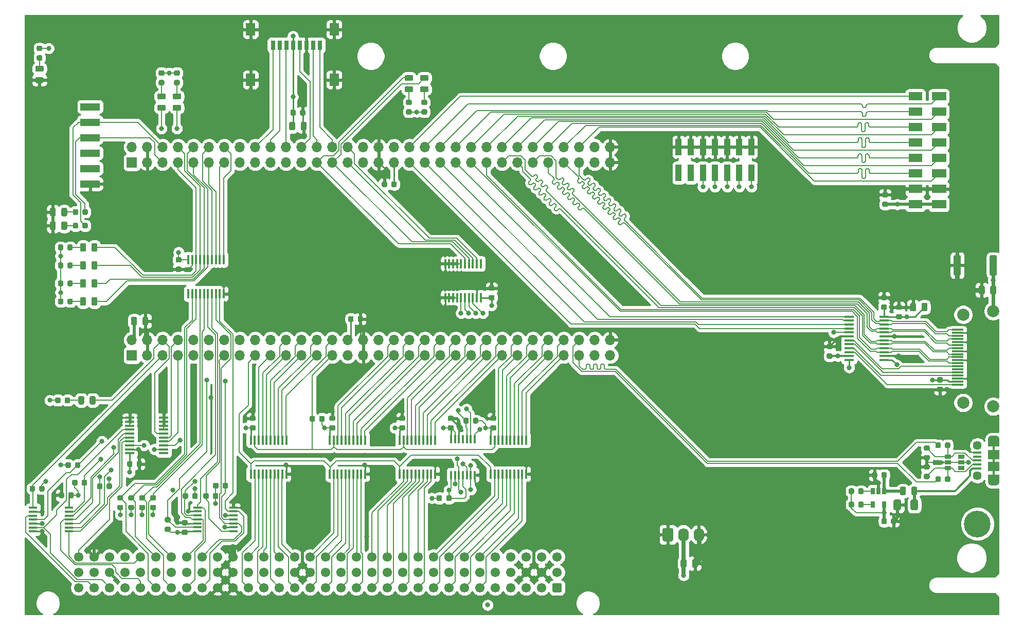
<source format=gbr>
G04 #@! TF.GenerationSoftware,KiCad,Pcbnew,5.1.9+dfsg1-1~bpo10+1*
G04 #@! TF.CreationDate,2022-11-18T19:31:00+01:00*
G04 #@! TF.ProjectId,nubus-to-ztex,6e756275-732d-4746-9f2d-7a7465782e6b,rev?*
G04 #@! TF.SameCoordinates,Original*
G04 #@! TF.FileFunction,Copper,L1,Top*
G04 #@! TF.FilePolarity,Positive*
%FSLAX46Y46*%
G04 Gerber Fmt 4.6, Leading zero omitted, Abs format (unit mm)*
G04 Created by KiCad (PCBNEW 5.1.9+dfsg1-1~bpo10+1) date 2022-11-18 19:31:00*
%MOMM*%
%LPD*%
G01*
G04 APERTURE LIST*
G04 #@! TA.AperFunction,SMDPad,CuDef*
%ADD10R,3.180000X1.270000*%
G04 #@! TD*
G04 #@! TA.AperFunction,SMDPad,CuDef*
%ADD11R,2.240000X1.420010*%
G04 #@! TD*
G04 #@! TA.AperFunction,SMDPad,CuDef*
%ADD12R,2.340000X1.420010*%
G04 #@! TD*
G04 #@! TA.AperFunction,SMDPad,CuDef*
%ADD13R,1.000000X2.750000*%
G04 #@! TD*
G04 #@! TA.AperFunction,SMDPad,CuDef*
%ADD14R,1.550000X0.450000*%
G04 #@! TD*
G04 #@! TA.AperFunction,SMDPad,CuDef*
%ADD15R,0.450000X1.550000*%
G04 #@! TD*
G04 #@! TA.AperFunction,ComponentPad*
%ADD16C,4.400000*%
G04 #@! TD*
G04 #@! TA.AperFunction,SMDPad,CuDef*
%ADD17R,0.800000X1.500000*%
G04 #@! TD*
G04 #@! TA.AperFunction,SMDPad,CuDef*
%ADD18R,1.500000X2.050000*%
G04 #@! TD*
G04 #@! TA.AperFunction,SMDPad,CuDef*
%ADD19R,0.450000X1.450000*%
G04 #@! TD*
G04 #@! TA.AperFunction,SMDPad,CuDef*
%ADD20R,1.450000X0.450000*%
G04 #@! TD*
G04 #@! TA.AperFunction,SMDPad,CuDef*
%ADD21R,1.570000X0.410000*%
G04 #@! TD*
G04 #@! TA.AperFunction,SMDPad,CuDef*
%ADD22R,1.900000X1.500000*%
G04 #@! TD*
G04 #@! TA.AperFunction,ComponentPad*
%ADD23C,1.450000*%
G04 #@! TD*
G04 #@! TA.AperFunction,SMDPad,CuDef*
%ADD24R,1.350000X0.400000*%
G04 #@! TD*
G04 #@! TA.AperFunction,ComponentPad*
%ADD25O,1.900000X1.200000*%
G04 #@! TD*
G04 #@! TA.AperFunction,SMDPad,CuDef*
%ADD26R,1.900000X1.200000*%
G04 #@! TD*
G04 #@! TA.AperFunction,ComponentPad*
%ADD27O,1.740000X2.200000*%
G04 #@! TD*
G04 #@! TA.AperFunction,ComponentPad*
%ADD28R,1.700000X1.700000*%
G04 #@! TD*
G04 #@! TA.AperFunction,ComponentPad*
%ADD29O,1.700000X1.700000*%
G04 #@! TD*
G04 #@! TA.AperFunction,SMDPad,CuDef*
%ADD30R,0.650000X1.060000*%
G04 #@! TD*
G04 #@! TA.AperFunction,SMDPad,CuDef*
%ADD31R,1.060000X0.650000*%
G04 #@! TD*
G04 #@! TA.AperFunction,ComponentPad*
%ADD32C,2.000000*%
G04 #@! TD*
G04 #@! TA.AperFunction,SMDPad,CuDef*
%ADD33R,1.900000X0.300000*%
G04 #@! TD*
G04 #@! TA.AperFunction,ComponentPad*
%ADD34C,1.550000*%
G04 #@! TD*
G04 #@! TA.AperFunction,ViaPad*
%ADD35C,0.800000*%
G04 #@! TD*
G04 #@! TA.AperFunction,Conductor*
%ADD36C,0.250000*%
G04 #@! TD*
G04 #@! TA.AperFunction,Conductor*
%ADD37C,0.500000*%
G04 #@! TD*
G04 #@! TA.AperFunction,Conductor*
%ADD38C,0.800000*%
G04 #@! TD*
G04 #@! TA.AperFunction,Conductor*
%ADD39C,0.152400*%
G04 #@! TD*
G04 #@! TA.AperFunction,Conductor*
%ADD40C,0.300000*%
G04 #@! TD*
G04 #@! TA.AperFunction,Conductor*
%ADD41C,1.000000*%
G04 #@! TD*
G04 #@! TA.AperFunction,Conductor*
%ADD42C,0.200000*%
G04 #@! TD*
G04 #@! TA.AperFunction,Conductor*
%ADD43C,0.650000*%
G04 #@! TD*
G04 #@! TA.AperFunction,Conductor*
%ADD44C,0.600000*%
G04 #@! TD*
G04 #@! TA.AperFunction,Conductor*
%ADD45C,0.254000*%
G04 #@! TD*
G04 #@! TA.AperFunction,Conductor*
%ADD46C,0.100000*%
G04 #@! TD*
G04 APERTURE END LIST*
G04 #@! TA.AperFunction,SMDPad,CuDef*
G36*
G01*
X266487500Y-45505000D02*
X266487500Y-48355000D01*
G75*
G02*
X266237500Y-48605000I-250000J0D01*
G01*
X265512500Y-48605000D01*
G75*
G02*
X265262500Y-48355000I0J250000D01*
G01*
X265262500Y-45505000D01*
G75*
G02*
X265512500Y-45255000I250000J0D01*
G01*
X266237500Y-45255000D01*
G75*
G02*
X266487500Y-45505000I0J-250000D01*
G01*
G37*
G04 #@! TD.AperFunction*
G04 #@! TA.AperFunction,SMDPad,CuDef*
G36*
G01*
X272412500Y-45505000D02*
X272412500Y-48355000D01*
G75*
G02*
X272162500Y-48605000I-250000J0D01*
G01*
X271437500Y-48605000D01*
G75*
G02*
X271187500Y-48355000I0J250000D01*
G01*
X271187500Y-45505000D01*
G75*
G02*
X271437500Y-45255000I250000J0D01*
G01*
X272162500Y-45255000D01*
G75*
G02*
X272412500Y-45505000I0J-250000D01*
G01*
G37*
G04 #@! TD.AperFunction*
G04 #@! TA.AperFunction,SMDPad,CuDef*
G36*
G01*
X270400000Y-50525000D02*
X270400000Y-51475000D01*
G75*
G02*
X270150000Y-51725000I-250000J0D01*
G01*
X269650000Y-51725000D01*
G75*
G02*
X269400000Y-51475000I0J250000D01*
G01*
X269400000Y-50525000D01*
G75*
G02*
X269650000Y-50275000I250000J0D01*
G01*
X270150000Y-50275000D01*
G75*
G02*
X270400000Y-50525000I0J-250000D01*
G01*
G37*
G04 #@! TD.AperFunction*
G04 #@! TA.AperFunction,SMDPad,CuDef*
G36*
G01*
X272300000Y-50525000D02*
X272300000Y-51475000D01*
G75*
G02*
X272050000Y-51725000I-250000J0D01*
G01*
X271550000Y-51725000D01*
G75*
G02*
X271300000Y-51475000I0J250000D01*
G01*
X271300000Y-50525000D01*
G75*
G02*
X271550000Y-50275000I250000J0D01*
G01*
X272050000Y-50275000D01*
G75*
G02*
X272300000Y-50525000I0J-250000D01*
G01*
G37*
G04 #@! TD.AperFunction*
D10*
X123136000Y-20828000D03*
X123136000Y-23368000D03*
X123136000Y-25908000D03*
X123136000Y-28448000D03*
X123136000Y-30988000D03*
X123136000Y-33528000D03*
D11*
X259000000Y-36890000D03*
D12*
X262861000Y-36890000D03*
D11*
X259000000Y-34350000D03*
D12*
X262861000Y-34350000D03*
D11*
X259000000Y-31810000D03*
D12*
X262861000Y-31810000D03*
D11*
X259000000Y-29270000D03*
D12*
X262861000Y-29270000D03*
D11*
X259000000Y-26730000D03*
D12*
X262861000Y-26730000D03*
D11*
X259000000Y-24190000D03*
D12*
X262861000Y-24190000D03*
D11*
X259000000Y-21650000D03*
D12*
X262861000Y-21650000D03*
D11*
X259000000Y-19110000D03*
D12*
X262861000Y-19110000D03*
D13*
X220000000Y-31720000D03*
X220000000Y-27460000D03*
X222000000Y-31720000D03*
X222000000Y-27460000D03*
X224000000Y-31720000D03*
X224000000Y-27460000D03*
X226000000Y-31720000D03*
X226000000Y-27460000D03*
X228000000Y-31720000D03*
X228000000Y-27460000D03*
X230000000Y-31720000D03*
X230000000Y-27460000D03*
X232000000Y-31720000D03*
X232000000Y-27460000D03*
G04 #@! TA.AperFunction,SMDPad,CuDef*
G36*
G01*
X129215000Y-79896250D02*
X129215000Y-79383750D01*
G75*
G02*
X129433750Y-79165000I218750J0D01*
G01*
X129871250Y-79165000D01*
G75*
G02*
X130090000Y-79383750I0J-218750D01*
G01*
X130090000Y-79896250D01*
G75*
G02*
X129871250Y-80115000I-218750J0D01*
G01*
X129433750Y-80115000D01*
G75*
G02*
X129215000Y-79896250I0J218750D01*
G01*
G37*
G04 #@! TD.AperFunction*
G04 #@! TA.AperFunction,SMDPad,CuDef*
G36*
G01*
X130790000Y-79896250D02*
X130790000Y-79383750D01*
G75*
G02*
X131008750Y-79165000I218750J0D01*
G01*
X131446250Y-79165000D01*
G75*
G02*
X131665000Y-79383750I0J-218750D01*
G01*
X131665000Y-79896250D01*
G75*
G02*
X131446250Y-80115000I-218750J0D01*
G01*
X131008750Y-80115000D01*
G75*
G02*
X130790000Y-79896250I0J218750D01*
G01*
G37*
G04 #@! TD.AperFunction*
D14*
X135250000Y-77865000D03*
X135250000Y-77215000D03*
X135250000Y-76565000D03*
X135250000Y-75915000D03*
X135250000Y-75265000D03*
X135250000Y-74615000D03*
X135250000Y-73965000D03*
X135250000Y-73315000D03*
X135250000Y-72665000D03*
X135250000Y-72015000D03*
X129650000Y-72015000D03*
X129650000Y-72665000D03*
X129650000Y-73315000D03*
X129650000Y-73965000D03*
X129650000Y-74615000D03*
X129650000Y-75265000D03*
X129650000Y-75915000D03*
X129650000Y-76565000D03*
X129650000Y-77215000D03*
X129650000Y-77865000D03*
G04 #@! TA.AperFunction,SMDPad,CuDef*
G36*
G01*
X189467621Y-52687953D02*
X188955121Y-52687953D01*
G75*
G02*
X188736371Y-52469203I0J218750D01*
G01*
X188736371Y-52031703D01*
G75*
G02*
X188955121Y-51812953I218750J0D01*
G01*
X189467621Y-51812953D01*
G75*
G02*
X189686371Y-52031703I0J-218750D01*
G01*
X189686371Y-52469203D01*
G75*
G02*
X189467621Y-52687953I-218750J0D01*
G01*
G37*
G04 #@! TD.AperFunction*
G04 #@! TA.AperFunction,SMDPad,CuDef*
G36*
G01*
X189467621Y-51112953D02*
X188955121Y-51112953D01*
G75*
G02*
X188736371Y-50894203I0J218750D01*
G01*
X188736371Y-50456703D01*
G75*
G02*
X188955121Y-50237953I218750J0D01*
G01*
X189467621Y-50237953D01*
G75*
G02*
X189686371Y-50456703I0J-218750D01*
G01*
X189686371Y-50894203D01*
G75*
G02*
X189467621Y-51112953I-218750J0D01*
G01*
G37*
G04 #@! TD.AperFunction*
D15*
X187436371Y-46662953D03*
X186786371Y-46662953D03*
X186136371Y-46662953D03*
X185486371Y-46662953D03*
X184836371Y-46662953D03*
X184186371Y-46662953D03*
X183536371Y-46662953D03*
X182886371Y-46662953D03*
X182236371Y-46662953D03*
X181586371Y-46662953D03*
X181586371Y-52262953D03*
X182236371Y-52262953D03*
X182886371Y-52262953D03*
X183536371Y-52262953D03*
X184186371Y-52262953D03*
X184836371Y-52262953D03*
X185486371Y-52262953D03*
X186136371Y-52262953D03*
X186786371Y-52262953D03*
X187436371Y-52262953D03*
D16*
X269197500Y-89500000D03*
G04 #@! TA.AperFunction,SMDPad,CuDef*
G36*
G01*
X254256250Y-37327500D02*
X253743750Y-37327500D01*
G75*
G02*
X253525000Y-37108750I0J218750D01*
G01*
X253525000Y-36671250D01*
G75*
G02*
X253743750Y-36452500I218750J0D01*
G01*
X254256250Y-36452500D01*
G75*
G02*
X254475000Y-36671250I0J-218750D01*
G01*
X254475000Y-37108750D01*
G75*
G02*
X254256250Y-37327500I-218750J0D01*
G01*
G37*
G04 #@! TD.AperFunction*
G04 #@! TA.AperFunction,SMDPad,CuDef*
G36*
G01*
X254256250Y-35752500D02*
X253743750Y-35752500D01*
G75*
G02*
X253525000Y-35533750I0J218750D01*
G01*
X253525000Y-35096250D01*
G75*
G02*
X253743750Y-34877500I218750J0D01*
G01*
X254256250Y-34877500D01*
G75*
G02*
X254475000Y-35096250I0J-218750D01*
G01*
X254475000Y-35533750D01*
G75*
G02*
X254256250Y-35752500I-218750J0D01*
G01*
G37*
G04 #@! TD.AperFunction*
G04 #@! TA.AperFunction,SMDPad,CuDef*
G36*
G01*
X137866250Y-21485293D02*
X136953750Y-21485293D01*
G75*
G02*
X136710000Y-21241543I0J243750D01*
G01*
X136710000Y-20754043D01*
G75*
G02*
X136953750Y-20510293I243750J0D01*
G01*
X137866250Y-20510293D01*
G75*
G02*
X138110000Y-20754043I0J-243750D01*
G01*
X138110000Y-21241543D01*
G75*
G02*
X137866250Y-21485293I-243750J0D01*
G01*
G37*
G04 #@! TD.AperFunction*
G04 #@! TA.AperFunction,SMDPad,CuDef*
G36*
G01*
X137866250Y-19610293D02*
X136953750Y-19610293D01*
G75*
G02*
X136710000Y-19366543I0J243750D01*
G01*
X136710000Y-18879043D01*
G75*
G02*
X136953750Y-18635293I243750J0D01*
G01*
X137866250Y-18635293D01*
G75*
G02*
X138110000Y-18879043I0J-243750D01*
G01*
X138110000Y-19366543D01*
G75*
G02*
X137866250Y-19610293I-243750J0D01*
G01*
G37*
G04 #@! TD.AperFunction*
G04 #@! TA.AperFunction,SMDPad,CuDef*
G36*
G01*
X135336250Y-19610293D02*
X134423750Y-19610293D01*
G75*
G02*
X134180000Y-19366543I0J243750D01*
G01*
X134180000Y-18879043D01*
G75*
G02*
X134423750Y-18635293I243750J0D01*
G01*
X135336250Y-18635293D01*
G75*
G02*
X135580000Y-18879043I0J-243750D01*
G01*
X135580000Y-19366543D01*
G75*
G02*
X135336250Y-19610293I-243750J0D01*
G01*
G37*
G04 #@! TD.AperFunction*
G04 #@! TA.AperFunction,SMDPad,CuDef*
G36*
G01*
X135336250Y-21485293D02*
X134423750Y-21485293D01*
G75*
G02*
X134180000Y-21241543I0J243750D01*
G01*
X134180000Y-20754043D01*
G75*
G02*
X134423750Y-20510293I243750J0D01*
G01*
X135336250Y-20510293D01*
G75*
G02*
X135580000Y-20754043I0J-243750D01*
G01*
X135580000Y-21241543D01*
G75*
G02*
X135336250Y-21485293I-243750J0D01*
G01*
G37*
G04 #@! TD.AperFunction*
G04 #@! TA.AperFunction,SMDPad,CuDef*
G36*
G01*
X124035000Y-68693750D02*
X124035000Y-69606250D01*
G75*
G02*
X123791250Y-69850000I-243750J0D01*
G01*
X123303750Y-69850000D01*
G75*
G02*
X123060000Y-69606250I0J243750D01*
G01*
X123060000Y-68693750D01*
G75*
G02*
X123303750Y-68450000I243750J0D01*
G01*
X123791250Y-68450000D01*
G75*
G02*
X124035000Y-68693750I0J-243750D01*
G01*
G37*
G04 #@! TD.AperFunction*
G04 #@! TA.AperFunction,SMDPad,CuDef*
G36*
G01*
X122160000Y-68693750D02*
X122160000Y-69606250D01*
G75*
G02*
X121916250Y-69850000I-243750J0D01*
G01*
X121428750Y-69850000D01*
G75*
G02*
X121185000Y-69606250I0J243750D01*
G01*
X121185000Y-68693750D01*
G75*
G02*
X121428750Y-68450000I243750J0D01*
G01*
X121916250Y-68450000D01*
G75*
G02*
X122160000Y-68693750I0J-243750D01*
G01*
G37*
G04 #@! TD.AperFunction*
G04 #@! TA.AperFunction,SMDPad,CuDef*
G36*
G01*
X177687939Y-17461035D02*
X178600439Y-17461035D01*
G75*
G02*
X178844189Y-17704785I0J-243750D01*
G01*
X178844189Y-18192285D01*
G75*
G02*
X178600439Y-18436035I-243750J0D01*
G01*
X177687939Y-18436035D01*
G75*
G02*
X177444189Y-18192285I0J243750D01*
G01*
X177444189Y-17704785D01*
G75*
G02*
X177687939Y-17461035I243750J0D01*
G01*
G37*
G04 #@! TD.AperFunction*
G04 #@! TA.AperFunction,SMDPad,CuDef*
G36*
G01*
X177687939Y-15586035D02*
X178600439Y-15586035D01*
G75*
G02*
X178844189Y-15829785I0J-243750D01*
G01*
X178844189Y-16317285D01*
G75*
G02*
X178600439Y-16561035I-243750J0D01*
G01*
X177687939Y-16561035D01*
G75*
G02*
X177444189Y-16317285I0J243750D01*
G01*
X177444189Y-15829785D01*
G75*
G02*
X177687939Y-15586035I243750J0D01*
G01*
G37*
G04 #@! TD.AperFunction*
G04 #@! TA.AperFunction,SMDPad,CuDef*
G36*
G01*
X175147939Y-15586035D02*
X176060439Y-15586035D01*
G75*
G02*
X176304189Y-15829785I0J-243750D01*
G01*
X176304189Y-16317285D01*
G75*
G02*
X176060439Y-16561035I-243750J0D01*
G01*
X175147939Y-16561035D01*
G75*
G02*
X174904189Y-16317285I0J243750D01*
G01*
X174904189Y-15829785D01*
G75*
G02*
X175147939Y-15586035I243750J0D01*
G01*
G37*
G04 #@! TD.AperFunction*
G04 #@! TA.AperFunction,SMDPad,CuDef*
G36*
G01*
X175147939Y-17461035D02*
X176060439Y-17461035D01*
G75*
G02*
X176304189Y-17704785I0J-243750D01*
G01*
X176304189Y-18192285D01*
G75*
G02*
X176060439Y-18436035I-243750J0D01*
G01*
X175147939Y-18436035D01*
G75*
G02*
X174904189Y-18192285I0J243750D01*
G01*
X174904189Y-17704785D01*
G75*
G02*
X175147939Y-17461035I243750J0D01*
G01*
G37*
G04 #@! TD.AperFunction*
G04 #@! TA.AperFunction,SMDPad,CuDef*
G36*
G01*
X134623750Y-14835293D02*
X135136250Y-14835293D01*
G75*
G02*
X135355000Y-15054043I0J-218750D01*
G01*
X135355000Y-15491543D01*
G75*
G02*
X135136250Y-15710293I-218750J0D01*
G01*
X134623750Y-15710293D01*
G75*
G02*
X134405000Y-15491543I0J218750D01*
G01*
X134405000Y-15054043D01*
G75*
G02*
X134623750Y-14835293I218750J0D01*
G01*
G37*
G04 #@! TD.AperFunction*
G04 #@! TA.AperFunction,SMDPad,CuDef*
G36*
G01*
X134623750Y-16410293D02*
X135136250Y-16410293D01*
G75*
G02*
X135355000Y-16629043I0J-218750D01*
G01*
X135355000Y-17066543D01*
G75*
G02*
X135136250Y-17285293I-218750J0D01*
G01*
X134623750Y-17285293D01*
G75*
G02*
X134405000Y-17066543I0J218750D01*
G01*
X134405000Y-16629043D01*
G75*
G02*
X134623750Y-16410293I218750J0D01*
G01*
G37*
G04 #@! TD.AperFunction*
G04 #@! TA.AperFunction,SMDPad,CuDef*
G36*
G01*
X137163750Y-16410293D02*
X137676250Y-16410293D01*
G75*
G02*
X137895000Y-16629043I0J-218750D01*
G01*
X137895000Y-17066543D01*
G75*
G02*
X137676250Y-17285293I-218750J0D01*
G01*
X137163750Y-17285293D01*
G75*
G02*
X136945000Y-17066543I0J218750D01*
G01*
X136945000Y-16629043D01*
G75*
G02*
X137163750Y-16410293I218750J0D01*
G01*
G37*
G04 #@! TD.AperFunction*
G04 #@! TA.AperFunction,SMDPad,CuDef*
G36*
G01*
X137163750Y-14835293D02*
X137676250Y-14835293D01*
G75*
G02*
X137895000Y-15054043I0J-218750D01*
G01*
X137895000Y-15491543D01*
G75*
G02*
X137676250Y-15710293I-218750J0D01*
G01*
X137163750Y-15710293D01*
G75*
G02*
X136945000Y-15491543I0J218750D01*
G01*
X136945000Y-15054043D01*
G75*
G02*
X137163750Y-14835293I218750J0D01*
G01*
G37*
G04 #@! TD.AperFunction*
G04 #@! TA.AperFunction,SMDPad,CuDef*
G36*
G01*
X117385000Y-69406250D02*
X117385000Y-68893750D01*
G75*
G02*
X117603750Y-68675000I218750J0D01*
G01*
X118041250Y-68675000D01*
G75*
G02*
X118260000Y-68893750I0J-218750D01*
G01*
X118260000Y-69406250D01*
G75*
G02*
X118041250Y-69625000I-218750J0D01*
G01*
X117603750Y-69625000D01*
G75*
G02*
X117385000Y-69406250I0J218750D01*
G01*
G37*
G04 #@! TD.AperFunction*
G04 #@! TA.AperFunction,SMDPad,CuDef*
G36*
G01*
X118960000Y-69406250D02*
X118960000Y-68893750D01*
G75*
G02*
X119178750Y-68675000I218750J0D01*
G01*
X119616250Y-68675000D01*
G75*
G02*
X119835000Y-68893750I0J-218750D01*
G01*
X119835000Y-69406250D01*
G75*
G02*
X119616250Y-69625000I-218750J0D01*
G01*
X119178750Y-69625000D01*
G75*
G02*
X118960000Y-69406250I0J218750D01*
G01*
G37*
G04 #@! TD.AperFunction*
G04 #@! TA.AperFunction,SMDPad,CuDef*
G36*
G01*
X178400439Y-20541035D02*
X177887939Y-20541035D01*
G75*
G02*
X177669189Y-20322285I0J218750D01*
G01*
X177669189Y-19884785D01*
G75*
G02*
X177887939Y-19666035I218750J0D01*
G01*
X178400439Y-19666035D01*
G75*
G02*
X178619189Y-19884785I0J-218750D01*
G01*
X178619189Y-20322285D01*
G75*
G02*
X178400439Y-20541035I-218750J0D01*
G01*
G37*
G04 #@! TD.AperFunction*
G04 #@! TA.AperFunction,SMDPad,CuDef*
G36*
G01*
X178400439Y-22116035D02*
X177887939Y-22116035D01*
G75*
G02*
X177669189Y-21897285I0J218750D01*
G01*
X177669189Y-21459785D01*
G75*
G02*
X177887939Y-21241035I218750J0D01*
G01*
X178400439Y-21241035D01*
G75*
G02*
X178619189Y-21459785I0J-218750D01*
G01*
X178619189Y-21897285D01*
G75*
G02*
X178400439Y-22116035I-218750J0D01*
G01*
G37*
G04 #@! TD.AperFunction*
G04 #@! TA.AperFunction,SMDPad,CuDef*
G36*
G01*
X175860439Y-22116035D02*
X175347939Y-22116035D01*
G75*
G02*
X175129189Y-21897285I0J218750D01*
G01*
X175129189Y-21459785D01*
G75*
G02*
X175347939Y-21241035I218750J0D01*
G01*
X175860439Y-21241035D01*
G75*
G02*
X176079189Y-21459785I0J-218750D01*
G01*
X176079189Y-21897285D01*
G75*
G02*
X175860439Y-22116035I-218750J0D01*
G01*
G37*
G04 #@! TD.AperFunction*
G04 #@! TA.AperFunction,SMDPad,CuDef*
G36*
G01*
X175860439Y-20541035D02*
X175347939Y-20541035D01*
G75*
G02*
X175129189Y-20322285I0J218750D01*
G01*
X175129189Y-19884785D01*
G75*
G02*
X175347939Y-19666035I218750J0D01*
G01*
X175860439Y-19666035D01*
G75*
G02*
X176079189Y-19884785I0J-218750D01*
G01*
X176079189Y-20322285D01*
G75*
G02*
X175860439Y-20541035I-218750J0D01*
G01*
G37*
G04 #@! TD.AperFunction*
D15*
X139275000Y-51600000D03*
X139925000Y-51600000D03*
X140575000Y-51600000D03*
X141225000Y-51600000D03*
X141875000Y-51600000D03*
X142525000Y-51600000D03*
X143175000Y-51600000D03*
X143825000Y-51600000D03*
X144475000Y-51600000D03*
X145125000Y-51600000D03*
X145125000Y-46000000D03*
X144475000Y-46000000D03*
X143825000Y-46000000D03*
X143175000Y-46000000D03*
X142525000Y-46000000D03*
X141875000Y-46000000D03*
X141225000Y-46000000D03*
X140575000Y-46000000D03*
X139925000Y-46000000D03*
X139275000Y-46000000D03*
G04 #@! TA.AperFunction,SMDPad,CuDef*
G36*
G01*
X156115000Y-22056250D02*
X156115000Y-21543750D01*
G75*
G02*
X156333750Y-21325000I218750J0D01*
G01*
X156771250Y-21325000D01*
G75*
G02*
X156990000Y-21543750I0J-218750D01*
G01*
X156990000Y-22056250D01*
G75*
G02*
X156771250Y-22275000I-218750J0D01*
G01*
X156333750Y-22275000D01*
G75*
G02*
X156115000Y-22056250I0J218750D01*
G01*
G37*
G04 #@! TD.AperFunction*
G04 #@! TA.AperFunction,SMDPad,CuDef*
G36*
G01*
X157690000Y-22056250D02*
X157690000Y-21543750D01*
G75*
G02*
X157908750Y-21325000I218750J0D01*
G01*
X158346250Y-21325000D01*
G75*
G02*
X158565000Y-21543750I0J-218750D01*
G01*
X158565000Y-22056250D01*
G75*
G02*
X158346250Y-22275000I-218750J0D01*
G01*
X157908750Y-22275000D01*
G75*
G02*
X157690000Y-22056250I0J218750D01*
G01*
G37*
G04 #@! TD.AperFunction*
G04 #@! TA.AperFunction,SMDPad,CuDef*
G36*
G01*
X155915000Y-24456250D02*
X155915000Y-23543750D01*
G75*
G02*
X156158750Y-23300000I243750J0D01*
G01*
X156646250Y-23300000D01*
G75*
G02*
X156890000Y-23543750I0J-243750D01*
G01*
X156890000Y-24456250D01*
G75*
G02*
X156646250Y-24700000I-243750J0D01*
G01*
X156158750Y-24700000D01*
G75*
G02*
X155915000Y-24456250I0J243750D01*
G01*
G37*
G04 #@! TD.AperFunction*
G04 #@! TA.AperFunction,SMDPad,CuDef*
G36*
G01*
X157790000Y-24456250D02*
X157790000Y-23543750D01*
G75*
G02*
X158033750Y-23300000I243750J0D01*
G01*
X158521250Y-23300000D01*
G75*
G02*
X158765000Y-23543750I0J-243750D01*
G01*
X158765000Y-24456250D01*
G75*
G02*
X158521250Y-24700000I-243750J0D01*
G01*
X158033750Y-24700000D01*
G75*
G02*
X157790000Y-24456250I0J243750D01*
G01*
G37*
G04 #@! TD.AperFunction*
D17*
X153230000Y-10680000D03*
X154330000Y-10680000D03*
X155430000Y-10680000D03*
X156530000Y-10680000D03*
X157630000Y-10680000D03*
X158730000Y-10680000D03*
X159830000Y-10680000D03*
X160930000Y-10680000D03*
D18*
X149555000Y-8080000D03*
X149555000Y-16380000D03*
X163305000Y-16380000D03*
X163305000Y-8080000D03*
G04 #@! TA.AperFunction,SMDPad,CuDef*
G36*
G01*
X137443750Y-45575000D02*
X137956250Y-45575000D01*
G75*
G02*
X138175000Y-45793750I0J-218750D01*
G01*
X138175000Y-46231250D01*
G75*
G02*
X137956250Y-46450000I-218750J0D01*
G01*
X137443750Y-46450000D01*
G75*
G02*
X137225000Y-46231250I0J218750D01*
G01*
X137225000Y-45793750D01*
G75*
G02*
X137443750Y-45575000I218750J0D01*
G01*
G37*
G04 #@! TD.AperFunction*
G04 #@! TA.AperFunction,SMDPad,CuDef*
G36*
G01*
X137443750Y-47150000D02*
X137956250Y-47150000D01*
G75*
G02*
X138175000Y-47368750I0J-218750D01*
G01*
X138175000Y-47806250D01*
G75*
G02*
X137956250Y-48025000I-218750J0D01*
G01*
X137443750Y-48025000D01*
G75*
G02*
X137225000Y-47806250I0J218750D01*
G01*
X137225000Y-47368750D01*
G75*
G02*
X137443750Y-47150000I218750J0D01*
G01*
G37*
G04 #@! TD.AperFunction*
G04 #@! TA.AperFunction,SMDPad,CuDef*
G36*
G01*
X114050000Y-83443750D02*
X114050000Y-83956250D01*
G75*
G02*
X113831250Y-84175000I-218750J0D01*
G01*
X113393750Y-84175000D01*
G75*
G02*
X113175000Y-83956250I0J218750D01*
G01*
X113175000Y-83443750D01*
G75*
G02*
X113393750Y-83225000I218750J0D01*
G01*
X113831250Y-83225000D01*
G75*
G02*
X114050000Y-83443750I0J-218750D01*
G01*
G37*
G04 #@! TD.AperFunction*
G04 #@! TA.AperFunction,SMDPad,CuDef*
G36*
G01*
X115625000Y-83443750D02*
X115625000Y-83956250D01*
G75*
G02*
X115406250Y-84175000I-218750J0D01*
G01*
X114968750Y-84175000D01*
G75*
G02*
X114750000Y-83956250I0J218750D01*
G01*
X114750000Y-83443750D01*
G75*
G02*
X114968750Y-83225000I218750J0D01*
G01*
X115406250Y-83225000D01*
G75*
G02*
X115625000Y-83443750I0J-218750D01*
G01*
G37*
G04 #@! TD.AperFunction*
G04 #@! TA.AperFunction,SMDPad,CuDef*
G36*
G01*
X119075000Y-80056250D02*
X119075000Y-79543750D01*
G75*
G02*
X119293750Y-79325000I218750J0D01*
G01*
X119731250Y-79325000D01*
G75*
G02*
X119950000Y-79543750I0J-218750D01*
G01*
X119950000Y-80056250D01*
G75*
G02*
X119731250Y-80275000I-218750J0D01*
G01*
X119293750Y-80275000D01*
G75*
G02*
X119075000Y-80056250I0J218750D01*
G01*
G37*
G04 #@! TD.AperFunction*
G04 #@! TA.AperFunction,SMDPad,CuDef*
G36*
G01*
X120650000Y-80056250D02*
X120650000Y-79543750D01*
G75*
G02*
X120868750Y-79325000I218750J0D01*
G01*
X121306250Y-79325000D01*
G75*
G02*
X121525000Y-79543750I0J-218750D01*
G01*
X121525000Y-80056250D01*
G75*
G02*
X121306250Y-80275000I-218750J0D01*
G01*
X120868750Y-80275000D01*
G75*
G02*
X120650000Y-80056250I0J218750D01*
G01*
G37*
G04 #@! TD.AperFunction*
G04 #@! TA.AperFunction,SMDPad,CuDef*
G36*
G01*
X125150000Y-83043750D02*
X125150000Y-83556250D01*
G75*
G02*
X124931250Y-83775000I-218750J0D01*
G01*
X124493750Y-83775000D01*
G75*
G02*
X124275000Y-83556250I0J218750D01*
G01*
X124275000Y-83043750D01*
G75*
G02*
X124493750Y-82825000I218750J0D01*
G01*
X124931250Y-82825000D01*
G75*
G02*
X125150000Y-83043750I0J-218750D01*
G01*
G37*
G04 #@! TD.AperFunction*
G04 #@! TA.AperFunction,SMDPad,CuDef*
G36*
G01*
X126725000Y-83043750D02*
X126725000Y-83556250D01*
G75*
G02*
X126506250Y-83775000I-218750J0D01*
G01*
X126068750Y-83775000D01*
G75*
G02*
X125850000Y-83556250I0J218750D01*
G01*
X125850000Y-83043750D01*
G75*
G02*
X126068750Y-82825000I218750J0D01*
G01*
X126506250Y-82825000D01*
G75*
G02*
X126725000Y-83043750I0J-218750D01*
G01*
G37*
G04 #@! TD.AperFunction*
G04 #@! TA.AperFunction,SMDPad,CuDef*
G36*
G01*
X120175000Y-82956250D02*
X120175000Y-82443750D01*
G75*
G02*
X120393750Y-82225000I218750J0D01*
G01*
X120831250Y-82225000D01*
G75*
G02*
X121050000Y-82443750I0J-218750D01*
G01*
X121050000Y-82956250D01*
G75*
G02*
X120831250Y-83175000I-218750J0D01*
G01*
X120393750Y-83175000D01*
G75*
G02*
X120175000Y-82956250I0J218750D01*
G01*
G37*
G04 #@! TD.AperFunction*
G04 #@! TA.AperFunction,SMDPad,CuDef*
G36*
G01*
X121750000Y-82956250D02*
X121750000Y-82443750D01*
G75*
G02*
X121968750Y-82225000I218750J0D01*
G01*
X122406250Y-82225000D01*
G75*
G02*
X122625000Y-82443750I0J-218750D01*
G01*
X122625000Y-82956250D01*
G75*
G02*
X122406250Y-83175000I-218750J0D01*
G01*
X121968750Y-83175000D01*
G75*
G02*
X121750000Y-82956250I0J218750D01*
G01*
G37*
G04 #@! TD.AperFunction*
G04 #@! TA.AperFunction,SMDPad,CuDef*
G36*
G01*
X181762661Y-85511747D02*
X181762661Y-84999247D01*
G75*
G02*
X181981411Y-84780497I218750J0D01*
G01*
X182418911Y-84780497D01*
G75*
G02*
X182637661Y-84999247I0J-218750D01*
G01*
X182637661Y-85511747D01*
G75*
G02*
X182418911Y-85730497I-218750J0D01*
G01*
X181981411Y-85730497D01*
G75*
G02*
X181762661Y-85511747I0J218750D01*
G01*
G37*
G04 #@! TD.AperFunction*
G04 #@! TA.AperFunction,SMDPad,CuDef*
G36*
G01*
X180187661Y-85511747D02*
X180187661Y-84999247D01*
G75*
G02*
X180406411Y-84780497I218750J0D01*
G01*
X180843911Y-84780497D01*
G75*
G02*
X181062661Y-84999247I0J-218750D01*
G01*
X181062661Y-85511747D01*
G75*
G02*
X180843911Y-85730497I-218750J0D01*
G01*
X180406411Y-85730497D01*
G75*
G02*
X180187661Y-85511747I0J218750D01*
G01*
G37*
G04 #@! TD.AperFunction*
G04 #@! TA.AperFunction,SMDPad,CuDef*
G36*
G01*
X187025000Y-72243750D02*
X187025000Y-72756250D01*
G75*
G02*
X186806250Y-72975000I-218750J0D01*
G01*
X186368750Y-72975000D01*
G75*
G02*
X186150000Y-72756250I0J218750D01*
G01*
X186150000Y-72243750D01*
G75*
G02*
X186368750Y-72025000I218750J0D01*
G01*
X186806250Y-72025000D01*
G75*
G02*
X187025000Y-72243750I0J-218750D01*
G01*
G37*
G04 #@! TD.AperFunction*
G04 #@! TA.AperFunction,SMDPad,CuDef*
G36*
G01*
X185450000Y-72243750D02*
X185450000Y-72756250D01*
G75*
G02*
X185231250Y-72975000I-218750J0D01*
G01*
X184793750Y-72975000D01*
G75*
G02*
X184575000Y-72756250I0J218750D01*
G01*
X184575000Y-72243750D01*
G75*
G02*
X184793750Y-72025000I218750J0D01*
G01*
X185231250Y-72025000D01*
G75*
G02*
X185450000Y-72243750I0J-218750D01*
G01*
G37*
G04 #@! TD.AperFunction*
G04 #@! TA.AperFunction,SMDPad,CuDef*
G36*
G01*
X142650000Y-84643750D02*
X142650000Y-85156250D01*
G75*
G02*
X142431250Y-85375000I-218750J0D01*
G01*
X141993750Y-85375000D01*
G75*
G02*
X141775000Y-85156250I0J218750D01*
G01*
X141775000Y-84643750D01*
G75*
G02*
X141993750Y-84425000I218750J0D01*
G01*
X142431250Y-84425000D01*
G75*
G02*
X142650000Y-84643750I0J-218750D01*
G01*
G37*
G04 #@! TD.AperFunction*
G04 #@! TA.AperFunction,SMDPad,CuDef*
G36*
G01*
X144225000Y-84643750D02*
X144225000Y-85156250D01*
G75*
G02*
X144006250Y-85375000I-218750J0D01*
G01*
X143568750Y-85375000D01*
G75*
G02*
X143350000Y-85156250I0J218750D01*
G01*
X143350000Y-84643750D01*
G75*
G02*
X143568750Y-84425000I218750J0D01*
G01*
X144006250Y-84425000D01*
G75*
G02*
X144225000Y-84643750I0J-218750D01*
G01*
G37*
G04 #@! TD.AperFunction*
G04 #@! TA.AperFunction,SMDPad,CuDef*
G36*
G01*
X143375000Y-83456250D02*
X143375000Y-82943750D01*
G75*
G02*
X143593750Y-82725000I218750J0D01*
G01*
X144031250Y-82725000D01*
G75*
G02*
X144250000Y-82943750I0J-218750D01*
G01*
X144250000Y-83456250D01*
G75*
G02*
X144031250Y-83675000I-218750J0D01*
G01*
X143593750Y-83675000D01*
G75*
G02*
X143375000Y-83456250I0J218750D01*
G01*
G37*
G04 #@! TD.AperFunction*
G04 #@! TA.AperFunction,SMDPad,CuDef*
G36*
G01*
X144950000Y-83456250D02*
X144950000Y-82943750D01*
G75*
G02*
X145168750Y-82725000I218750J0D01*
G01*
X145606250Y-82725000D01*
G75*
G02*
X145825000Y-82943750I0J-218750D01*
G01*
X145825000Y-83456250D01*
G75*
G02*
X145606250Y-83675000I-218750J0D01*
G01*
X145168750Y-83675000D01*
G75*
G02*
X144950000Y-83456250I0J218750D01*
G01*
G37*
G04 #@! TD.AperFunction*
G04 #@! TA.AperFunction,SMDPad,CuDef*
G36*
G01*
X136156250Y-89250000D02*
X135643750Y-89250000D01*
G75*
G02*
X135425000Y-89031250I0J218750D01*
G01*
X135425000Y-88593750D01*
G75*
G02*
X135643750Y-88375000I218750J0D01*
G01*
X136156250Y-88375000D01*
G75*
G02*
X136375000Y-88593750I0J-218750D01*
G01*
X136375000Y-89031250D01*
G75*
G02*
X136156250Y-89250000I-218750J0D01*
G01*
G37*
G04 #@! TD.AperFunction*
G04 #@! TA.AperFunction,SMDPad,CuDef*
G36*
G01*
X136156250Y-90825000D02*
X135643750Y-90825000D01*
G75*
G02*
X135425000Y-90606250I0J218750D01*
G01*
X135425000Y-90168750D01*
G75*
G02*
X135643750Y-89950000I218750J0D01*
G01*
X136156250Y-89950000D01*
G75*
G02*
X136375000Y-90168750I0J-218750D01*
G01*
X136375000Y-90606250D01*
G75*
G02*
X136156250Y-90825000I-218750J0D01*
G01*
G37*
G04 #@! TD.AperFunction*
G04 #@! TA.AperFunction,SMDPad,CuDef*
G36*
G01*
X140825000Y-84643750D02*
X140825000Y-85156250D01*
G75*
G02*
X140606250Y-85375000I-218750J0D01*
G01*
X140168750Y-85375000D01*
G75*
G02*
X139950000Y-85156250I0J218750D01*
G01*
X139950000Y-84643750D01*
G75*
G02*
X140168750Y-84425000I218750J0D01*
G01*
X140606250Y-84425000D01*
G75*
G02*
X140825000Y-84643750I0J-218750D01*
G01*
G37*
G04 #@! TD.AperFunction*
G04 #@! TA.AperFunction,SMDPad,CuDef*
G36*
G01*
X139250000Y-84643750D02*
X139250000Y-85156250D01*
G75*
G02*
X139031250Y-85375000I-218750J0D01*
G01*
X138593750Y-85375000D01*
G75*
G02*
X138375000Y-85156250I0J218750D01*
G01*
X138375000Y-84643750D01*
G75*
G02*
X138593750Y-84425000I218750J0D01*
G01*
X139031250Y-84425000D01*
G75*
G02*
X139250000Y-84643750I0J-218750D01*
G01*
G37*
G04 #@! TD.AperFunction*
G04 #@! TA.AperFunction,SMDPad,CuDef*
G36*
G01*
X129875000Y-56556250D02*
X129875000Y-55643750D01*
G75*
G02*
X130118750Y-55400000I243750J0D01*
G01*
X130606250Y-55400000D01*
G75*
G02*
X130850000Y-55643750I0J-243750D01*
G01*
X130850000Y-56556250D01*
G75*
G02*
X130606250Y-56800000I-243750J0D01*
G01*
X130118750Y-56800000D01*
G75*
G02*
X129875000Y-56556250I0J243750D01*
G01*
G37*
G04 #@! TD.AperFunction*
G04 #@! TA.AperFunction,SMDPad,CuDef*
G36*
G01*
X131750000Y-56556250D02*
X131750000Y-55643750D01*
G75*
G02*
X131993750Y-55400000I243750J0D01*
G01*
X132481250Y-55400000D01*
G75*
G02*
X132725000Y-55643750I0J-243750D01*
G01*
X132725000Y-56556250D01*
G75*
G02*
X132481250Y-56800000I-243750J0D01*
G01*
X131993750Y-56800000D01*
G75*
G02*
X131750000Y-56556250I0J243750D01*
G01*
G37*
G04 #@! TD.AperFunction*
G04 #@! TA.AperFunction,SMDPad,CuDef*
G36*
G01*
X115256250Y-16925000D02*
X114343750Y-16925000D01*
G75*
G02*
X114100000Y-16681250I0J243750D01*
G01*
X114100000Y-16193750D01*
G75*
G02*
X114343750Y-15950000I243750J0D01*
G01*
X115256250Y-15950000D01*
G75*
G02*
X115500000Y-16193750I0J-243750D01*
G01*
X115500000Y-16681250D01*
G75*
G02*
X115256250Y-16925000I-243750J0D01*
G01*
G37*
G04 #@! TD.AperFunction*
G04 #@! TA.AperFunction,SMDPad,CuDef*
G36*
G01*
X115256250Y-15050000D02*
X114343750Y-15050000D01*
G75*
G02*
X114100000Y-14806250I0J243750D01*
G01*
X114100000Y-14318750D01*
G75*
G02*
X114343750Y-14075000I243750J0D01*
G01*
X115256250Y-14075000D01*
G75*
G02*
X115500000Y-14318750I0J-243750D01*
G01*
X115500000Y-14806250D01*
G75*
G02*
X115256250Y-15050000I-243750J0D01*
G01*
G37*
G04 #@! TD.AperFunction*
G04 #@! TA.AperFunction,SMDPad,CuDef*
G36*
G01*
X114543750Y-10775000D02*
X115056250Y-10775000D01*
G75*
G02*
X115275000Y-10993750I0J-218750D01*
G01*
X115275000Y-11431250D01*
G75*
G02*
X115056250Y-11650000I-218750J0D01*
G01*
X114543750Y-11650000D01*
G75*
G02*
X114325000Y-11431250I0J218750D01*
G01*
X114325000Y-10993750D01*
G75*
G02*
X114543750Y-10775000I218750J0D01*
G01*
G37*
G04 #@! TD.AperFunction*
G04 #@! TA.AperFunction,SMDPad,CuDef*
G36*
G01*
X114543750Y-12350000D02*
X115056250Y-12350000D01*
G75*
G02*
X115275000Y-12568750I0J-218750D01*
G01*
X115275000Y-13006250D01*
G75*
G02*
X115056250Y-13225000I-218750J0D01*
G01*
X114543750Y-13225000D01*
G75*
G02*
X114325000Y-13006250I0J218750D01*
G01*
X114325000Y-12568750D01*
G75*
G02*
X114543750Y-12350000I218750J0D01*
G01*
G37*
G04 #@! TD.AperFunction*
G04 #@! TA.AperFunction,SMDPad,CuDef*
G36*
G01*
X182756250Y-74125000D02*
X182243750Y-74125000D01*
G75*
G02*
X182025000Y-73906250I0J218750D01*
G01*
X182025000Y-73468750D01*
G75*
G02*
X182243750Y-73250000I218750J0D01*
G01*
X182756250Y-73250000D01*
G75*
G02*
X182975000Y-73468750I0J-218750D01*
G01*
X182975000Y-73906250D01*
G75*
G02*
X182756250Y-74125000I-218750J0D01*
G01*
G37*
G04 #@! TD.AperFunction*
G04 #@! TA.AperFunction,SMDPad,CuDef*
G36*
G01*
X182756250Y-72550000D02*
X182243750Y-72550000D01*
G75*
G02*
X182025000Y-72331250I0J218750D01*
G01*
X182025000Y-71893750D01*
G75*
G02*
X182243750Y-71675000I218750J0D01*
G01*
X182756250Y-71675000D01*
G75*
G02*
X182975000Y-71893750I0J-218750D01*
G01*
X182975000Y-72331250D01*
G75*
G02*
X182756250Y-72550000I-218750J0D01*
G01*
G37*
G04 #@! TD.AperFunction*
D19*
X182550000Y-81450000D03*
X183200000Y-81450000D03*
X183850000Y-81450000D03*
X184500000Y-81450000D03*
X185150000Y-81450000D03*
X185800000Y-81450000D03*
X186450000Y-81450000D03*
X186450000Y-75550000D03*
X185800000Y-75550000D03*
X185150000Y-75550000D03*
X184500000Y-75550000D03*
X183850000Y-75550000D03*
X183200000Y-75550000D03*
X182550000Y-75550000D03*
D15*
X162575000Y-81300000D03*
X163225000Y-81300000D03*
X163875000Y-81300000D03*
X164525000Y-81300000D03*
X165175000Y-81300000D03*
X165825000Y-81300000D03*
X166475000Y-81300000D03*
X167125000Y-81300000D03*
X167775000Y-81300000D03*
X168425000Y-81300000D03*
X168425000Y-75700000D03*
X167775000Y-75700000D03*
X167125000Y-75700000D03*
X166475000Y-75700000D03*
X165825000Y-75700000D03*
X165175000Y-75700000D03*
X164525000Y-75700000D03*
X163875000Y-75700000D03*
X163225000Y-75700000D03*
X162575000Y-75700000D03*
X189075000Y-75700000D03*
X189725000Y-75700000D03*
X190375000Y-75700000D03*
X191025000Y-75700000D03*
X191675000Y-75700000D03*
X192325000Y-75700000D03*
X192975000Y-75700000D03*
X193625000Y-75700000D03*
X194275000Y-75700000D03*
X194925000Y-75700000D03*
X194925000Y-81300000D03*
X194275000Y-81300000D03*
X193625000Y-81300000D03*
X192975000Y-81300000D03*
X192325000Y-81300000D03*
X191675000Y-81300000D03*
X191025000Y-81300000D03*
X190375000Y-81300000D03*
X189725000Y-81300000D03*
X189075000Y-81300000D03*
X174075000Y-81300000D03*
X174725000Y-81300000D03*
X175375000Y-81300000D03*
X176025000Y-81300000D03*
X176675000Y-81300000D03*
X177325000Y-81300000D03*
X177975000Y-81300000D03*
X178625000Y-81300000D03*
X179275000Y-81300000D03*
X179925000Y-81300000D03*
X179925000Y-75700000D03*
X179275000Y-75700000D03*
X178625000Y-75700000D03*
X177975000Y-75700000D03*
X177325000Y-75700000D03*
X176675000Y-75700000D03*
X176025000Y-75700000D03*
X175375000Y-75700000D03*
X174725000Y-75700000D03*
X174075000Y-75700000D03*
X149575000Y-81300000D03*
X150225000Y-81300000D03*
X150875000Y-81300000D03*
X151525000Y-81300000D03*
X152175000Y-81300000D03*
X152825000Y-81300000D03*
X153475000Y-81300000D03*
X154125000Y-81300000D03*
X154775000Y-81300000D03*
X155425000Y-81300000D03*
X155425000Y-75700000D03*
X154775000Y-75700000D03*
X154125000Y-75700000D03*
X153475000Y-75700000D03*
X152825000Y-75700000D03*
X152175000Y-75700000D03*
X151525000Y-75700000D03*
X150875000Y-75700000D03*
X150225000Y-75700000D03*
X149575000Y-75700000D03*
G04 #@! TA.AperFunction,SMDPad,CuDef*
G36*
G01*
X120425000Y-84523750D02*
X120425000Y-85036250D01*
G75*
G02*
X120206250Y-85255000I-218750J0D01*
G01*
X119768750Y-85255000D01*
G75*
G02*
X119550000Y-85036250I0J218750D01*
G01*
X119550000Y-84523750D01*
G75*
G02*
X119768750Y-84305000I218750J0D01*
G01*
X120206250Y-84305000D01*
G75*
G02*
X120425000Y-84523750I0J-218750D01*
G01*
G37*
G04 #@! TD.AperFunction*
G04 #@! TA.AperFunction,SMDPad,CuDef*
G36*
G01*
X118850000Y-84523750D02*
X118850000Y-85036250D01*
G75*
G02*
X118631250Y-85255000I-218750J0D01*
G01*
X118193750Y-85255000D01*
G75*
G02*
X117975000Y-85036250I0J218750D01*
G01*
X117975000Y-84523750D01*
G75*
G02*
X118193750Y-84305000I218750J0D01*
G01*
X118631250Y-84305000D01*
G75*
G02*
X118850000Y-84523750I0J-218750D01*
G01*
G37*
G04 #@! TD.AperFunction*
D20*
X113750000Y-86830000D03*
X113750000Y-87480000D03*
X113750000Y-88130000D03*
X113750000Y-88780000D03*
X113750000Y-89430000D03*
X113750000Y-90080000D03*
X113750000Y-90730000D03*
X119650000Y-90730000D03*
X119650000Y-90080000D03*
X119650000Y-89430000D03*
X119650000Y-88780000D03*
X119650000Y-88130000D03*
X119650000Y-87480000D03*
X119650000Y-86830000D03*
G04 #@! TA.AperFunction,SMDPad,CuDef*
G36*
G01*
X138956250Y-89750000D02*
X138443750Y-89750000D01*
G75*
G02*
X138225000Y-89531250I0J218750D01*
G01*
X138225000Y-89093750D01*
G75*
G02*
X138443750Y-88875000I218750J0D01*
G01*
X138956250Y-88875000D01*
G75*
G02*
X139175000Y-89093750I0J-218750D01*
G01*
X139175000Y-89531250D01*
G75*
G02*
X138956250Y-89750000I-218750J0D01*
G01*
G37*
G04 #@! TD.AperFunction*
G04 #@! TA.AperFunction,SMDPad,CuDef*
G36*
G01*
X138956250Y-91325000D02*
X138443750Y-91325000D01*
G75*
G02*
X138225000Y-91106250I0J218750D01*
G01*
X138225000Y-90668750D01*
G75*
G02*
X138443750Y-90450000I218750J0D01*
G01*
X138956250Y-90450000D01*
G75*
G02*
X139175000Y-90668750I0J-218750D01*
G01*
X139175000Y-91106250D01*
G75*
G02*
X138956250Y-91325000I-218750J0D01*
G01*
G37*
G04 #@! TD.AperFunction*
X146700000Y-90700000D03*
X146700000Y-90050000D03*
X146700000Y-89400000D03*
X146700000Y-88750000D03*
X146700000Y-88100000D03*
X146700000Y-87450000D03*
X146700000Y-86800000D03*
X140800000Y-86800000D03*
X140800000Y-87450000D03*
X140800000Y-88100000D03*
X140800000Y-88750000D03*
X140800000Y-89400000D03*
X140800000Y-90050000D03*
X140800000Y-90700000D03*
D21*
X248080000Y-55375000D03*
X248080000Y-56025000D03*
X248080000Y-56675000D03*
X248080000Y-57325000D03*
X248080000Y-57975000D03*
X248080000Y-58625000D03*
X248080000Y-59275000D03*
X248080000Y-59925000D03*
X248080000Y-60575000D03*
X248080000Y-61225000D03*
X248080000Y-61875000D03*
X248080000Y-62525000D03*
X253820000Y-62525000D03*
X253820000Y-61875000D03*
X253820000Y-61225000D03*
X253820000Y-60575000D03*
X253820000Y-59925000D03*
X253820000Y-59275000D03*
X253820000Y-58625000D03*
X253820000Y-57975000D03*
X253820000Y-57325000D03*
X253820000Y-56675000D03*
X253820000Y-56025000D03*
X253820000Y-55375000D03*
G04 #@! TA.AperFunction,SMDPad,CuDef*
G36*
G01*
X122452634Y-52420792D02*
X122452634Y-53333292D01*
G75*
G02*
X122208884Y-53577042I-243750J0D01*
G01*
X121721384Y-53577042D01*
G75*
G02*
X121477634Y-53333292I0J243750D01*
G01*
X121477634Y-52420792D01*
G75*
G02*
X121721384Y-52177042I243750J0D01*
G01*
X122208884Y-52177042D01*
G75*
G02*
X122452634Y-52420792I0J-243750D01*
G01*
G37*
G04 #@! TD.AperFunction*
G04 #@! TA.AperFunction,SMDPad,CuDef*
G36*
G01*
X124327634Y-52420792D02*
X124327634Y-53333292D01*
G75*
G02*
X124083884Y-53577042I-243750J0D01*
G01*
X123596384Y-53577042D01*
G75*
G02*
X123352634Y-53333292I0J243750D01*
G01*
X123352634Y-52420792D01*
G75*
G02*
X123596384Y-52177042I243750J0D01*
G01*
X124083884Y-52177042D01*
G75*
G02*
X124327634Y-52420792I0J-243750D01*
G01*
G37*
G04 #@! TD.AperFunction*
G04 #@! TA.AperFunction,SMDPad,CuDef*
G36*
G01*
X124327634Y-43520792D02*
X124327634Y-44433292D01*
G75*
G02*
X124083884Y-44677042I-243750J0D01*
G01*
X123596384Y-44677042D01*
G75*
G02*
X123352634Y-44433292I0J243750D01*
G01*
X123352634Y-43520792D01*
G75*
G02*
X123596384Y-43277042I243750J0D01*
G01*
X124083884Y-43277042D01*
G75*
G02*
X124327634Y-43520792I0J-243750D01*
G01*
G37*
G04 #@! TD.AperFunction*
G04 #@! TA.AperFunction,SMDPad,CuDef*
G36*
G01*
X122452634Y-43520792D02*
X122452634Y-44433292D01*
G75*
G02*
X122208884Y-44677042I-243750J0D01*
G01*
X121721384Y-44677042D01*
G75*
G02*
X121477634Y-44433292I0J243750D01*
G01*
X121477634Y-43520792D01*
G75*
G02*
X121721384Y-43277042I243750J0D01*
G01*
X122208884Y-43277042D01*
G75*
G02*
X122452634Y-43520792I0J-243750D01*
G01*
G37*
G04 #@! TD.AperFunction*
G04 #@! TA.AperFunction,SMDPad,CuDef*
G36*
G01*
X122452634Y-46487458D02*
X122452634Y-47399958D01*
G75*
G02*
X122208884Y-47643708I-243750J0D01*
G01*
X121721384Y-47643708D01*
G75*
G02*
X121477634Y-47399958I0J243750D01*
G01*
X121477634Y-46487458D01*
G75*
G02*
X121721384Y-46243708I243750J0D01*
G01*
X122208884Y-46243708D01*
G75*
G02*
X122452634Y-46487458I0J-243750D01*
G01*
G37*
G04 #@! TD.AperFunction*
G04 #@! TA.AperFunction,SMDPad,CuDef*
G36*
G01*
X124327634Y-46487458D02*
X124327634Y-47399958D01*
G75*
G02*
X124083884Y-47643708I-243750J0D01*
G01*
X123596384Y-47643708D01*
G75*
G02*
X123352634Y-47399958I0J243750D01*
G01*
X123352634Y-46487458D01*
G75*
G02*
X123596384Y-46243708I243750J0D01*
G01*
X124083884Y-46243708D01*
G75*
G02*
X124327634Y-46487458I0J-243750D01*
G01*
G37*
G04 #@! TD.AperFunction*
G04 #@! TA.AperFunction,SMDPad,CuDef*
G36*
G01*
X124327634Y-49454124D02*
X124327634Y-50366624D01*
G75*
G02*
X124083884Y-50610374I-243750J0D01*
G01*
X123596384Y-50610374D01*
G75*
G02*
X123352634Y-50366624I0J243750D01*
G01*
X123352634Y-49454124D01*
G75*
G02*
X123596384Y-49210374I243750J0D01*
G01*
X124083884Y-49210374D01*
G75*
G02*
X124327634Y-49454124I0J-243750D01*
G01*
G37*
G04 #@! TD.AperFunction*
G04 #@! TA.AperFunction,SMDPad,CuDef*
G36*
G01*
X122452634Y-49454124D02*
X122452634Y-50366624D01*
G75*
G02*
X122208884Y-50610374I-243750J0D01*
G01*
X121721384Y-50610374D01*
G75*
G02*
X121477634Y-50366624I0J243750D01*
G01*
X121477634Y-49454124D01*
G75*
G02*
X121721384Y-49210374I243750J0D01*
G01*
X122208884Y-49210374D01*
G75*
G02*
X122452634Y-49454124I0J-243750D01*
G01*
G37*
G04 #@! TD.AperFunction*
G04 #@! TA.AperFunction,SMDPad,CuDef*
G36*
G01*
X119402634Y-53133292D02*
X119402634Y-52620792D01*
G75*
G02*
X119621384Y-52402042I218750J0D01*
G01*
X120058884Y-52402042D01*
G75*
G02*
X120277634Y-52620792I0J-218750D01*
G01*
X120277634Y-53133292D01*
G75*
G02*
X120058884Y-53352042I-218750J0D01*
G01*
X119621384Y-53352042D01*
G75*
G02*
X119402634Y-53133292I0J218750D01*
G01*
G37*
G04 #@! TD.AperFunction*
G04 #@! TA.AperFunction,SMDPad,CuDef*
G36*
G01*
X117827634Y-53133292D02*
X117827634Y-52620792D01*
G75*
G02*
X118046384Y-52402042I218750J0D01*
G01*
X118483884Y-52402042D01*
G75*
G02*
X118702634Y-52620792I0J-218750D01*
G01*
X118702634Y-53133292D01*
G75*
G02*
X118483884Y-53352042I-218750J0D01*
G01*
X118046384Y-53352042D01*
G75*
G02*
X117827634Y-53133292I0J218750D01*
G01*
G37*
G04 #@! TD.AperFunction*
G04 #@! TA.AperFunction,SMDPad,CuDef*
G36*
G01*
X117827634Y-44233292D02*
X117827634Y-43720792D01*
G75*
G02*
X118046384Y-43502042I218750J0D01*
G01*
X118483884Y-43502042D01*
G75*
G02*
X118702634Y-43720792I0J-218750D01*
G01*
X118702634Y-44233292D01*
G75*
G02*
X118483884Y-44452042I-218750J0D01*
G01*
X118046384Y-44452042D01*
G75*
G02*
X117827634Y-44233292I0J218750D01*
G01*
G37*
G04 #@! TD.AperFunction*
G04 #@! TA.AperFunction,SMDPad,CuDef*
G36*
G01*
X119402634Y-44233292D02*
X119402634Y-43720792D01*
G75*
G02*
X119621384Y-43502042I218750J0D01*
G01*
X120058884Y-43502042D01*
G75*
G02*
X120277634Y-43720792I0J-218750D01*
G01*
X120277634Y-44233292D01*
G75*
G02*
X120058884Y-44452042I-218750J0D01*
G01*
X119621384Y-44452042D01*
G75*
G02*
X119402634Y-44233292I0J218750D01*
G01*
G37*
G04 #@! TD.AperFunction*
G04 #@! TA.AperFunction,SMDPad,CuDef*
G36*
G01*
X119402634Y-47199958D02*
X119402634Y-46687458D01*
G75*
G02*
X119621384Y-46468708I218750J0D01*
G01*
X120058884Y-46468708D01*
G75*
G02*
X120277634Y-46687458I0J-218750D01*
G01*
X120277634Y-47199958D01*
G75*
G02*
X120058884Y-47418708I-218750J0D01*
G01*
X119621384Y-47418708D01*
G75*
G02*
X119402634Y-47199958I0J218750D01*
G01*
G37*
G04 #@! TD.AperFunction*
G04 #@! TA.AperFunction,SMDPad,CuDef*
G36*
G01*
X117827634Y-47199958D02*
X117827634Y-46687458D01*
G75*
G02*
X118046384Y-46468708I218750J0D01*
G01*
X118483884Y-46468708D01*
G75*
G02*
X118702634Y-46687458I0J-218750D01*
G01*
X118702634Y-47199958D01*
G75*
G02*
X118483884Y-47418708I-218750J0D01*
G01*
X118046384Y-47418708D01*
G75*
G02*
X117827634Y-47199958I0J218750D01*
G01*
G37*
G04 #@! TD.AperFunction*
G04 #@! TA.AperFunction,SMDPad,CuDef*
G36*
G01*
X117827634Y-50166624D02*
X117827634Y-49654124D01*
G75*
G02*
X118046384Y-49435374I218750J0D01*
G01*
X118483884Y-49435374D01*
G75*
G02*
X118702634Y-49654124I0J-218750D01*
G01*
X118702634Y-50166624D01*
G75*
G02*
X118483884Y-50385374I-218750J0D01*
G01*
X118046384Y-50385374D01*
G75*
G02*
X117827634Y-50166624I0J218750D01*
G01*
G37*
G04 #@! TD.AperFunction*
G04 #@! TA.AperFunction,SMDPad,CuDef*
G36*
G01*
X119402634Y-50166624D02*
X119402634Y-49654124D01*
G75*
G02*
X119621384Y-49435374I218750J0D01*
G01*
X120058884Y-49435374D01*
G75*
G02*
X120277634Y-49654124I0J-218750D01*
G01*
X120277634Y-50166624D01*
G75*
G02*
X120058884Y-50385374I-218750J0D01*
G01*
X119621384Y-50385374D01*
G75*
G02*
X119402634Y-50166624I0J218750D01*
G01*
G37*
G04 #@! TD.AperFunction*
D22*
X271897500Y-78070000D03*
D23*
X269197500Y-81570000D03*
D24*
X269197500Y-79720000D03*
X269197500Y-80370000D03*
X269197500Y-77770000D03*
X269197500Y-78420000D03*
X269197500Y-79070000D03*
D23*
X269197500Y-76570000D03*
D22*
X271897500Y-80070000D03*
D25*
X271897500Y-82570000D03*
X271897500Y-75570000D03*
D26*
X271897500Y-76170000D03*
X271897500Y-81970000D03*
G04 #@! TA.AperFunction,SMDPad,CuDef*
G36*
G01*
X163256250Y-72550000D02*
X162743750Y-72550000D01*
G75*
G02*
X162525000Y-72331250I0J218750D01*
G01*
X162525000Y-71893750D01*
G75*
G02*
X162743750Y-71675000I218750J0D01*
G01*
X163256250Y-71675000D01*
G75*
G02*
X163475000Y-71893750I0J-218750D01*
G01*
X163475000Y-72331250D01*
G75*
G02*
X163256250Y-72550000I-218750J0D01*
G01*
G37*
G04 #@! TD.AperFunction*
G04 #@! TA.AperFunction,SMDPad,CuDef*
G36*
G01*
X163256250Y-74125000D02*
X162743750Y-74125000D01*
G75*
G02*
X162525000Y-73906250I0J218750D01*
G01*
X162525000Y-73468750D01*
G75*
G02*
X162743750Y-73250000I218750J0D01*
G01*
X163256250Y-73250000D01*
G75*
G02*
X163475000Y-73468750I0J-218750D01*
G01*
X163475000Y-73906250D01*
G75*
G02*
X163256250Y-74125000I-218750J0D01*
G01*
G37*
G04 #@! TD.AperFunction*
G04 #@! TA.AperFunction,SMDPad,CuDef*
G36*
G01*
X174756250Y-74125000D02*
X174243750Y-74125000D01*
G75*
G02*
X174025000Y-73906250I0J218750D01*
G01*
X174025000Y-73468750D01*
G75*
G02*
X174243750Y-73250000I218750J0D01*
G01*
X174756250Y-73250000D01*
G75*
G02*
X174975000Y-73468750I0J-218750D01*
G01*
X174975000Y-73906250D01*
G75*
G02*
X174756250Y-74125000I-218750J0D01*
G01*
G37*
G04 #@! TD.AperFunction*
G04 #@! TA.AperFunction,SMDPad,CuDef*
G36*
G01*
X174756250Y-72550000D02*
X174243750Y-72550000D01*
G75*
G02*
X174025000Y-72331250I0J218750D01*
G01*
X174025000Y-71893750D01*
G75*
G02*
X174243750Y-71675000I218750J0D01*
G01*
X174756250Y-71675000D01*
G75*
G02*
X174975000Y-71893750I0J-218750D01*
G01*
X174975000Y-72331250D01*
G75*
G02*
X174756250Y-72550000I-218750J0D01*
G01*
G37*
G04 #@! TD.AperFunction*
G04 #@! TA.AperFunction,SMDPad,CuDef*
G36*
G01*
X189756250Y-72550000D02*
X189243750Y-72550000D01*
G75*
G02*
X189025000Y-72331250I0J218750D01*
G01*
X189025000Y-71893750D01*
G75*
G02*
X189243750Y-71675000I218750J0D01*
G01*
X189756250Y-71675000D01*
G75*
G02*
X189975000Y-71893750I0J-218750D01*
G01*
X189975000Y-72331250D01*
G75*
G02*
X189756250Y-72550000I-218750J0D01*
G01*
G37*
G04 #@! TD.AperFunction*
G04 #@! TA.AperFunction,SMDPad,CuDef*
G36*
G01*
X189756250Y-74125000D02*
X189243750Y-74125000D01*
G75*
G02*
X189025000Y-73906250I0J218750D01*
G01*
X189025000Y-73468750D01*
G75*
G02*
X189243750Y-73250000I218750J0D01*
G01*
X189756250Y-73250000D01*
G75*
G02*
X189975000Y-73468750I0J-218750D01*
G01*
X189975000Y-73906250D01*
G75*
G02*
X189756250Y-74125000I-218750J0D01*
G01*
G37*
G04 #@! TD.AperFunction*
G04 #@! TA.AperFunction,SMDPad,CuDef*
G36*
G01*
X150156250Y-74125000D02*
X149643750Y-74125000D01*
G75*
G02*
X149425000Y-73906250I0J218750D01*
G01*
X149425000Y-73468750D01*
G75*
G02*
X149643750Y-73250000I218750J0D01*
G01*
X150156250Y-73250000D01*
G75*
G02*
X150375000Y-73468750I0J-218750D01*
G01*
X150375000Y-73906250D01*
G75*
G02*
X150156250Y-74125000I-218750J0D01*
G01*
G37*
G04 #@! TD.AperFunction*
G04 #@! TA.AperFunction,SMDPad,CuDef*
G36*
G01*
X150156250Y-72550000D02*
X149643750Y-72550000D01*
G75*
G02*
X149425000Y-72331250I0J218750D01*
G01*
X149425000Y-71893750D01*
G75*
G02*
X149643750Y-71675000I218750J0D01*
G01*
X150156250Y-71675000D01*
G75*
G02*
X150375000Y-71893750I0J-218750D01*
G01*
X150375000Y-72331250D01*
G75*
G02*
X150156250Y-72550000I-218750J0D01*
G01*
G37*
G04 #@! TD.AperFunction*
G04 #@! TA.AperFunction,SMDPad,CuDef*
G36*
G01*
X220355000Y-96456250D02*
X220355000Y-95543750D01*
G75*
G02*
X220598750Y-95300000I243750J0D01*
G01*
X221086250Y-95300000D01*
G75*
G02*
X221330000Y-95543750I0J-243750D01*
G01*
X221330000Y-96456250D01*
G75*
G02*
X221086250Y-96700000I-243750J0D01*
G01*
X220598750Y-96700000D01*
G75*
G02*
X220355000Y-96456250I0J243750D01*
G01*
G37*
G04 #@! TD.AperFunction*
G04 #@! TA.AperFunction,SMDPad,CuDef*
G36*
G01*
X222230000Y-96456250D02*
X222230000Y-95543750D01*
G75*
G02*
X222473750Y-95300000I243750J0D01*
G01*
X222961250Y-95300000D01*
G75*
G02*
X223205000Y-95543750I0J-243750D01*
G01*
X223205000Y-96456250D01*
G75*
G02*
X222961250Y-96700000I-243750J0D01*
G01*
X222473750Y-96700000D01*
G75*
G02*
X222230000Y-96456250I0J243750D01*
G01*
G37*
G04 #@! TD.AperFunction*
G04 #@! TA.AperFunction,ComponentPad*
G36*
G01*
X217370000Y-92120001D02*
X217370000Y-90419999D01*
G75*
G02*
X217619999Y-90170000I249999J0D01*
G01*
X218860001Y-90170000D01*
G75*
G02*
X219110000Y-90419999I0J-249999D01*
G01*
X219110000Y-92120001D01*
G75*
G02*
X218860001Y-92370000I-249999J0D01*
G01*
X217619999Y-92370000D01*
G75*
G02*
X217370000Y-92120001I0J249999D01*
G01*
G37*
G04 #@! TD.AperFunction*
D27*
X220780000Y-91270000D03*
X223320000Y-91270000D03*
G04 #@! TA.AperFunction,SMDPad,CuDef*
G36*
G01*
X131954092Y-85657091D02*
X131441592Y-85657091D01*
G75*
G02*
X131222842Y-85438341I0J218750D01*
G01*
X131222842Y-85000841D01*
G75*
G02*
X131441592Y-84782091I218750J0D01*
G01*
X131954092Y-84782091D01*
G75*
G02*
X132172842Y-85000841I0J-218750D01*
G01*
X132172842Y-85438341D01*
G75*
G02*
X131954092Y-85657091I-218750J0D01*
G01*
G37*
G04 #@! TD.AperFunction*
G04 #@! TA.AperFunction,SMDPad,CuDef*
G36*
G01*
X131954092Y-87232091D02*
X131441592Y-87232091D01*
G75*
G02*
X131222842Y-87013341I0J218750D01*
G01*
X131222842Y-86575841D01*
G75*
G02*
X131441592Y-86357091I218750J0D01*
G01*
X131954092Y-86357091D01*
G75*
G02*
X132172842Y-86575841I0J-218750D01*
G01*
X132172842Y-87013341D01*
G75*
G02*
X131954092Y-87232091I-218750J0D01*
G01*
G37*
G04 #@! TD.AperFunction*
G04 #@! TA.AperFunction,SMDPad,CuDef*
G36*
G01*
X130154092Y-87232091D02*
X129641592Y-87232091D01*
G75*
G02*
X129422842Y-87013341I0J218750D01*
G01*
X129422842Y-86575841D01*
G75*
G02*
X129641592Y-86357091I218750J0D01*
G01*
X130154092Y-86357091D01*
G75*
G02*
X130372842Y-86575841I0J-218750D01*
G01*
X130372842Y-87013341D01*
G75*
G02*
X130154092Y-87232091I-218750J0D01*
G01*
G37*
G04 #@! TD.AperFunction*
G04 #@! TA.AperFunction,SMDPad,CuDef*
G36*
G01*
X130154092Y-85657091D02*
X129641592Y-85657091D01*
G75*
G02*
X129422842Y-85438341I0J218750D01*
G01*
X129422842Y-85000841D01*
G75*
G02*
X129641592Y-84782091I218750J0D01*
G01*
X130154092Y-84782091D01*
G75*
G02*
X130372842Y-85000841I0J-218750D01*
G01*
X130372842Y-85438341D01*
G75*
G02*
X130154092Y-85657091I-218750J0D01*
G01*
G37*
G04 #@! TD.AperFunction*
G04 #@! TA.AperFunction,SMDPad,CuDef*
G36*
G01*
X127841592Y-86357091D02*
X128354092Y-86357091D01*
G75*
G02*
X128572842Y-86575841I0J-218750D01*
G01*
X128572842Y-87013341D01*
G75*
G02*
X128354092Y-87232091I-218750J0D01*
G01*
X127841592Y-87232091D01*
G75*
G02*
X127622842Y-87013341I0J218750D01*
G01*
X127622842Y-86575841D01*
G75*
G02*
X127841592Y-86357091I218750J0D01*
G01*
G37*
G04 #@! TD.AperFunction*
G04 #@! TA.AperFunction,SMDPad,CuDef*
G36*
G01*
X127841592Y-84782091D02*
X128354092Y-84782091D01*
G75*
G02*
X128572842Y-85000841I0J-218750D01*
G01*
X128572842Y-85438341D01*
G75*
G02*
X128354092Y-85657091I-218750J0D01*
G01*
X127841592Y-85657091D01*
G75*
G02*
X127622842Y-85438341I0J218750D01*
G01*
X127622842Y-85000841D01*
G75*
G02*
X127841592Y-84782091I218750J0D01*
G01*
G37*
G04 #@! TD.AperFunction*
G04 #@! TA.AperFunction,SMDPad,CuDef*
G36*
G01*
X133754092Y-87232091D02*
X133241592Y-87232091D01*
G75*
G02*
X133022842Y-87013341I0J218750D01*
G01*
X133022842Y-86575841D01*
G75*
G02*
X133241592Y-86357091I218750J0D01*
G01*
X133754092Y-86357091D01*
G75*
G02*
X133972842Y-86575841I0J-218750D01*
G01*
X133972842Y-87013341D01*
G75*
G02*
X133754092Y-87232091I-218750J0D01*
G01*
G37*
G04 #@! TD.AperFunction*
G04 #@! TA.AperFunction,SMDPad,CuDef*
G36*
G01*
X133754092Y-85657091D02*
X133241592Y-85657091D01*
G75*
G02*
X133022842Y-85438341I0J218750D01*
G01*
X133022842Y-85000841D01*
G75*
G02*
X133241592Y-84782091I218750J0D01*
G01*
X133754092Y-84782091D01*
G75*
G02*
X133972842Y-85000841I0J-218750D01*
G01*
X133972842Y-85438341D01*
G75*
G02*
X133754092Y-85657091I-218750J0D01*
G01*
G37*
G04 #@! TD.AperFunction*
G04 #@! TA.AperFunction,SMDPad,CuDef*
G36*
G01*
X254076250Y-54245000D02*
X253563750Y-54245000D01*
G75*
G02*
X253345000Y-54026250I0J218750D01*
G01*
X253345000Y-53588750D01*
G75*
G02*
X253563750Y-53370000I218750J0D01*
G01*
X254076250Y-53370000D01*
G75*
G02*
X254295000Y-53588750I0J-218750D01*
G01*
X254295000Y-54026250D01*
G75*
G02*
X254076250Y-54245000I-218750J0D01*
G01*
G37*
G04 #@! TD.AperFunction*
G04 #@! TA.AperFunction,SMDPad,CuDef*
G36*
G01*
X254076250Y-52670000D02*
X253563750Y-52670000D01*
G75*
G02*
X253345000Y-52451250I0J218750D01*
G01*
X253345000Y-52013750D01*
G75*
G02*
X253563750Y-51795000I218750J0D01*
G01*
X254076250Y-51795000D01*
G75*
G02*
X254295000Y-52013750I0J-218750D01*
G01*
X254295000Y-52451250D01*
G75*
G02*
X254076250Y-52670000I-218750J0D01*
G01*
G37*
G04 #@! TD.AperFunction*
D28*
X130000000Y-30000000D03*
D29*
X130000000Y-27460000D03*
X132540000Y-30000000D03*
X132540000Y-27460000D03*
X135080000Y-30000000D03*
X135080000Y-27460000D03*
X137620000Y-30000000D03*
X137620000Y-27460000D03*
X140160000Y-30000000D03*
X140160000Y-27460000D03*
X142700000Y-30000000D03*
X142700000Y-27460000D03*
X145240000Y-30000000D03*
X145240000Y-27460000D03*
X147780000Y-30000000D03*
X147780000Y-27460000D03*
X150320000Y-30000000D03*
X150320000Y-27460000D03*
X152860000Y-30000000D03*
X152860000Y-27460000D03*
X155400000Y-30000000D03*
X155400000Y-27460000D03*
X157940000Y-30000000D03*
X157940000Y-27460000D03*
X160480000Y-30000000D03*
X160480000Y-27460000D03*
X163020000Y-30000000D03*
X163020000Y-27460000D03*
X165560000Y-30000000D03*
X165560000Y-27460000D03*
X168100000Y-30000000D03*
X168100000Y-27460000D03*
X170640000Y-30000000D03*
X170640000Y-27460000D03*
X173180000Y-30000000D03*
X173180000Y-27460000D03*
X175720000Y-30000000D03*
X175720000Y-27460000D03*
X178260000Y-30000000D03*
X178260000Y-27460000D03*
X180800000Y-30000000D03*
X180800000Y-27460000D03*
X183340000Y-30000000D03*
X183340000Y-27460000D03*
X185880000Y-30000000D03*
X185880000Y-27460000D03*
X188420000Y-30000000D03*
X188420000Y-27460000D03*
X190960000Y-30000000D03*
X190960000Y-27460000D03*
X193500000Y-30000000D03*
X193500000Y-27460000D03*
X196040000Y-30000000D03*
X196040000Y-27460000D03*
X198580000Y-30000000D03*
X198580000Y-27460000D03*
X201120000Y-30000000D03*
X201120000Y-27460000D03*
X203660000Y-30000000D03*
X203660000Y-27460000D03*
X206200000Y-30000000D03*
X206200000Y-27460000D03*
X208740000Y-30000000D03*
X208740000Y-27460000D03*
G04 #@! TA.AperFunction,SMDPad,CuDef*
G36*
G01*
X173600000Y-33343750D02*
X173600000Y-33856250D01*
G75*
G02*
X173381250Y-34075000I-218750J0D01*
G01*
X172943750Y-34075000D01*
G75*
G02*
X172725000Y-33856250I0J218750D01*
G01*
X172725000Y-33343750D01*
G75*
G02*
X172943750Y-33125000I218750J0D01*
G01*
X173381250Y-33125000D01*
G75*
G02*
X173600000Y-33343750I0J-218750D01*
G01*
G37*
G04 #@! TD.AperFunction*
G04 #@! TA.AperFunction,SMDPad,CuDef*
G36*
G01*
X172025000Y-33343750D02*
X172025000Y-33856250D01*
G75*
G02*
X171806250Y-34075000I-218750J0D01*
G01*
X171368750Y-34075000D01*
G75*
G02*
X171150000Y-33856250I0J218750D01*
G01*
X171150000Y-33343750D01*
G75*
G02*
X171368750Y-33125000I218750J0D01*
G01*
X171806250Y-33125000D01*
G75*
G02*
X172025000Y-33343750I0J-218750D01*
G01*
G37*
G04 #@! TD.AperFunction*
G04 #@! TA.AperFunction,SMDPad,CuDef*
G36*
G01*
X254980000Y-89316250D02*
X254980000Y-88803750D01*
G75*
G02*
X255198750Y-88585000I218750J0D01*
G01*
X255636250Y-88585000D01*
G75*
G02*
X255855000Y-88803750I0J-218750D01*
G01*
X255855000Y-89316250D01*
G75*
G02*
X255636250Y-89535000I-218750J0D01*
G01*
X255198750Y-89535000D01*
G75*
G02*
X254980000Y-89316250I0J218750D01*
G01*
G37*
G04 #@! TD.AperFunction*
G04 #@! TA.AperFunction,SMDPad,CuDef*
G36*
G01*
X253405000Y-89316250D02*
X253405000Y-88803750D01*
G75*
G02*
X253623750Y-88585000I218750J0D01*
G01*
X254061250Y-88585000D01*
G75*
G02*
X254280000Y-88803750I0J-218750D01*
G01*
X254280000Y-89316250D01*
G75*
G02*
X254061250Y-89535000I-218750J0D01*
G01*
X253623750Y-89535000D01*
G75*
G02*
X253405000Y-89316250I0J218750D01*
G01*
G37*
G04 #@! TD.AperFunction*
G04 #@! TA.AperFunction,SMDPad,CuDef*
G36*
G01*
X254275000Y-81203750D02*
X254275000Y-81716250D01*
G75*
G02*
X254056250Y-81935000I-218750J0D01*
G01*
X253618750Y-81935000D01*
G75*
G02*
X253400000Y-81716250I0J218750D01*
G01*
X253400000Y-81203750D01*
G75*
G02*
X253618750Y-80985000I218750J0D01*
G01*
X254056250Y-80985000D01*
G75*
G02*
X254275000Y-81203750I0J-218750D01*
G01*
G37*
G04 #@! TD.AperFunction*
G04 #@! TA.AperFunction,SMDPad,CuDef*
G36*
G01*
X252700000Y-81203750D02*
X252700000Y-81716250D01*
G75*
G02*
X252481250Y-81935000I-218750J0D01*
G01*
X252043750Y-81935000D01*
G75*
G02*
X251825000Y-81716250I0J218750D01*
G01*
X251825000Y-81203750D01*
G75*
G02*
X252043750Y-80985000I218750J0D01*
G01*
X252481250Y-80985000D01*
G75*
G02*
X252700000Y-81203750I0J-218750D01*
G01*
G37*
G04 #@! TD.AperFunction*
G04 #@! TA.AperFunction,SMDPad,CuDef*
G36*
G01*
X259435000Y-85735000D02*
X259435000Y-86985000D01*
G75*
G02*
X259185000Y-87235000I-250000J0D01*
G01*
X258435000Y-87235000D01*
G75*
G02*
X258185000Y-86985000I0J250000D01*
G01*
X258185000Y-85735000D01*
G75*
G02*
X258435000Y-85485000I250000J0D01*
G01*
X259185000Y-85485000D01*
G75*
G02*
X259435000Y-85735000I0J-250000D01*
G01*
G37*
G04 #@! TD.AperFunction*
G04 #@! TA.AperFunction,SMDPad,CuDef*
G36*
G01*
X256635000Y-85735000D02*
X256635000Y-86985000D01*
G75*
G02*
X256385000Y-87235000I-250000J0D01*
G01*
X255635000Y-87235000D01*
G75*
G02*
X255385000Y-86985000I0J250000D01*
G01*
X255385000Y-85735000D01*
G75*
G02*
X255635000Y-85485000I250000J0D01*
G01*
X256385000Y-85485000D01*
G75*
G02*
X256635000Y-85735000I0J-250000D01*
G01*
G37*
G04 #@! TD.AperFunction*
G04 #@! TA.AperFunction,SMDPad,CuDef*
G36*
G01*
X256445000Y-84526250D02*
X256445000Y-83613750D01*
G75*
G02*
X256688750Y-83370000I243750J0D01*
G01*
X257176250Y-83370000D01*
G75*
G02*
X257420000Y-83613750I0J-243750D01*
G01*
X257420000Y-84526250D01*
G75*
G02*
X257176250Y-84770000I-243750J0D01*
G01*
X256688750Y-84770000D01*
G75*
G02*
X256445000Y-84526250I0J243750D01*
G01*
G37*
G04 #@! TD.AperFunction*
G04 #@! TA.AperFunction,SMDPad,CuDef*
G36*
G01*
X258320000Y-84526250D02*
X258320000Y-83613750D01*
G75*
G02*
X258563750Y-83370000I243750J0D01*
G01*
X259051250Y-83370000D01*
G75*
G02*
X259295000Y-83613750I0J-243750D01*
G01*
X259295000Y-84526250D01*
G75*
G02*
X259051250Y-84770000I-243750J0D01*
G01*
X258563750Y-84770000D01*
G75*
G02*
X258320000Y-84526250I0J243750D01*
G01*
G37*
G04 #@! TD.AperFunction*
D30*
X253850000Y-84110000D03*
X252900000Y-84110000D03*
X251950000Y-84110000D03*
X251950000Y-86310000D03*
X253850000Y-86310000D03*
D31*
X266500000Y-80305000D03*
X266500000Y-79355000D03*
X266500000Y-78405000D03*
X264300000Y-78405000D03*
X264300000Y-80305000D03*
X264300000Y-79355000D03*
G04 #@! TA.AperFunction,SMDPad,CuDef*
G36*
G01*
X263160000Y-76303750D02*
X263160000Y-76816250D01*
G75*
G02*
X262941250Y-77035000I-218750J0D01*
G01*
X262503750Y-77035000D01*
G75*
G02*
X262285000Y-76816250I0J218750D01*
G01*
X262285000Y-76303750D01*
G75*
G02*
X262503750Y-76085000I218750J0D01*
G01*
X262941250Y-76085000D01*
G75*
G02*
X263160000Y-76303750I0J-218750D01*
G01*
G37*
G04 #@! TD.AperFunction*
G04 #@! TA.AperFunction,SMDPad,CuDef*
G36*
G01*
X264735000Y-76303750D02*
X264735000Y-76816250D01*
G75*
G02*
X264516250Y-77035000I-218750J0D01*
G01*
X264078750Y-77035000D01*
G75*
G02*
X263860000Y-76816250I0J218750D01*
G01*
X263860000Y-76303750D01*
G75*
G02*
X264078750Y-76085000I218750J0D01*
G01*
X264516250Y-76085000D01*
G75*
G02*
X264735000Y-76303750I0J-218750D01*
G01*
G37*
G04 #@! TD.AperFunction*
G04 #@! TA.AperFunction,SMDPad,CuDef*
G36*
G01*
X264735000Y-81893750D02*
X264735000Y-82406250D01*
G75*
G02*
X264516250Y-82625000I-218750J0D01*
G01*
X264078750Y-82625000D01*
G75*
G02*
X263860000Y-82406250I0J218750D01*
G01*
X263860000Y-81893750D01*
G75*
G02*
X264078750Y-81675000I218750J0D01*
G01*
X264516250Y-81675000D01*
G75*
G02*
X264735000Y-81893750I0J-218750D01*
G01*
G37*
G04 #@! TD.AperFunction*
G04 #@! TA.AperFunction,SMDPad,CuDef*
G36*
G01*
X263160000Y-81893750D02*
X263160000Y-82406250D01*
G75*
G02*
X262941250Y-82625000I-218750J0D01*
G01*
X262503750Y-82625000D01*
G75*
G02*
X262285000Y-82406250I0J218750D01*
G01*
X262285000Y-81893750D01*
G75*
G02*
X262503750Y-81675000I218750J0D01*
G01*
X262941250Y-81675000D01*
G75*
G02*
X263160000Y-81893750I0J-218750D01*
G01*
G37*
G04 #@! TD.AperFunction*
G04 #@! TA.AperFunction,SMDPad,CuDef*
G36*
G01*
X261116250Y-80550000D02*
X260603750Y-80550000D01*
G75*
G02*
X260385000Y-80331250I0J218750D01*
G01*
X260385000Y-79893750D01*
G75*
G02*
X260603750Y-79675000I218750J0D01*
G01*
X261116250Y-79675000D01*
G75*
G02*
X261335000Y-79893750I0J-218750D01*
G01*
X261335000Y-80331250D01*
G75*
G02*
X261116250Y-80550000I-218750J0D01*
G01*
G37*
G04 #@! TD.AperFunction*
G04 #@! TA.AperFunction,SMDPad,CuDef*
G36*
G01*
X261116250Y-82125000D02*
X260603750Y-82125000D01*
G75*
G02*
X260385000Y-81906250I0J218750D01*
G01*
X260385000Y-81468750D01*
G75*
G02*
X260603750Y-81250000I218750J0D01*
G01*
X261116250Y-81250000D01*
G75*
G02*
X261335000Y-81468750I0J-218750D01*
G01*
X261335000Y-81906250D01*
G75*
G02*
X261116250Y-82125000I-218750J0D01*
G01*
G37*
G04 #@! TD.AperFunction*
G04 #@! TA.AperFunction,SMDPad,CuDef*
G36*
G01*
X250465000Y-86053750D02*
X250465000Y-86566250D01*
G75*
G02*
X250246250Y-86785000I-218750J0D01*
G01*
X249808750Y-86785000D01*
G75*
G02*
X249590000Y-86566250I0J218750D01*
G01*
X249590000Y-86053750D01*
G75*
G02*
X249808750Y-85835000I218750J0D01*
G01*
X250246250Y-85835000D01*
G75*
G02*
X250465000Y-86053750I0J-218750D01*
G01*
G37*
G04 #@! TD.AperFunction*
G04 #@! TA.AperFunction,SMDPad,CuDef*
G36*
G01*
X248890000Y-86053750D02*
X248890000Y-86566250D01*
G75*
G02*
X248671250Y-86785000I-218750J0D01*
G01*
X248233750Y-86785000D01*
G75*
G02*
X248015000Y-86566250I0J218750D01*
G01*
X248015000Y-86053750D01*
G75*
G02*
X248233750Y-85835000I218750J0D01*
G01*
X248671250Y-85835000D01*
G75*
G02*
X248890000Y-86053750I0J-218750D01*
G01*
G37*
G04 #@! TD.AperFunction*
G04 #@! TA.AperFunction,SMDPad,CuDef*
G36*
G01*
X261116250Y-77460000D02*
X260603750Y-77460000D01*
G75*
G02*
X260385000Y-77241250I0J218750D01*
G01*
X260385000Y-76803750D01*
G75*
G02*
X260603750Y-76585000I218750J0D01*
G01*
X261116250Y-76585000D01*
G75*
G02*
X261335000Y-76803750I0J-218750D01*
G01*
X261335000Y-77241250D01*
G75*
G02*
X261116250Y-77460000I-218750J0D01*
G01*
G37*
G04 #@! TD.AperFunction*
G04 #@! TA.AperFunction,SMDPad,CuDef*
G36*
G01*
X261116250Y-79035000D02*
X260603750Y-79035000D01*
G75*
G02*
X260385000Y-78816250I0J218750D01*
G01*
X260385000Y-78378750D01*
G75*
G02*
X260603750Y-78160000I218750J0D01*
G01*
X261116250Y-78160000D01*
G75*
G02*
X261335000Y-78378750I0J-218750D01*
G01*
X261335000Y-78816250D01*
G75*
G02*
X261116250Y-79035000I-218750J0D01*
G01*
G37*
G04 #@! TD.AperFunction*
G04 #@! TA.AperFunction,SMDPad,CuDef*
G36*
G01*
X250465000Y-83853750D02*
X250465000Y-84366250D01*
G75*
G02*
X250246250Y-84585000I-218750J0D01*
G01*
X249808750Y-84585000D01*
G75*
G02*
X249590000Y-84366250I0J218750D01*
G01*
X249590000Y-83853750D01*
G75*
G02*
X249808750Y-83635000I218750J0D01*
G01*
X250246250Y-83635000D01*
G75*
G02*
X250465000Y-83853750I0J-218750D01*
G01*
G37*
G04 #@! TD.AperFunction*
G04 #@! TA.AperFunction,SMDPad,CuDef*
G36*
G01*
X248890000Y-83853750D02*
X248890000Y-84366250D01*
G75*
G02*
X248671250Y-84585000I-218750J0D01*
G01*
X248233750Y-84585000D01*
G75*
G02*
X248015000Y-84366250I0J218750D01*
G01*
X248015000Y-83853750D01*
G75*
G02*
X248233750Y-83635000I218750J0D01*
G01*
X248671250Y-83635000D01*
G75*
G02*
X248890000Y-83853750I0J-218750D01*
G01*
G37*
G04 #@! TD.AperFunction*
G04 #@! TA.AperFunction,SMDPad,CuDef*
G36*
G01*
X116505000Y-38614584D02*
X116505000Y-37702084D01*
G75*
G02*
X116748750Y-37458334I243750J0D01*
G01*
X117236250Y-37458334D01*
G75*
G02*
X117480000Y-37702084I0J-243750D01*
G01*
X117480000Y-38614584D01*
G75*
G02*
X117236250Y-38858334I-243750J0D01*
G01*
X116748750Y-38858334D01*
G75*
G02*
X116505000Y-38614584I0J243750D01*
G01*
G37*
G04 #@! TD.AperFunction*
G04 #@! TA.AperFunction,SMDPad,CuDef*
G36*
G01*
X118380000Y-38614584D02*
X118380000Y-37702084D01*
G75*
G02*
X118623750Y-37458334I243750J0D01*
G01*
X119111250Y-37458334D01*
G75*
G02*
X119355000Y-37702084I0J-243750D01*
G01*
X119355000Y-38614584D01*
G75*
G02*
X119111250Y-38858334I-243750J0D01*
G01*
X118623750Y-38858334D01*
G75*
G02*
X118380000Y-38614584I0J243750D01*
G01*
G37*
G04 #@! TD.AperFunction*
G04 #@! TA.AperFunction,SMDPad,CuDef*
G36*
G01*
X118380000Y-40866250D02*
X118380000Y-39953750D01*
G75*
G02*
X118623750Y-39710000I243750J0D01*
G01*
X119111250Y-39710000D01*
G75*
G02*
X119355000Y-39953750I0J-243750D01*
G01*
X119355000Y-40866250D01*
G75*
G02*
X119111250Y-41110000I-243750J0D01*
G01*
X118623750Y-41110000D01*
G75*
G02*
X118380000Y-40866250I0J243750D01*
G01*
G37*
G04 #@! TD.AperFunction*
G04 #@! TA.AperFunction,SMDPad,CuDef*
G36*
G01*
X116505000Y-40866250D02*
X116505000Y-39953750D01*
G75*
G02*
X116748750Y-39710000I243750J0D01*
G01*
X117236250Y-39710000D01*
G75*
G02*
X117480000Y-39953750I0J-243750D01*
G01*
X117480000Y-40866250D01*
G75*
G02*
X117236250Y-41110000I-243750J0D01*
G01*
X116748750Y-41110000D01*
G75*
G02*
X116505000Y-40866250I0J243750D01*
G01*
G37*
G04 #@! TD.AperFunction*
G04 #@! TA.AperFunction,SMDPad,CuDef*
G36*
G01*
X121170000Y-37902084D02*
X121170000Y-38414584D01*
G75*
G02*
X120951250Y-38633334I-218750J0D01*
G01*
X120513750Y-38633334D01*
G75*
G02*
X120295000Y-38414584I0J218750D01*
G01*
X120295000Y-37902084D01*
G75*
G02*
X120513750Y-37683334I218750J0D01*
G01*
X120951250Y-37683334D01*
G75*
G02*
X121170000Y-37902084I0J-218750D01*
G01*
G37*
G04 #@! TD.AperFunction*
G04 #@! TA.AperFunction,SMDPad,CuDef*
G36*
G01*
X122745000Y-37902084D02*
X122745000Y-38414584D01*
G75*
G02*
X122526250Y-38633334I-218750J0D01*
G01*
X122088750Y-38633334D01*
G75*
G02*
X121870000Y-38414584I0J218750D01*
G01*
X121870000Y-37902084D01*
G75*
G02*
X122088750Y-37683334I218750J0D01*
G01*
X122526250Y-37683334D01*
G75*
G02*
X122745000Y-37902084I0J-218750D01*
G01*
G37*
G04 #@! TD.AperFunction*
G04 #@! TA.AperFunction,SMDPad,CuDef*
G36*
G01*
X122745000Y-40153750D02*
X122745000Y-40666250D01*
G75*
G02*
X122526250Y-40885000I-218750J0D01*
G01*
X122088750Y-40885000D01*
G75*
G02*
X121870000Y-40666250I0J218750D01*
G01*
X121870000Y-40153750D01*
G75*
G02*
X122088750Y-39935000I218750J0D01*
G01*
X122526250Y-39935000D01*
G75*
G02*
X122745000Y-40153750I0J-218750D01*
G01*
G37*
G04 #@! TD.AperFunction*
G04 #@! TA.AperFunction,SMDPad,CuDef*
G36*
G01*
X121170000Y-40153750D02*
X121170000Y-40666250D01*
G75*
G02*
X120951250Y-40885000I-218750J0D01*
G01*
X120513750Y-40885000D01*
G75*
G02*
X120295000Y-40666250I0J218750D01*
G01*
X120295000Y-40153750D01*
G75*
G02*
X120513750Y-39935000I218750J0D01*
G01*
X120951250Y-39935000D01*
G75*
G02*
X121170000Y-40153750I0J-218750D01*
G01*
G37*
G04 #@! TD.AperFunction*
G04 #@! TA.AperFunction,SMDPad,CuDef*
G36*
G01*
X262773750Y-66920000D02*
X263286250Y-66920000D01*
G75*
G02*
X263505000Y-67138750I0J-218750D01*
G01*
X263505000Y-67576250D01*
G75*
G02*
X263286250Y-67795000I-218750J0D01*
G01*
X262773750Y-67795000D01*
G75*
G02*
X262555000Y-67576250I0J218750D01*
G01*
X262555000Y-67138750D01*
G75*
G02*
X262773750Y-66920000I218750J0D01*
G01*
G37*
G04 #@! TD.AperFunction*
G04 #@! TA.AperFunction,SMDPad,CuDef*
G36*
G01*
X262773750Y-65345000D02*
X263286250Y-65345000D01*
G75*
G02*
X263505000Y-65563750I0J-218750D01*
G01*
X263505000Y-66001250D01*
G75*
G02*
X263286250Y-66220000I-218750J0D01*
G01*
X262773750Y-66220000D01*
G75*
G02*
X262555000Y-66001250I0J218750D01*
G01*
X262555000Y-65563750D01*
G75*
G02*
X262773750Y-65345000I218750J0D01*
G01*
G37*
G04 #@! TD.AperFunction*
G04 #@! TA.AperFunction,SMDPad,CuDef*
G36*
G01*
X245116250Y-60740000D02*
X244603750Y-60740000D01*
G75*
G02*
X244385000Y-60521250I0J218750D01*
G01*
X244385000Y-60083750D01*
G75*
G02*
X244603750Y-59865000I218750J0D01*
G01*
X245116250Y-59865000D01*
G75*
G02*
X245335000Y-60083750I0J-218750D01*
G01*
X245335000Y-60521250D01*
G75*
G02*
X245116250Y-60740000I-218750J0D01*
G01*
G37*
G04 #@! TD.AperFunction*
G04 #@! TA.AperFunction,SMDPad,CuDef*
G36*
G01*
X245116250Y-62315000D02*
X244603750Y-62315000D01*
G75*
G02*
X244385000Y-62096250I0J218750D01*
G01*
X244385000Y-61658750D01*
G75*
G02*
X244603750Y-61440000I218750J0D01*
G01*
X245116250Y-61440000D01*
G75*
G02*
X245335000Y-61658750I0J-218750D01*
G01*
X245335000Y-62096250D01*
G75*
G02*
X245116250Y-62315000I-218750J0D01*
G01*
G37*
G04 #@! TD.AperFunction*
G04 #@! TA.AperFunction,SMDPad,CuDef*
G36*
G01*
X256546250Y-55825000D02*
X256033750Y-55825000D01*
G75*
G02*
X255815000Y-55606250I0J218750D01*
G01*
X255815000Y-55168750D01*
G75*
G02*
X256033750Y-54950000I218750J0D01*
G01*
X256546250Y-54950000D01*
G75*
G02*
X256765000Y-55168750I0J-218750D01*
G01*
X256765000Y-55606250D01*
G75*
G02*
X256546250Y-55825000I-218750J0D01*
G01*
G37*
G04 #@! TD.AperFunction*
G04 #@! TA.AperFunction,SMDPad,CuDef*
G36*
G01*
X256546250Y-54250000D02*
X256033750Y-54250000D01*
G75*
G02*
X255815000Y-54031250I0J218750D01*
G01*
X255815000Y-53593750D01*
G75*
G02*
X256033750Y-53375000I218750J0D01*
G01*
X256546250Y-53375000D01*
G75*
G02*
X256765000Y-53593750I0J-218750D01*
G01*
X256765000Y-54031250D01*
G75*
G02*
X256546250Y-54250000I-218750J0D01*
G01*
G37*
G04 #@! TD.AperFunction*
G04 #@! TA.AperFunction,SMDPad,CuDef*
G36*
G01*
X260965000Y-53353750D02*
X260965000Y-54266250D01*
G75*
G02*
X260721250Y-54510000I-243750J0D01*
G01*
X260233750Y-54510000D01*
G75*
G02*
X259990000Y-54266250I0J243750D01*
G01*
X259990000Y-53353750D01*
G75*
G02*
X260233750Y-53110000I243750J0D01*
G01*
X260721250Y-53110000D01*
G75*
G02*
X260965000Y-53353750I0J-243750D01*
G01*
G37*
G04 #@! TD.AperFunction*
G04 #@! TA.AperFunction,SMDPad,CuDef*
G36*
G01*
X259090000Y-53353750D02*
X259090000Y-54266250D01*
G75*
G02*
X258846250Y-54510000I-243750J0D01*
G01*
X258358750Y-54510000D01*
G75*
G02*
X258115000Y-54266250I0J243750D01*
G01*
X258115000Y-53353750D01*
G75*
G02*
X258358750Y-53110000I243750J0D01*
G01*
X258846250Y-53110000D01*
G75*
G02*
X259090000Y-53353750I0J-243750D01*
G01*
G37*
G04 #@! TD.AperFunction*
D32*
X271800000Y-70150000D03*
X271800000Y-54450000D03*
X266850000Y-69550000D03*
X266850000Y-55050000D03*
D33*
X265950000Y-66550000D03*
X265950000Y-66050000D03*
X265950000Y-65550000D03*
X265950000Y-65050000D03*
X265950000Y-64550000D03*
X265950000Y-64050000D03*
X265950000Y-63550000D03*
X265950000Y-63050000D03*
X265950000Y-62550000D03*
X265950000Y-62050000D03*
X265950000Y-61550000D03*
X265950000Y-61050000D03*
X265950000Y-60550000D03*
X265950000Y-60050000D03*
X265950000Y-59550000D03*
X265950000Y-59050000D03*
X265950000Y-58550000D03*
X265950000Y-58050000D03*
X265950000Y-57550000D03*
G04 #@! TA.AperFunction,ComponentPad*
G36*
G01*
X200775000Y-99474998D02*
X200775000Y-100525002D01*
G75*
G02*
X200525002Y-100775000I-249998J0D01*
G01*
X199474998Y-100775000D01*
G75*
G02*
X199225000Y-100525002I0J249998D01*
G01*
X199225000Y-99474998D01*
G75*
G02*
X199474998Y-99225000I249998J0D01*
G01*
X200525002Y-99225000D01*
G75*
G02*
X200775000Y-99474998I0J-249998D01*
G01*
G37*
G04 #@! TD.AperFunction*
D34*
X197460000Y-100000000D03*
X194920000Y-100000000D03*
X192380000Y-100000000D03*
X189840000Y-100000000D03*
X187300000Y-100000000D03*
X184760000Y-100000000D03*
X182220000Y-100000000D03*
X179680000Y-100000000D03*
X177140000Y-100000000D03*
X174600000Y-100000000D03*
X172060000Y-100000000D03*
X169520000Y-100000000D03*
X166980000Y-100000000D03*
X164440000Y-100000000D03*
X161900000Y-100000000D03*
X159360000Y-100000000D03*
X156820000Y-100000000D03*
X154280000Y-100000000D03*
X151740000Y-100000000D03*
X149200000Y-100000000D03*
X146660000Y-100000000D03*
X144120000Y-100000000D03*
X141580000Y-100000000D03*
X139040000Y-100000000D03*
X136500000Y-100000000D03*
X133960000Y-100000000D03*
X131420000Y-100000000D03*
X128880000Y-100000000D03*
X126340000Y-100000000D03*
X123800000Y-100000000D03*
X121260000Y-100000000D03*
X200000000Y-97460000D03*
X197460000Y-97460000D03*
X194920000Y-97460000D03*
X192380000Y-97460000D03*
X189840000Y-97460000D03*
X187300000Y-97460000D03*
X184760000Y-97460000D03*
X182220000Y-97460000D03*
X179680000Y-97460000D03*
X177140000Y-97460000D03*
X174600000Y-97460000D03*
X172060000Y-97460000D03*
X169520000Y-97460000D03*
X166980000Y-97460000D03*
X164440000Y-97460000D03*
X161900000Y-97460000D03*
X159360000Y-97460000D03*
X156820000Y-97460000D03*
X154280000Y-97460000D03*
X151740000Y-97460000D03*
X149200000Y-97460000D03*
X146660000Y-97460000D03*
X144120000Y-97460000D03*
X141580000Y-97460000D03*
X139040000Y-97460000D03*
X136500000Y-97460000D03*
X133960000Y-97460000D03*
X131420000Y-97460000D03*
X128880000Y-97460000D03*
X126340000Y-97460000D03*
X123800000Y-97460000D03*
X121260000Y-97460000D03*
X200000000Y-94920000D03*
X197460000Y-94920000D03*
X194920000Y-94920000D03*
X192380000Y-94920000D03*
X189840000Y-94920000D03*
X187300000Y-94920000D03*
X184760000Y-94920000D03*
X182220000Y-94920000D03*
X179680000Y-94920000D03*
X177140000Y-94920000D03*
X174600000Y-94920000D03*
X172060000Y-94920000D03*
X169520000Y-94920000D03*
X166980000Y-94920000D03*
X164440000Y-94920000D03*
X161900000Y-94920000D03*
X159360000Y-94920000D03*
X156820000Y-94920000D03*
X154280000Y-94920000D03*
X151740000Y-94920000D03*
X149200000Y-94920000D03*
X146660000Y-94920000D03*
X144120000Y-94920000D03*
X141580000Y-94920000D03*
X139040000Y-94920000D03*
X136500000Y-94920000D03*
X133960000Y-94920000D03*
X131420000Y-94920000D03*
X128880000Y-94920000D03*
X126340000Y-94920000D03*
X123800000Y-94920000D03*
X121260000Y-94920000D03*
G04 #@! TA.AperFunction,SMDPad,CuDef*
G36*
G01*
X167190000Y-56016250D02*
X167190000Y-55503750D01*
G75*
G02*
X167408750Y-55285000I218750J0D01*
G01*
X167846250Y-55285000D01*
G75*
G02*
X168065000Y-55503750I0J-218750D01*
G01*
X168065000Y-56016250D01*
G75*
G02*
X167846250Y-56235000I-218750J0D01*
G01*
X167408750Y-56235000D01*
G75*
G02*
X167190000Y-56016250I0J218750D01*
G01*
G37*
G04 #@! TD.AperFunction*
G04 #@! TA.AperFunction,SMDPad,CuDef*
G36*
G01*
X165615000Y-56016250D02*
X165615000Y-55503750D01*
G75*
G02*
X165833750Y-55285000I218750J0D01*
G01*
X166271250Y-55285000D01*
G75*
G02*
X166490000Y-55503750I0J-218750D01*
G01*
X166490000Y-56016250D01*
G75*
G02*
X166271250Y-56235000I-218750J0D01*
G01*
X165833750Y-56235000D01*
G75*
G02*
X165615000Y-56016250I0J218750D01*
G01*
G37*
G04 #@! TD.AperFunction*
G04 #@! TA.AperFunction,SMDPad,CuDef*
G36*
G01*
X160150000Y-71943750D02*
X160150000Y-72456250D01*
G75*
G02*
X159931250Y-72675000I-218750J0D01*
G01*
X159493750Y-72675000D01*
G75*
G02*
X159275000Y-72456250I0J218750D01*
G01*
X159275000Y-71943750D01*
G75*
G02*
X159493750Y-71725000I218750J0D01*
G01*
X159931250Y-71725000D01*
G75*
G02*
X160150000Y-71943750I0J-218750D01*
G01*
G37*
G04 #@! TD.AperFunction*
G04 #@! TA.AperFunction,SMDPad,CuDef*
G36*
G01*
X161725000Y-71943750D02*
X161725000Y-72456250D01*
G75*
G02*
X161506250Y-72675000I-218750J0D01*
G01*
X161068750Y-72675000D01*
G75*
G02*
X160850000Y-72456250I0J218750D01*
G01*
X160850000Y-71943750D01*
G75*
G02*
X161068750Y-71725000I218750J0D01*
G01*
X161506250Y-71725000D01*
G75*
G02*
X161725000Y-71943750I0J-218750D01*
G01*
G37*
G04 #@! TD.AperFunction*
D29*
X208740000Y-59210000D03*
X208740000Y-61750000D03*
X206200000Y-59210000D03*
X206200000Y-61750000D03*
X203660000Y-59210000D03*
X203660000Y-61750000D03*
X201120000Y-59210000D03*
X201120000Y-61750000D03*
X198580000Y-59210000D03*
X198580000Y-61750000D03*
X196040000Y-59210000D03*
X196040000Y-61750000D03*
X193500000Y-59210000D03*
X193500000Y-61750000D03*
X190960000Y-59210000D03*
X190960000Y-61750000D03*
X188420000Y-59210000D03*
X188420000Y-61750000D03*
X185880000Y-59210000D03*
X185880000Y-61750000D03*
X183340000Y-59210000D03*
X183340000Y-61750000D03*
X180800000Y-59210000D03*
X180800000Y-61750000D03*
X178260000Y-59210000D03*
X178260000Y-61750000D03*
X175720000Y-59210000D03*
X175720000Y-61750000D03*
X173180000Y-59210000D03*
X173180000Y-61750000D03*
X170640000Y-59210000D03*
X170640000Y-61750000D03*
X168100000Y-59210000D03*
X168100000Y-61750000D03*
X165560000Y-59210000D03*
X165560000Y-61750000D03*
X163020000Y-59210000D03*
X163020000Y-61750000D03*
X160480000Y-59210000D03*
X160480000Y-61750000D03*
X157940000Y-59210000D03*
X157940000Y-61750000D03*
X155400000Y-59210000D03*
X155400000Y-61750000D03*
X152860000Y-59210000D03*
X152860000Y-61750000D03*
X150320000Y-59210000D03*
X150320000Y-61750000D03*
X147780000Y-59210000D03*
X147780000Y-61750000D03*
X145240000Y-59210000D03*
X145240000Y-61750000D03*
X142700000Y-59210000D03*
X142700000Y-61750000D03*
X140160000Y-59210000D03*
X140160000Y-61750000D03*
X137620000Y-59210000D03*
X137620000Y-61750000D03*
X135080000Y-59210000D03*
X135080000Y-61750000D03*
X132540000Y-59210000D03*
X132540000Y-61750000D03*
X130000000Y-59210000D03*
D28*
X130000000Y-61750000D03*
D35*
X265875000Y-51000000D03*
X222740000Y-36800000D03*
X234000000Y-34000000D03*
X174500000Y-71000000D03*
X194880000Y-35760000D03*
X208740000Y-50800000D03*
X215540000Y-27460000D03*
X116300000Y-16437500D03*
X268000000Y-58050000D03*
X149900000Y-71000000D03*
X145300000Y-90050000D03*
X189500000Y-71000000D03*
X186786371Y-50762953D03*
X118534670Y-98720000D03*
X115200000Y-90730000D03*
X152880000Y-42180000D03*
X181586371Y-48162953D03*
X268000000Y-65550000D03*
X187000000Y-83100000D03*
X183850000Y-73462500D03*
X256220000Y-61875000D03*
X135250000Y-70800000D03*
X139252400Y-47600000D03*
X268000000Y-61050000D03*
X262640000Y-79355000D03*
X140070000Y-71650000D03*
X203510000Y-96190000D03*
X168650000Y-91575000D03*
X267730000Y-79355000D03*
X145400000Y-88100000D03*
X163000000Y-71000000D03*
X163305000Y-18100000D03*
X149555000Y-18100000D03*
X158100000Y-92000000D03*
X207500000Y-71000000D03*
X132800000Y-79640000D03*
X131100000Y-77215000D03*
X252900000Y-82730000D03*
X264200000Y-67357500D03*
X194857500Y-79750000D03*
X115200000Y-87480000D03*
X176480000Y-33630000D03*
X140070000Y-65480000D03*
X181586371Y-53962953D03*
X165000000Y-8080000D03*
X236450000Y-82730000D03*
X145125000Y-50200000D03*
X256010000Y-87920000D03*
X148200000Y-86800000D03*
X117200000Y-84780000D03*
X179800000Y-92480000D03*
X123800000Y-93000000D03*
X115670000Y-40410000D03*
X190611371Y-50675453D03*
X168357500Y-79750000D03*
X228090000Y-60250000D03*
X168820000Y-45760000D03*
X168357500Y-78180000D03*
X139300000Y-87450000D03*
X255040000Y-53812500D03*
X246062500Y-59100000D03*
X255500000Y-58625000D03*
X158127500Y-19200000D03*
X179857500Y-79750000D03*
X127900000Y-72015000D03*
X115200000Y-89430000D03*
X267720000Y-77180000D03*
X196200000Y-92480000D03*
X155357500Y-79750000D03*
X244180000Y-99750000D03*
X137500000Y-89312500D03*
X158730000Y-9200000D03*
X147900000Y-8080000D03*
X256000000Y-35315000D03*
X256000000Y-14000000D03*
X234000000Y-14000000D03*
X125722000Y-33528000D03*
X228670000Y-36800000D03*
X143040000Y-68680000D03*
X268560000Y-51000000D03*
X265875000Y-49425000D03*
X265875000Y-44295000D03*
X232000000Y-34000000D03*
X161750000Y-73687500D03*
X176885673Y-21678535D03*
X188250000Y-73687500D03*
X136727523Y-83900000D03*
X137700000Y-44789641D03*
X126287500Y-82100000D03*
X248080000Y-63750000D03*
X257550000Y-55387500D03*
X156530000Y-19200000D03*
X156530000Y-9200000D03*
X115812500Y-82500000D03*
X148750000Y-73687500D03*
X140387500Y-83700000D03*
X118300000Y-79800000D03*
X143787500Y-86100000D03*
X245550000Y-57975000D03*
X137500000Y-90887500D03*
X116300000Y-11212500D03*
X116500000Y-69150000D03*
X173300000Y-73700000D03*
X118265134Y-45400000D03*
X121200000Y-84780000D03*
X181250000Y-73687500D03*
X118265134Y-51400000D03*
X136140000Y-15272793D03*
X189211371Y-53562953D03*
X129652500Y-81000000D03*
X179412661Y-85255497D03*
X256000000Y-36890000D03*
X253850000Y-87660000D03*
X246230000Y-61872500D03*
X131697842Y-88000000D03*
X129897842Y-88000000D03*
X128097842Y-88000000D03*
X133421568Y-88014972D03*
X220840000Y-97970000D03*
X188575000Y-102850000D03*
X187800000Y-54800000D03*
X184200000Y-54800000D03*
X183600000Y-78800000D03*
X184150000Y-84250000D03*
X186600000Y-54800000D03*
X187263411Y-73930000D03*
X185400000Y-54800000D03*
X185800000Y-83875000D03*
X185800000Y-79900000D03*
X137965000Y-75700000D03*
X132000000Y-76565000D03*
X137410000Y-24400000D03*
X134880000Y-24400000D03*
X271800000Y-49380000D03*
X226000000Y-34000000D03*
X228000000Y-34000000D03*
X224000000Y-34000000D03*
X230000000Y-34000000D03*
X133700000Y-77215000D03*
X145387500Y-66000000D03*
X140375000Y-82475000D03*
X142300000Y-65800000D03*
X125066330Y-75900000D03*
X126550000Y-80675000D03*
X124712500Y-81750000D03*
X126975000Y-76905000D03*
X124925000Y-78850000D03*
X182200161Y-83950161D03*
X183200000Y-82900000D03*
X184500000Y-79600000D03*
X185110000Y-70590000D03*
X183710000Y-70850000D03*
X261760000Y-65782500D03*
X255920000Y-63320000D03*
D36*
X174500000Y-72112500D02*
X174500000Y-71000000D01*
D37*
X232000000Y-27460000D02*
X230000000Y-27460000D01*
X230000000Y-27460000D02*
X228000000Y-27460000D01*
X228000000Y-27460000D02*
X226000000Y-27460000D01*
X226000000Y-27460000D02*
X224000000Y-27460000D01*
X224000000Y-27460000D02*
X221390000Y-27460000D01*
X221390000Y-27460000D02*
X222000000Y-27460000D01*
X222000000Y-27460000D02*
X220000000Y-27460000D01*
X220000000Y-27460000D02*
X215540000Y-27460000D01*
X215540000Y-27460000D02*
X208740000Y-27460000D01*
D38*
X223320000Y-95397500D02*
X223320000Y-91270000D01*
D39*
X260865000Y-79355000D02*
X260860000Y-79360000D01*
D36*
X268000000Y-61030000D02*
X268000000Y-59510000D01*
X146700000Y-88100000D02*
X145400000Y-88100000D01*
D39*
X269197500Y-77770000D02*
X268370100Y-77770000D01*
D37*
X255417500Y-89060000D02*
X256010000Y-88467500D01*
D36*
X186450000Y-81450000D02*
X186450000Y-82550000D01*
X183850000Y-75550000D02*
X183850000Y-73462500D01*
X163000000Y-72112500D02*
X163000000Y-71000000D01*
X265950000Y-61050000D02*
X267980000Y-61050000D01*
X255040000Y-53812500D02*
X255040000Y-52877500D01*
X264200000Y-67357500D02*
X263030000Y-67357500D01*
D39*
X260860000Y-78597500D02*
X260860000Y-79360000D01*
D36*
X267980000Y-61050000D02*
X268000000Y-61030000D01*
X256290000Y-53812500D02*
X255040000Y-53812500D01*
D39*
X264300000Y-79355000D02*
X262640000Y-79355000D01*
D36*
X138700000Y-89312500D02*
X137500000Y-89312500D01*
D37*
X132237500Y-56100000D02*
X132237500Y-58907500D01*
D39*
X132237500Y-58907500D02*
X132540000Y-59210000D01*
D40*
X246062500Y-59100000D02*
X244860000Y-60302500D01*
D36*
X265950000Y-65550000D02*
X268000000Y-65550000D01*
D37*
X252262500Y-82035000D02*
X252900000Y-82672500D01*
D39*
X182236371Y-52262953D02*
X182886371Y-52262953D01*
X181586371Y-52262953D02*
X182236371Y-52262953D01*
D36*
X181586371Y-46662953D02*
X181586371Y-48162953D01*
X155425000Y-81300000D02*
X155425000Y-79817500D01*
D39*
X155425000Y-79817500D02*
X155357500Y-79750000D01*
D37*
X256010000Y-88467500D02*
X256010000Y-87920000D01*
D38*
X222717500Y-96000000D02*
X223320000Y-95397500D01*
D39*
X182236371Y-46662953D02*
X182886371Y-46662953D01*
X182236371Y-46662953D02*
X181586371Y-46662953D01*
X139025000Y-47600000D02*
X139252400Y-47600000D01*
X139925000Y-46927400D02*
X139925000Y-46000000D01*
D36*
X113750000Y-90730000D02*
X115200000Y-90730000D01*
X135250000Y-72015000D02*
X135250000Y-70800000D01*
X129650000Y-77215000D02*
X131100000Y-77215000D01*
D39*
X135250000Y-73965000D02*
X135250000Y-73315000D01*
X183536371Y-46662953D02*
X184186371Y-46662953D01*
X182886371Y-46662953D02*
X183536371Y-46662953D01*
D36*
X186786371Y-52262953D02*
X186786371Y-50762953D01*
X268000000Y-65550000D02*
X268000000Y-66590000D01*
D39*
X268310000Y-77770000D02*
X267720000Y-77180000D01*
X194925000Y-79817500D02*
X194857500Y-79750000D01*
D36*
X186873871Y-50675453D02*
X186786371Y-50762953D01*
D37*
X195740000Y-79750000D02*
X196200000Y-80210000D01*
D40*
X253820000Y-58625000D02*
X255500000Y-58625000D01*
D36*
X168425000Y-81300000D02*
X168425000Y-79817500D01*
D39*
X168425000Y-79817500D02*
X168357500Y-79750000D01*
D37*
X156820000Y-97460000D02*
X158100000Y-96180000D01*
D36*
X167627500Y-58737500D02*
X168100000Y-59210000D01*
D39*
X179925000Y-79817500D02*
X179857500Y-79750000D01*
D36*
X183850000Y-73462500D02*
X183850000Y-73462500D01*
X183850000Y-73462500D02*
X182500000Y-72112500D01*
X131227500Y-77342500D02*
X131100000Y-77215000D01*
D39*
X116992500Y-39610000D02*
X116992500Y-38158334D01*
D36*
X254395000Y-52232500D02*
X253820000Y-52232500D01*
X181586371Y-52262953D02*
X181586371Y-53962953D01*
D39*
X145125000Y-51600000D02*
X145125000Y-50200000D01*
X139252400Y-47600000D02*
X139012500Y-47587500D01*
D41*
X146660000Y-94920000D02*
X146660000Y-93340000D01*
D39*
X182886371Y-52262953D02*
X183536371Y-52262953D01*
D36*
X189211371Y-50675453D02*
X186873871Y-50675453D01*
X158127500Y-21800000D02*
X158127500Y-23850000D01*
X158127500Y-23850000D02*
X158277500Y-24000000D01*
D37*
X158100000Y-96180000D02*
X158100000Y-92000000D01*
D39*
X116992500Y-40410000D02*
X115670000Y-40410000D01*
X116992500Y-40410000D02*
X116992500Y-39610000D01*
D37*
X197460000Y-97460000D02*
X196685001Y-96685001D01*
X196685001Y-96665001D02*
X196200000Y-96180000D01*
D36*
X140800000Y-89400000D02*
X138787500Y-89400000D01*
X131227500Y-79640000D02*
X132800000Y-79640000D01*
D39*
X264300000Y-79355000D02*
X266500000Y-79355000D01*
D36*
X149555000Y-8080000D02*
X147900000Y-8080000D01*
X163305000Y-8080000D02*
X165000000Y-8080000D01*
D39*
X262640000Y-79355000D02*
X260865000Y-79355000D01*
D40*
X246537500Y-58625000D02*
X246062500Y-59100000D01*
D36*
X146700000Y-90050000D02*
X145300000Y-90050000D01*
D39*
X137700000Y-47587500D02*
X139252400Y-47600000D01*
D40*
X253820000Y-61875000D02*
X256220000Y-61875000D01*
D36*
X268000000Y-66590000D02*
X267232500Y-67357500D01*
X158127500Y-21800000D02*
X158127500Y-19200000D01*
D39*
X129650000Y-72665000D02*
X129650000Y-73315000D01*
D36*
X268000000Y-61050000D02*
X268000000Y-61030000D01*
X265950000Y-62550000D02*
X267990000Y-62550000D01*
X149900000Y-72112500D02*
X149900000Y-71000000D01*
D39*
X135250000Y-72665000D02*
X135250000Y-72015000D01*
X135250000Y-73315000D02*
X135250000Y-72665000D01*
D37*
X196200000Y-96180000D02*
X196200000Y-81092500D01*
X194920000Y-97460000D02*
X196200000Y-96180000D01*
D39*
X268370100Y-77770000D02*
X268320000Y-77770000D01*
D36*
X146700000Y-86800000D02*
X148200000Y-86800000D01*
X163305000Y-16380000D02*
X163305000Y-18100000D01*
D39*
X268370100Y-77770000D02*
X268310000Y-77770000D01*
D36*
X189500000Y-72112500D02*
X189500000Y-71000000D01*
D39*
X139252400Y-47600000D02*
X139925000Y-46927400D01*
D37*
X256010000Y-87920000D02*
X256010000Y-86360000D01*
D36*
X113750000Y-87480000D02*
X115200000Y-87480000D01*
X265950000Y-58050000D02*
X268000000Y-58050000D01*
X256290000Y-53812500D02*
X258600000Y-53812500D01*
X268000000Y-62560000D02*
X268000000Y-61050000D01*
D39*
X196685001Y-96685001D02*
X196685001Y-96665001D01*
D36*
X268000000Y-59510000D02*
X268000000Y-58050000D01*
X171587500Y-33600000D02*
X171587500Y-30947500D01*
X171587500Y-30947500D02*
X170640000Y-30000000D01*
D37*
X159360000Y-97460000D02*
X158100000Y-96200000D01*
D39*
X114800000Y-16437500D02*
X116300000Y-16437500D01*
X129650000Y-72015000D02*
X129650000Y-72665000D01*
X158100000Y-96200000D02*
X158100000Y-96180000D01*
D36*
X255040000Y-52877500D02*
X254395000Y-52232500D01*
D37*
X252262500Y-81460000D02*
X252262500Y-82035000D01*
X196200000Y-80210000D02*
X196200000Y-81092500D01*
D40*
X248080000Y-58625000D02*
X246537500Y-58625000D01*
D37*
X123800000Y-94920000D02*
X123800000Y-93000000D01*
D36*
X131227500Y-79640000D02*
X131227500Y-77342500D01*
X189211371Y-50675453D02*
X190611371Y-50675453D01*
X115200000Y-89430000D02*
X113750000Y-89430000D01*
X186450000Y-82550000D02*
X187000000Y-83100000D01*
X194925000Y-81300000D02*
X194925000Y-79817500D01*
X267232500Y-67357500D02*
X264200000Y-67357500D01*
X265950000Y-59550000D02*
X267960000Y-59550000D01*
X267960000Y-59550000D02*
X268000000Y-59510000D01*
X167627500Y-55760000D02*
X167627500Y-58737500D01*
D37*
X252900000Y-82730000D02*
X252900000Y-84110000D01*
D39*
X139012500Y-47587500D02*
X139025000Y-47600000D01*
D37*
X252900000Y-82672500D02*
X252900000Y-82730000D01*
D36*
X267990000Y-62550000D02*
X268000000Y-62560000D01*
X268000000Y-65550000D02*
X268000000Y-62560000D01*
D39*
X260860000Y-79360000D02*
X260860000Y-80112500D01*
D36*
X149555000Y-16380000D02*
X149555000Y-18100000D01*
D37*
X194857500Y-79750000D02*
X195740000Y-79750000D01*
D36*
X129650000Y-72015000D02*
X127900000Y-72015000D01*
X118412500Y-84780000D02*
X117200000Y-84780000D01*
D39*
X266500000Y-79355000D02*
X267730000Y-79355000D01*
D36*
X140800000Y-87450000D02*
X139300000Y-87450000D01*
D39*
X138787500Y-89400000D02*
X138700000Y-89312500D01*
D36*
X179925000Y-81300000D02*
X179925000Y-79817500D01*
X158730000Y-10680000D02*
X158730000Y-9200000D01*
D37*
X232000000Y-27460000D02*
X233260000Y-27460000D01*
X234000000Y-28200000D02*
X234000000Y-34000000D01*
X233260000Y-27460000D02*
X234000000Y-28200000D01*
X254000000Y-35315000D02*
X256000000Y-35315000D01*
X256965000Y-34350000D02*
X256000000Y-35315000D01*
X259000000Y-34350000D02*
X256965000Y-34350000D01*
X262861000Y-34350000D02*
X259000000Y-34350000D01*
D36*
X123136000Y-33528000D02*
X125722000Y-33528000D01*
D38*
X269900000Y-51000000D02*
X268560000Y-51000000D01*
X265875000Y-51000000D02*
X265875000Y-49425000D01*
X268560000Y-51000000D02*
X265875000Y-51000000D01*
X265875000Y-49425000D02*
X265875000Y-46930000D01*
D37*
X265875000Y-46930000D02*
X265875000Y-44295000D01*
D39*
X232000000Y-34000000D02*
X232000000Y-31720000D01*
D36*
X257550000Y-55387500D02*
X258900000Y-55387500D01*
X156530000Y-10680000D02*
X156530000Y-9200000D01*
X156552500Y-21800000D02*
X156552500Y-23850000D01*
X156552500Y-23850000D02*
X156402500Y-24000000D01*
X253820000Y-55375000D02*
X256277500Y-55375000D01*
D39*
X189500000Y-73687500D02*
X188250000Y-73687500D01*
X118265134Y-51400000D02*
X118265134Y-49910374D01*
X115187500Y-83700000D02*
X115187500Y-83125000D01*
X115187500Y-83125000D02*
X115812500Y-82500000D01*
X173162500Y-30017500D02*
X173180000Y-30000000D01*
X161750000Y-73687500D02*
X161287500Y-73225000D01*
D36*
X138700000Y-90887500D02*
X137500000Y-90887500D01*
D42*
X248080000Y-57975000D02*
X245550000Y-57975000D01*
D39*
X126287500Y-83300000D02*
X126287500Y-82100000D01*
X139262500Y-46012500D02*
X139275000Y-46000000D01*
X137700000Y-46012500D02*
X137700000Y-44789641D01*
X138887500Y-90700000D02*
X138700000Y-90887500D01*
X118265134Y-49910374D02*
X118265134Y-46943708D01*
X118265134Y-46943708D02*
X118265134Y-45400000D01*
X176885673Y-21678535D02*
X175604189Y-21678535D01*
X178144189Y-21678535D02*
X176885673Y-21678535D01*
D36*
X156530000Y-19200000D02*
X156530000Y-21777500D01*
D42*
X136727523Y-83900000D02*
X136727523Y-83727523D01*
D39*
X174500000Y-73687500D02*
X173312500Y-73687500D01*
D36*
X140800000Y-90700000D02*
X138887500Y-90700000D01*
D39*
X173180000Y-33582500D02*
X173162500Y-33600000D01*
D36*
X256290000Y-55387500D02*
X257550000Y-55387500D01*
D39*
X137700000Y-46012500D02*
X139262500Y-46012500D01*
D36*
X166052500Y-55760000D02*
X166052500Y-58717500D01*
X166052500Y-58717500D02*
X165560000Y-59210000D01*
D39*
X143812500Y-83200000D02*
X143812500Y-84875000D01*
X143812500Y-84875000D02*
X143787500Y-84900000D01*
X163000000Y-73687500D02*
X161750000Y-73687500D01*
X256277500Y-55375000D02*
X256290000Y-55387500D01*
X149900000Y-73687500D02*
X148750000Y-73687500D01*
X161287500Y-73225000D02*
X161287500Y-72200000D01*
X119987500Y-84780000D02*
X121200000Y-84780000D01*
X136400000Y-90887500D02*
X135900000Y-90387500D01*
X140387500Y-84900000D02*
X140387500Y-83700000D01*
D36*
X162575000Y-75700000D02*
X162575000Y-74112500D01*
X162575000Y-74112500D02*
X163000000Y-73687500D01*
X174075000Y-75700000D02*
X174075000Y-74112500D01*
D39*
X119512500Y-79800000D02*
X118300000Y-79800000D01*
X182550000Y-73737500D02*
X182500000Y-73687500D01*
X143787500Y-86100000D02*
X143787500Y-86287500D01*
X143787500Y-84900000D02*
X143787500Y-86100000D01*
X118265134Y-52877042D02*
X118265134Y-51400000D01*
D36*
X248080000Y-62525000D02*
X248080000Y-63750000D01*
X174075000Y-74112500D02*
X174500000Y-73687500D01*
X189075000Y-75700000D02*
X189075000Y-74112500D01*
X189075000Y-74112500D02*
X189500000Y-73687500D01*
X258900000Y-55387500D02*
X260477500Y-53810000D01*
D39*
X121200000Y-84780000D02*
X121200000Y-84100000D01*
X121200000Y-84100000D02*
X120612500Y-83512500D01*
X120612500Y-83512500D02*
X120612500Y-82700000D01*
X137500000Y-90887500D02*
X136400000Y-90887500D01*
X114800000Y-11212500D02*
X116300000Y-11212500D01*
X182500000Y-73687500D02*
X181250000Y-73687500D01*
X134880000Y-15272793D02*
X135455000Y-15272793D01*
X135455000Y-15272793D02*
X136140000Y-15272793D01*
D36*
X253820000Y-55375000D02*
X253820000Y-53807500D01*
D39*
X117822500Y-69150000D02*
X116500000Y-69150000D01*
D36*
X173162500Y-33600000D02*
X173162500Y-30017500D01*
X149575000Y-75700000D02*
X149575000Y-74012500D01*
X149575000Y-74012500D02*
X149900000Y-73687500D01*
D39*
X183200000Y-75550000D02*
X183200000Y-74387500D01*
X183200000Y-74387500D02*
X182500000Y-73687500D01*
D36*
X119650000Y-85117500D02*
X119987500Y-84780000D01*
X119650000Y-86830000D02*
X119650000Y-85117500D01*
D39*
X118265134Y-45400000D02*
X118265134Y-43977042D01*
D36*
X156530000Y-10680000D02*
X156530000Y-19200000D01*
X156530000Y-21777500D02*
X156552500Y-21800000D01*
X182550000Y-75550000D02*
X182550000Y-73737500D01*
D39*
X136140000Y-15272793D02*
X137420000Y-15272793D01*
D36*
X189198871Y-52262953D02*
X189211371Y-52250453D01*
X187436371Y-52262953D02*
X189198871Y-52262953D01*
X189211371Y-52250453D02*
X189211371Y-53562953D01*
D39*
X129652500Y-77867500D02*
X129650000Y-77865000D01*
D36*
X129652500Y-79640000D02*
X129652500Y-77867500D01*
X129652500Y-79640000D02*
X129652500Y-81000000D01*
D39*
X180625161Y-85255497D02*
X179412661Y-85255497D01*
X186587500Y-72500000D02*
X187510000Y-72500000D01*
X187628185Y-72500000D02*
X187510000Y-72500000D01*
X188250000Y-73121815D02*
X187628185Y-72500000D01*
X188250000Y-73687500D02*
X188250000Y-73121815D01*
D37*
X259000000Y-36890000D02*
X256000000Y-36890000D01*
X254000000Y-36890000D02*
X256000000Y-36890000D01*
X259000000Y-36890000D02*
X262861000Y-36890000D01*
X253850000Y-89052500D02*
X253842500Y-89060000D01*
X253850000Y-86310000D02*
X253850000Y-87660000D01*
X253850000Y-87660000D02*
X253850000Y-89052500D01*
D39*
X248452500Y-84110000D02*
X248452500Y-86310000D01*
X249227500Y-87660000D02*
X253850000Y-87660000D01*
X248452500Y-86885000D02*
X249227500Y-87660000D01*
X248452500Y-86310000D02*
X248452500Y-86885000D01*
D40*
X246230000Y-61872500D02*
X248077500Y-61872500D01*
D39*
X131697842Y-86794591D02*
X131697842Y-88000000D01*
X129897842Y-86794591D02*
X129897842Y-88000000D01*
X128097842Y-86794591D02*
X128097842Y-88000000D01*
X131697842Y-88000000D02*
X131697842Y-88152158D01*
X129897842Y-88000000D02*
X129897842Y-88047842D01*
X128097842Y-88000000D02*
X128097842Y-88047842D01*
X133497842Y-88091246D02*
X133421568Y-88014972D01*
X133497842Y-87938698D02*
X133421568Y-88014972D01*
X133497842Y-86794591D02*
X133497842Y-87938698D01*
X133497842Y-88152158D02*
X133497842Y-88091246D01*
X220840000Y-96002500D02*
X220842500Y-96000000D01*
X220842500Y-91332500D02*
X220780000Y-91270000D01*
D43*
X220842500Y-96000000D02*
X220842500Y-91332500D01*
D39*
X244865000Y-61872500D02*
X244860000Y-61877500D01*
D40*
X246230000Y-61872500D02*
X244865000Y-61872500D01*
D43*
X220840000Y-97970000D02*
X220840000Y-96002500D01*
D39*
X130362500Y-58847500D02*
X130000000Y-59210000D01*
D37*
X130362500Y-56100000D02*
X130362500Y-58847500D01*
D39*
X163277500Y-76798100D02*
X163277500Y-75845700D01*
X163020000Y-61750000D02*
X159712500Y-65057500D01*
X159712500Y-72200000D02*
X159712500Y-77237500D01*
X159700000Y-77250000D02*
X162825600Y-77250000D01*
X162825600Y-77250000D02*
X163277500Y-76798100D01*
X159712500Y-65057500D02*
X159712500Y-72200000D01*
X150729400Y-77250000D02*
X159700000Y-77250000D01*
X189777500Y-76798100D02*
X189777500Y-75845700D01*
X159712500Y-77237500D02*
X159700000Y-77250000D01*
X150225000Y-76745600D02*
X150225000Y-75700000D01*
X150729400Y-77250000D02*
X150225000Y-76745600D01*
X189325600Y-77250000D02*
X189777500Y-76798100D01*
X163277500Y-76798100D02*
X163729400Y-77250000D01*
X174725000Y-75700000D02*
X174725000Y-76798100D01*
X174273100Y-77250000D02*
X174725000Y-76798100D01*
X163729400Y-77250000D02*
X174273100Y-77250000D01*
X175176900Y-77250000D02*
X174725000Y-76798100D01*
X175176900Y-77250000D02*
X189325600Y-77250000D01*
X187746018Y-54800000D02*
X187800000Y-54800000D01*
X186136371Y-53190353D02*
X187746018Y-54800000D01*
X186136371Y-52262953D02*
X186136371Y-53190353D01*
X183850000Y-83950000D02*
X184150000Y-84250000D01*
X183850000Y-81450000D02*
X183850000Y-83950000D01*
X184186371Y-54786371D02*
X184200000Y-54800000D01*
X184186371Y-52262953D02*
X184186371Y-54786371D01*
X183600000Y-78800000D02*
X183600000Y-79860000D01*
X183850000Y-80110000D02*
X183850000Y-81450000D01*
X183600000Y-79860000D02*
X183850000Y-80110000D01*
X188303601Y-98996399D02*
X187300000Y-100000000D01*
X194275000Y-81300000D02*
X194275000Y-88999670D01*
X194275000Y-88999670D02*
X188303601Y-94971069D01*
X188303601Y-94971069D02*
X188303601Y-98996399D01*
X185763601Y-98996399D02*
X184760000Y-100000000D01*
X192975000Y-87759670D02*
X185763601Y-94971069D01*
X192975000Y-81300000D02*
X192975000Y-87759670D01*
X185763601Y-94971069D02*
X185763601Y-98996399D01*
X183223601Y-98996399D02*
X182220000Y-100000000D01*
X191675000Y-81300000D02*
X191675000Y-86519670D01*
X191675000Y-86519670D02*
X183223601Y-94971069D01*
X183223601Y-94971069D02*
X183223601Y-98996399D01*
X180683601Y-98996399D02*
X179680000Y-100000000D01*
X190375000Y-81300000D02*
X190375000Y-85279670D01*
X190375000Y-85279670D02*
X180683601Y-94971069D01*
X180683601Y-94971069D02*
X180683601Y-98996399D01*
X177140000Y-100000000D02*
X178143601Y-98996399D01*
X179275000Y-82500000D02*
X179275000Y-81300000D01*
X178143601Y-83631399D02*
X179275000Y-82500000D01*
X178143601Y-98996399D02*
X178143601Y-83631399D01*
X174600000Y-100000000D02*
X175603601Y-98996399D01*
X177975000Y-81300000D02*
X177975000Y-82500000D01*
X175603601Y-84871399D02*
X177975000Y-82500000D01*
X175603601Y-98996399D02*
X175603601Y-84871399D01*
X172060000Y-100000000D02*
X173063601Y-98996399D01*
X176675000Y-81300000D02*
X176675000Y-82500000D01*
X173063601Y-86111399D02*
X176675000Y-82500000D01*
X173063601Y-98996399D02*
X173063601Y-86111399D01*
X169520000Y-100000000D02*
X170523601Y-98996399D01*
X175375000Y-81300000D02*
X175375000Y-82500000D01*
X170523601Y-87351399D02*
X175375000Y-82500000D01*
X170523601Y-98996399D02*
X170523601Y-87351399D01*
X167983601Y-98996399D02*
X166980000Y-100000000D01*
X167983601Y-94438271D02*
X167983601Y-98996399D01*
X167722500Y-94177170D02*
X167983601Y-94438271D01*
X167722500Y-81154300D02*
X167722500Y-94177170D01*
X165443601Y-98996399D02*
X164440000Y-100000000D01*
X165443601Y-94438271D02*
X165443601Y-98996399D01*
X166452500Y-93429372D02*
X165443601Y-94438271D01*
X166452500Y-81154300D02*
X166452500Y-93429372D01*
X162903601Y-98996399D02*
X161900000Y-100000000D01*
X162903601Y-94971069D02*
X162903601Y-98996399D01*
X165182500Y-92692170D02*
X162903601Y-94971069D01*
X165182500Y-81154300D02*
X165182500Y-92692170D01*
X160363601Y-98996399D02*
X159360000Y-100000000D01*
X160363601Y-94971069D02*
X160363601Y-98996399D01*
X163912500Y-91422170D02*
X160363601Y-94971069D01*
X163912500Y-81154300D02*
X163912500Y-91422170D01*
X155816399Y-98996399D02*
X156820000Y-100000000D01*
X155816399Y-94971069D02*
X155816399Y-98996399D01*
X154087500Y-93242170D02*
X155816399Y-94971069D01*
X154087500Y-81154300D02*
X154087500Y-93242170D01*
X152817500Y-98537500D02*
X154280000Y-100000000D01*
X152817500Y-81154300D02*
X152817500Y-98537500D01*
X150736399Y-98996399D02*
X151740000Y-100000000D01*
X150736399Y-94053271D02*
X150736399Y-98996399D01*
X151547500Y-93242170D02*
X150736399Y-94053271D01*
X151547500Y-81154300D02*
X151547500Y-93242170D01*
X148196399Y-98996399D02*
X149200000Y-100000000D01*
X148196399Y-94303601D02*
X148196399Y-98996399D01*
X150277500Y-92222500D02*
X148196399Y-94303601D01*
X150277500Y-81154300D02*
X150277500Y-92222500D01*
X145822600Y-87450000D02*
X146700000Y-87450000D01*
X144475000Y-56132231D02*
X146625000Y-58282231D01*
X144475000Y-51600000D02*
X144475000Y-56132231D01*
X146625000Y-58282231D02*
X146625000Y-84400000D01*
X146625000Y-84400000D02*
X145350000Y-85675000D01*
X145350000Y-85675000D02*
X145350000Y-86977400D01*
X145350000Y-86977400D02*
X145822600Y-87450000D01*
X148404810Y-88277410D02*
X147577400Y-87450000D01*
X141580000Y-100000000D02*
X142880000Y-98700000D01*
X142880000Y-98700000D02*
X142880000Y-94320000D01*
X142880000Y-94320000D02*
X144858610Y-92341390D01*
X144858610Y-92341390D02*
X146989676Y-92341390D01*
X146989676Y-92341390D02*
X148404810Y-90926256D01*
X147577400Y-87450000D02*
X146700000Y-87450000D01*
X148404810Y-90926256D02*
X148404810Y-88277410D01*
X140400000Y-98640000D02*
X139040000Y-100000000D01*
X140400000Y-94100000D02*
X140400000Y-98640000D01*
X140800000Y-86800000D02*
X141677400Y-86800000D01*
X141677400Y-86800000D02*
X142058411Y-87181011D01*
X142058411Y-87181011D02*
X142058411Y-92441589D01*
X142058411Y-92441589D02*
X140400000Y-94100000D01*
X140300000Y-86800000D02*
X140800000Y-86800000D01*
X144083411Y-58202345D02*
X144083411Y-79266589D01*
X144083411Y-79266589D02*
X141300000Y-82050000D01*
X140800000Y-86422600D02*
X140800000Y-86800000D01*
X141300000Y-85922600D02*
X140800000Y-86422600D01*
X141300000Y-82050000D02*
X141300000Y-85922600D01*
X143175000Y-57293934D02*
X143175000Y-51600000D01*
X144083411Y-58202345D02*
X143175000Y-57293934D01*
X136500000Y-100000000D02*
X135200000Y-98700000D01*
X132401452Y-85923201D02*
X131697842Y-85219591D01*
X135200000Y-98700000D02*
X135200000Y-94674670D01*
X132401452Y-91876122D02*
X132401452Y-85923201D01*
X135200000Y-94674670D02*
X132401452Y-91876122D01*
X131697842Y-85219591D02*
X133507813Y-83409620D01*
X133507813Y-83409620D02*
X134151113Y-83409620D01*
X141225000Y-52527400D02*
X141225000Y-51600000D01*
X141238601Y-52541001D02*
X141225000Y-52527400D01*
X141238601Y-76322132D02*
X141238601Y-52541001D01*
X134151113Y-83409620D02*
X141238601Y-76322132D01*
X129000000Y-86121749D02*
X128097842Y-85219591D01*
X133960000Y-100000000D02*
X132700000Y-98740000D01*
X132700000Y-98740000D02*
X132700000Y-94400000D01*
X132700000Y-94400000D02*
X129000000Y-90700000D01*
X129000000Y-90700000D02*
X129000000Y-86121749D01*
X139925000Y-55997202D02*
X139925000Y-51600000D01*
X138698601Y-57223601D02*
X139925000Y-55997202D01*
X138698601Y-78000000D02*
X138698601Y-57223601D01*
X130517433Y-82800000D02*
X128097842Y-85219591D01*
X133898601Y-82800000D02*
X130517433Y-82800000D01*
X138698601Y-78000000D02*
X133898601Y-82800000D01*
X126748411Y-96228411D02*
X120652014Y-96228410D01*
X127343601Y-97408931D02*
X127343601Y-96823601D01*
X120652014Y-96228410D02*
X118290000Y-93866396D01*
X131420000Y-98903985D02*
X130979616Y-98463601D01*
X131420000Y-100000000D02*
X131420000Y-98903985D01*
X130979616Y-98463601D02*
X128398271Y-98463601D01*
X127343601Y-96823601D02*
X126748411Y-96228411D01*
X128398271Y-98463601D02*
X127343601Y-97408931D01*
X118772600Y-88780000D02*
X119650000Y-88780000D01*
X118290000Y-89262600D02*
X118772600Y-88780000D01*
X118290000Y-93866396D02*
X118290000Y-89262600D01*
X128722600Y-74615000D02*
X129650000Y-74615000D01*
X127750000Y-77782170D02*
X127750000Y-75587600D01*
X119650000Y-88780000D02*
X120761066Y-88780000D01*
X120761066Y-88780000D02*
X123550000Y-85991066D01*
X127750000Y-75587600D02*
X128722600Y-74615000D01*
X123550000Y-85991066D02*
X123550000Y-81982170D01*
X123550000Y-81982170D02*
X127750000Y-77782170D01*
X116600000Y-91199670D02*
X115480330Y-90080000D01*
X126340000Y-100000000D02*
X125031589Y-98691589D01*
X116600000Y-94285330D02*
X116600000Y-91199670D01*
X125031589Y-98691589D02*
X121006259Y-98691589D01*
X121006259Y-98691589D02*
X116600000Y-94285330D01*
X115480330Y-90080000D02*
X113750000Y-90080000D01*
X119225000Y-82200000D02*
X120030190Y-81394810D01*
X115480330Y-90080000D02*
X117575000Y-87985330D01*
X117575000Y-87985330D02*
X117575000Y-87250000D01*
X119225000Y-85600000D02*
X119225000Y-82200000D01*
X117575000Y-87250000D02*
X119225000Y-85600000D01*
X120030190Y-81394810D02*
X121105190Y-81394810D01*
X128535000Y-73965000D02*
X129650000Y-73965000D01*
X121105190Y-81394810D02*
X128535000Y-73965000D01*
X113750000Y-88130000D02*
X112770000Y-88130000D01*
X112770000Y-88130000D02*
X112500000Y-88400000D01*
X122796399Y-98996399D02*
X123800000Y-100000000D01*
X120654917Y-98996399D02*
X122796399Y-98996399D01*
X112500000Y-90841482D02*
X120654917Y-98996399D01*
X112500000Y-88400000D02*
X112500000Y-90841482D01*
X186450000Y-75550000D02*
X186450000Y-75050000D01*
X186863412Y-74329999D02*
X187263411Y-73930000D01*
X186450000Y-74743411D02*
X186863412Y-74329999D01*
X186450000Y-75550000D02*
X186450000Y-74743411D01*
X185486371Y-53686371D02*
X186600000Y-54800000D01*
X185486371Y-52262953D02*
X185486371Y-53686371D01*
X185800000Y-83875000D02*
X185800000Y-81450000D01*
X185800000Y-81450000D02*
X185800000Y-79900000D01*
X185800000Y-79900000D02*
X185800000Y-79900000D01*
X184836371Y-54236371D02*
X185400000Y-54800000D01*
X184836371Y-52262953D02*
X184836371Y-54236371D01*
X187300000Y-94920000D02*
X193625000Y-88595000D01*
X193625000Y-81300000D02*
X193625000Y-88595000D01*
X184760000Y-94920000D02*
X192325000Y-87355000D01*
X192325000Y-81300000D02*
X192325000Y-87355000D01*
X182220000Y-94920000D02*
X191025000Y-86115000D01*
X191025000Y-81300000D02*
X191025000Y-86115000D01*
X189725000Y-84875000D02*
X189725000Y-81300000D01*
X179680000Y-94920000D02*
X189725000Y-84875000D01*
X178625000Y-81300000D02*
X178625000Y-82500000D01*
X177140000Y-83985000D02*
X178625000Y-82500000D01*
X177140000Y-94920000D02*
X177140000Y-83985000D01*
X177325000Y-81300000D02*
X177325000Y-82500000D01*
X174600000Y-85225000D02*
X177325000Y-82500000D01*
X174600000Y-94920000D02*
X174600000Y-85225000D01*
X176025000Y-81300000D02*
X176025000Y-82500000D01*
X172060000Y-86465000D02*
X176025000Y-82500000D01*
X172060000Y-94920000D02*
X172060000Y-86465000D01*
X174725000Y-81300000D02*
X174725000Y-82500000D01*
X169520000Y-87705000D02*
X174725000Y-82500000D01*
X169520000Y-94920000D02*
X169520000Y-87705000D01*
X167087500Y-94812500D02*
X166980000Y-94920000D01*
X167087500Y-81154300D02*
X167087500Y-94812500D01*
X165817500Y-93542500D02*
X164440000Y-94920000D01*
X165817500Y-81154300D02*
X165817500Y-93542500D01*
X164547500Y-92272500D02*
X161900000Y-94920000D01*
X164547500Y-81154300D02*
X164547500Y-92272500D01*
X163277500Y-91002500D02*
X159360000Y-94920000D01*
X163277500Y-81154300D02*
X163277500Y-91002500D01*
X154722500Y-92822500D02*
X154722500Y-81154300D01*
X156820000Y-94920000D02*
X154722500Y-92822500D01*
X153452500Y-94092500D02*
X153452500Y-81154300D01*
X154280000Y-94920000D02*
X153452500Y-94092500D01*
X152182500Y-93381485D02*
X152182500Y-81154300D01*
X151740000Y-93823985D02*
X152182500Y-93381485D01*
X151740000Y-94920000D02*
X151740000Y-93823985D01*
X150912500Y-93207500D02*
X150912500Y-81154300D01*
X149200000Y-94920000D02*
X150912500Y-93207500D01*
X143800000Y-92700000D02*
X141580000Y-94920000D01*
X146700000Y-89400000D02*
X147577400Y-89400000D01*
X148100000Y-89922600D02*
X148100000Y-90800000D01*
X147577400Y-89400000D02*
X148100000Y-89922600D01*
X145338604Y-89400000D02*
X146700000Y-89400000D01*
X144466589Y-84603411D02*
X144466589Y-88527985D01*
X143825000Y-55913297D02*
X146318601Y-58406898D01*
X144466589Y-88527985D02*
X145338604Y-89400000D01*
X143825000Y-51600000D02*
X143825000Y-55913297D01*
X144721390Y-63864940D02*
X144721390Y-84348610D01*
X146318601Y-58406898D02*
X146318601Y-62267729D01*
X146318601Y-62267729D02*
X144721390Y-63864940D01*
X144721390Y-84348610D02*
X144466589Y-84603411D01*
X144463420Y-92036580D02*
X143800000Y-92700000D01*
X148100000Y-90800000D02*
X146863420Y-92036580D01*
X146863420Y-92036580D02*
X144463420Y-92036580D01*
X141753601Y-92206399D02*
X139040000Y-94920000D01*
X141753601Y-88826201D02*
X141753601Y-92206399D01*
X141677400Y-88750000D02*
X141753601Y-88826201D01*
X140800000Y-88750000D02*
X141677400Y-88750000D01*
X139922600Y-88750000D02*
X140800000Y-88750000D01*
X139577410Y-88404810D02*
X139922600Y-88750000D01*
X138146390Y-87657786D02*
X138893413Y-88404809D01*
X138146390Y-83728610D02*
X138146390Y-87657786D01*
X143778601Y-58328601D02*
X143778601Y-78096399D01*
X138893413Y-88404809D02*
X139577410Y-88404810D01*
X143778601Y-78096399D02*
X138146390Y-83728610D01*
X142525000Y-57075000D02*
X142525000Y-51600000D01*
X143778601Y-58328601D02*
X142525000Y-57075000D01*
X132792967Y-91212967D02*
X136500000Y-94920000D01*
X132792967Y-85924466D02*
X132792967Y-91212967D01*
X133497842Y-85219591D02*
X132792967Y-85924466D01*
X141875000Y-57555756D02*
X141875000Y-51600000D01*
X133497842Y-85219591D02*
X133497842Y-84493957D01*
X141543411Y-57887345D02*
X141875000Y-57555756D01*
X133497842Y-84493957D02*
X141543411Y-76448388D01*
X141543411Y-76448388D02*
X141543411Y-57887345D01*
X130601452Y-91561452D02*
X133960000Y-94920000D01*
X130601452Y-85923201D02*
X130601452Y-91561452D01*
X129897842Y-85219591D02*
X130601452Y-85923201D01*
X130359454Y-84757979D02*
X129897842Y-85219591D01*
X132012623Y-83104810D02*
X129897842Y-85219591D01*
X140575000Y-55778268D02*
X140575000Y-51600000D01*
X139003411Y-57349857D02*
X140575000Y-55778268D01*
X134024858Y-83104809D02*
X139003411Y-78126256D01*
X139003411Y-78126256D02*
X139003411Y-57349857D01*
X132012623Y-83104810D02*
X134024858Y-83104809D01*
X119650000Y-94795330D02*
X119650000Y-90730000D01*
X120778271Y-95923601D02*
X119650000Y-94795330D01*
X130416399Y-95923601D02*
X120778271Y-95923601D01*
X131420000Y-94920000D02*
X130416399Y-95923601D01*
X128722600Y-75265000D02*
X129650000Y-75265000D01*
X128054810Y-75932790D02*
X128722600Y-75265000D01*
X128054810Y-83220190D02*
X128054810Y-75932790D01*
X121479769Y-90730000D02*
X126025000Y-86184769D01*
X126025000Y-86184769D02*
X126025000Y-85250000D01*
X119650000Y-90730000D02*
X121479769Y-90730000D01*
X126025000Y-85250000D02*
X128054810Y-83220190D01*
X128722600Y-75915000D02*
X129650000Y-75915000D01*
X128390000Y-83316066D02*
X128390000Y-76247600D01*
X128390000Y-76247600D02*
X128722600Y-75915000D01*
X121260000Y-93823985D02*
X126329810Y-88754175D01*
X126329810Y-85376256D02*
X128390000Y-83316066D01*
X121260000Y-94920000D02*
X121260000Y-93823985D01*
X126329810Y-88754175D02*
X126329810Y-85376256D01*
X140575000Y-34157081D02*
X140575000Y-46000000D01*
X137620000Y-31202081D02*
X140575000Y-34157081D01*
X137620000Y-30000000D02*
X137620000Y-31202081D01*
X140575000Y-47885000D02*
X140575000Y-46000000D01*
X123840134Y-43977042D02*
X127187042Y-43977042D01*
X127187042Y-43977042D02*
X131800000Y-48590000D01*
X131800000Y-48590000D02*
X139870000Y-48590000D01*
X139870000Y-48590000D02*
X140575000Y-47885000D01*
X138698601Y-31398601D02*
X141225000Y-33925000D01*
X141225000Y-33925000D02*
X141225000Y-46000000D01*
X138698601Y-28538601D02*
X138698601Y-31398601D01*
X137620000Y-27460000D02*
X138698601Y-28538601D01*
X139996256Y-48894810D02*
X131634810Y-48894810D01*
X141225000Y-47666066D02*
X139996256Y-48894810D01*
X141225000Y-46000000D02*
X141225000Y-47666066D01*
X129683708Y-46943708D02*
X123840134Y-46943708D01*
X131634810Y-48894810D02*
X129683708Y-46943708D01*
X139081399Y-31350333D02*
X141875000Y-34143934D01*
X139081399Y-28538601D02*
X139081399Y-31350333D01*
X141875000Y-34143934D02*
X141875000Y-46000000D01*
X140160000Y-27460000D02*
X139081399Y-28538601D01*
X141875000Y-47447132D02*
X140122512Y-49199620D01*
X140122512Y-49199620D02*
X126439620Y-49199620D01*
X141875000Y-46000000D02*
X141875000Y-47447132D01*
X125728866Y-49910374D02*
X123840134Y-49910374D01*
X126439620Y-49199620D02*
X125728866Y-49910374D01*
X140250000Y-30090000D02*
X140160000Y-30000000D01*
X142525000Y-34362868D02*
X142525000Y-45072600D01*
X140160000Y-31997868D02*
X142525000Y-34362868D01*
X142525000Y-45072600D02*
X142525000Y-46000000D01*
X140160000Y-30000000D02*
X140160000Y-31997868D01*
X142525000Y-47228198D02*
X142525000Y-46000000D01*
X123840134Y-52877042D02*
X125867042Y-52877042D01*
X125867042Y-52877042D02*
X129239654Y-49504430D01*
X140248768Y-49504430D02*
X142525000Y-47228198D01*
X129239654Y-49504430D02*
X140248768Y-49504430D01*
X135250000Y-76565000D02*
X137100000Y-76565000D01*
X137100000Y-76565000D02*
X137965000Y-75700000D01*
X124135000Y-69150000D02*
X123547500Y-69150000D01*
X135080000Y-59210000D02*
X133618601Y-60671399D01*
X126736330Y-69150000D02*
X124135000Y-69150000D01*
X133618601Y-60671399D02*
X133618601Y-62267729D01*
X133618601Y-62267729D02*
X126736330Y-69150000D01*
X136158601Y-60288601D02*
X135929999Y-60059999D01*
X136158601Y-62267729D02*
X136158601Y-60288601D01*
X135250000Y-74615000D02*
X134115000Y-74615000D01*
X134115000Y-74615000D02*
X133790000Y-74290000D01*
X133790000Y-74290000D02*
X133790000Y-64636330D01*
X135929999Y-60059999D02*
X135080000Y-59210000D01*
X133790000Y-64636330D02*
X136158601Y-62267729D01*
X129650000Y-76565000D02*
X132000000Y-76565000D01*
X137410000Y-20997793D02*
X137410000Y-24400000D01*
X137620000Y-74472400D02*
X137620000Y-62952081D01*
X136177400Y-75915000D02*
X137620000Y-74472400D01*
X137620000Y-62952081D02*
X137620000Y-61750000D01*
X135250000Y-75915000D02*
X136177400Y-75915000D01*
X134880000Y-20997793D02*
X134880000Y-24400000D01*
X137620000Y-59210000D02*
X136463411Y-60366589D01*
X136177400Y-75265000D02*
X136463411Y-74978989D01*
X136463411Y-74978989D02*
X136463411Y-60366589D01*
X135250000Y-75265000D02*
X136177400Y-75265000D01*
X150912500Y-63697500D02*
X152860000Y-61750000D01*
X150912500Y-75845700D02*
X150912500Y-63697500D01*
X154321399Y-60288601D02*
X154550001Y-60059999D01*
X154321399Y-61884931D02*
X154321399Y-60288601D01*
X154550001Y-60059999D02*
X155400000Y-59210000D01*
X151547500Y-64658830D02*
X154321399Y-61884931D01*
X151547500Y-75845700D02*
X151547500Y-64658830D01*
X152182500Y-64967500D02*
X155400000Y-61750000D01*
X152182500Y-75845700D02*
X152182500Y-64967500D01*
X156861399Y-60288601D02*
X157090001Y-60059999D01*
X156861399Y-61884931D02*
X156861399Y-60288601D01*
X157090001Y-60059999D02*
X157940000Y-59210000D01*
X152817500Y-65928830D02*
X156861399Y-61884931D01*
X152817500Y-75845700D02*
X152817500Y-65928830D01*
X153452500Y-66237500D02*
X157940000Y-61750000D01*
X153452500Y-75845700D02*
X153452500Y-66237500D01*
X159401399Y-60288601D02*
X159630001Y-60059999D01*
X159401399Y-61884931D02*
X159401399Y-60288601D01*
X154087500Y-67198830D02*
X159401399Y-61884931D01*
X159630001Y-60059999D02*
X160480000Y-59210000D01*
X154087500Y-75845700D02*
X154087500Y-67198830D01*
X154722500Y-67507500D02*
X160480000Y-61750000D01*
X154722500Y-75845700D02*
X154722500Y-67507500D01*
X161941399Y-60288601D02*
X162170001Y-60059999D01*
X161941399Y-61884931D02*
X161941399Y-60288601D01*
X155357500Y-68468830D02*
X161941399Y-61884931D01*
X162170001Y-60059999D02*
X163020000Y-59210000D01*
X155357500Y-75845700D02*
X155357500Y-68468830D01*
X164547500Y-70382500D02*
X173180000Y-61750000D01*
X164547500Y-75845700D02*
X164547500Y-70382500D01*
X172330001Y-60059999D02*
X173180000Y-59210000D01*
X172101399Y-61884931D02*
X172101399Y-60288601D01*
X163912500Y-70073830D02*
X172101399Y-61884931D01*
X172101399Y-60288601D02*
X172330001Y-60059999D01*
X163912500Y-75845700D02*
X163912500Y-70073830D01*
X174870001Y-62599999D02*
X175720000Y-61750000D01*
X165817500Y-71652500D02*
X174870001Y-62599999D01*
X165817500Y-75805700D02*
X165817500Y-71652500D01*
X174870001Y-60059999D02*
X175720000Y-59210000D01*
X174641399Y-60288601D02*
X174870001Y-60059999D01*
X165182500Y-71343830D02*
X174641399Y-61884931D01*
X174641399Y-61884931D02*
X174641399Y-60288601D01*
X165182500Y-75845700D02*
X165182500Y-71343830D01*
X186786371Y-45735553D02*
X183500818Y-42450000D01*
X186786371Y-46662953D02*
X186786371Y-45735553D01*
X166409999Y-28309999D02*
X165560000Y-27460000D01*
X183500818Y-42450000D02*
X178953670Y-42450000D01*
X178953670Y-42450000D02*
X166638601Y-30134931D01*
X166638601Y-28538601D02*
X166409999Y-28309999D01*
X166638601Y-30134931D02*
X166638601Y-28538601D01*
X185486371Y-45735553D02*
X182820818Y-43070000D01*
X185486371Y-46662953D02*
X185486371Y-45735553D01*
X176090000Y-43070000D02*
X163020000Y-30000000D01*
X182820818Y-43070000D02*
X176090000Y-43070000D01*
X164403411Y-27020259D02*
X174403670Y-17020000D01*
X164403411Y-28616589D02*
X164403411Y-27020259D01*
X163020000Y-30000000D02*
X164403411Y-28616589D01*
X177197724Y-17020000D02*
X178144189Y-16073535D01*
X174403670Y-17020000D02*
X177197724Y-17020000D01*
X184836371Y-45735553D02*
X182500818Y-43400000D01*
X184836371Y-46662953D02*
X184836371Y-45735553D01*
X173880000Y-43400000D02*
X160480000Y-30000000D01*
X182500818Y-43400000D02*
X173880000Y-43400000D01*
X163154931Y-28921399D02*
X164098601Y-27977729D01*
X164098601Y-27977729D02*
X164098601Y-26618601D01*
X161558601Y-28921399D02*
X163154931Y-28921399D01*
X160480000Y-30000000D02*
X161558601Y-28921399D01*
X174643667Y-16073535D02*
X175604189Y-16073535D01*
X164098601Y-26618601D02*
X174643667Y-16073535D01*
X200270001Y-60059999D02*
X201120000Y-59210000D01*
X200041399Y-60288601D02*
X200270001Y-60059999D01*
X200041399Y-61884931D02*
X200041399Y-60288601D01*
X194275000Y-67651330D02*
X200041399Y-61884931D01*
X194275000Y-75700000D02*
X194275000Y-67651330D01*
X194925000Y-67945000D02*
X201120000Y-61750000D01*
X194925000Y-75700000D02*
X194925000Y-67945000D01*
X197730001Y-60059999D02*
X198580000Y-59210000D01*
X197501399Y-60288601D02*
X197730001Y-60059999D01*
X197501399Y-61884931D02*
X197501399Y-60288601D01*
X192975000Y-66411330D02*
X197501399Y-61884931D01*
X192975000Y-75700000D02*
X192975000Y-66411330D01*
X193625000Y-66705000D02*
X198580000Y-61750000D01*
X193625000Y-75700000D02*
X193625000Y-66705000D01*
X195190001Y-60059999D02*
X196040000Y-59210000D01*
X194961399Y-60288601D02*
X195190001Y-60059999D01*
X194961399Y-61884931D02*
X194961399Y-60288601D01*
X191675000Y-65171330D02*
X194961399Y-61884931D01*
X191675000Y-75700000D02*
X191675000Y-65171330D01*
X192325000Y-65465000D02*
X196040000Y-61750000D01*
X192325000Y-75700000D02*
X192325000Y-65465000D01*
X192650001Y-60059999D02*
X193500000Y-59210000D01*
X192421399Y-60288601D02*
X192650001Y-60059999D01*
X192421399Y-61884931D02*
X192421399Y-60288601D01*
X190375000Y-63931330D02*
X192421399Y-61884931D01*
X190375000Y-75700000D02*
X190375000Y-63931330D01*
X191025000Y-64225000D02*
X193500000Y-61750000D01*
X191025000Y-75700000D02*
X191025000Y-64225000D01*
X179925000Y-72785000D02*
X190960000Y-61750000D01*
X179925000Y-75700000D02*
X179925000Y-72785000D01*
X190110001Y-60059999D02*
X190960000Y-59210000D01*
X179275000Y-75700000D02*
X179275000Y-72491330D01*
X179275000Y-72491330D02*
X189881399Y-61884931D01*
X189881399Y-61884931D02*
X189881399Y-60288601D01*
X189881399Y-60288601D02*
X190110001Y-60059999D01*
X178625000Y-71545000D02*
X188420000Y-61750000D01*
X178625000Y-75700000D02*
X178625000Y-71545000D01*
X177975000Y-75700000D02*
X177975000Y-71251330D01*
X187341399Y-60288601D02*
X187570001Y-60059999D01*
X187570001Y-60059999D02*
X188420000Y-59210000D01*
X177975000Y-71251330D02*
X187341399Y-61884931D01*
X187341399Y-61884931D02*
X187341399Y-60288601D01*
X177325000Y-70305000D02*
X185880000Y-61750000D01*
X177325000Y-75700000D02*
X177325000Y-70305000D01*
X185030001Y-60059999D02*
X185880000Y-59210000D01*
X176675000Y-70011330D02*
X184801399Y-61884931D01*
X176675000Y-75700000D02*
X176675000Y-70011330D01*
X184801399Y-61884931D02*
X184801399Y-60288601D01*
X184801399Y-60288601D02*
X185030001Y-60059999D01*
X176025000Y-69065000D02*
X183340000Y-61750000D01*
X176025000Y-75700000D02*
X176025000Y-69065000D01*
X175375000Y-68771330D02*
X175375000Y-75700000D01*
X182261399Y-61884931D02*
X175375000Y-68771330D01*
X182261399Y-60288601D02*
X182261399Y-61884931D01*
X183340000Y-59210000D02*
X182261399Y-60288601D01*
X168357500Y-74192500D02*
X180800000Y-61750000D01*
X168357500Y-75845700D02*
X168357500Y-74192500D01*
X179950001Y-60059999D02*
X180800000Y-59210000D01*
X179721399Y-60288601D02*
X179950001Y-60059999D01*
X179721399Y-61884931D02*
X179721399Y-60288601D01*
X167722500Y-73883830D02*
X179721399Y-61884931D01*
X167722500Y-75845700D02*
X167722500Y-73883830D01*
X167087500Y-72922500D02*
X178260000Y-61750000D01*
X167087500Y-75845700D02*
X167087500Y-72922500D01*
X177410001Y-60059999D02*
X178260000Y-59210000D01*
X177181399Y-60288601D02*
X177410001Y-60059999D01*
X177181399Y-61884931D02*
X177181399Y-60288601D01*
X166452500Y-72613830D02*
X177181399Y-61884931D01*
X166452500Y-75845700D02*
X166452500Y-72613830D01*
D40*
X271897500Y-81970000D02*
X271897500Y-80070000D01*
X271897500Y-80070000D02*
X271897500Y-78070000D01*
X271897500Y-78070000D02*
X271897500Y-76170000D01*
D44*
X271800000Y-54450000D02*
X271800000Y-51000000D01*
X271800000Y-46930000D02*
X271800000Y-49380000D01*
X271800000Y-49380000D02*
X271800000Y-51000000D01*
D39*
X208715000Y-55375000D02*
X183340000Y-30000000D01*
X248080000Y-55375000D02*
X208715000Y-55375000D01*
X206650000Y-55850000D02*
X180800000Y-30000000D01*
X246967600Y-55850000D02*
X206650000Y-55850000D01*
X247142600Y-56025000D02*
X246967600Y-55850000D01*
X248080000Y-56025000D02*
X247142600Y-56025000D01*
X222826230Y-56250000D02*
X204510000Y-56250000D01*
X223251230Y-56675000D02*
X222826230Y-56250000D01*
X204510000Y-56250000D02*
X178260000Y-30000000D01*
X248080000Y-56675000D02*
X223251230Y-56675000D01*
X202291390Y-56571390D02*
X175720000Y-30000000D01*
X222716554Y-56571390D02*
X202291390Y-56571390D01*
X223470164Y-57325000D02*
X222716554Y-56571390D01*
X248080000Y-57325000D02*
X223470164Y-57325000D01*
X253820000Y-61225000D02*
X254997501Y-61225000D01*
X254997501Y-61225000D02*
X255170101Y-61052400D01*
X255170101Y-61052400D02*
X259596872Y-61052400D01*
X259596872Y-61052400D02*
X261246872Y-62702400D01*
X264177399Y-62702400D02*
X264524999Y-63050000D01*
X264524999Y-63050000D02*
X265950000Y-63050000D01*
X252469899Y-61052400D02*
X252642499Y-61225000D01*
X251576872Y-61052400D02*
X252469899Y-61052400D01*
X185880000Y-30000000D02*
X210372400Y-54492400D01*
X210372400Y-54492400D02*
X248596872Y-54492400D01*
X249477600Y-58953128D02*
X251576872Y-61052400D01*
X248596872Y-54492400D02*
X249477600Y-55373128D01*
X252642499Y-61225000D02*
X253820000Y-61225000D01*
X249477600Y-55373128D02*
X249477600Y-58953128D01*
X261246872Y-62702400D02*
X264177399Y-62702400D01*
X254997501Y-60575000D02*
X255170101Y-60747600D01*
X255170101Y-60747600D02*
X259723128Y-60747600D01*
X253820000Y-60575000D02*
X254997501Y-60575000D01*
X259723128Y-60747600D02*
X261373128Y-62397600D01*
X264524999Y-62050000D02*
X265950000Y-62050000D01*
X264177399Y-62397600D02*
X264524999Y-62050000D01*
X248723128Y-54187600D02*
X210498653Y-54187600D01*
X249782400Y-55246872D02*
X249782400Y-58826872D01*
X210498653Y-54187600D02*
X188420000Y-32108947D01*
X248723128Y-54187600D02*
X249782400Y-55246872D01*
X249782400Y-58826872D02*
X251703128Y-60747600D01*
X252469899Y-60747600D02*
X252642499Y-60575000D01*
X251703128Y-60747600D02*
X252469899Y-60747600D01*
X252642499Y-60575000D02*
X253820000Y-60575000D01*
X188420000Y-32108947D02*
X188420000Y-30000000D01*
X261373128Y-62397600D02*
X264177399Y-62397600D01*
X253820000Y-59925000D02*
X254997501Y-59925000D01*
X255170101Y-59752400D02*
X260526872Y-59752400D01*
X254997501Y-59925000D02*
X255170101Y-59752400D01*
X264524999Y-61550000D02*
X265950000Y-61550000D01*
X260526872Y-59752400D02*
X261976872Y-61202400D01*
X264177399Y-61202400D02*
X264524999Y-61550000D01*
X195594807Y-32812367D02*
X195579859Y-32746874D01*
X195550710Y-33005566D02*
X195579859Y-32945042D01*
X195394834Y-33172083D02*
X195508825Y-33058089D01*
X195352947Y-33224605D02*
X195394834Y-33172083D01*
X195323801Y-33285132D02*
X195352947Y-33224605D01*
X195308851Y-33350625D02*
X195323801Y-33285132D01*
X195308852Y-33417805D02*
X195308851Y-33350625D01*
X195323800Y-33483298D02*
X195308852Y-33417805D01*
X195573375Y-33682329D02*
X195507882Y-33667381D01*
X195933091Y-33482356D02*
X195819097Y-33596347D01*
X196046140Y-33411323D02*
X195985613Y-33440469D01*
X196244306Y-33411322D02*
X196178813Y-33396374D01*
X196357355Y-33482355D02*
X196304833Y-33440470D01*
X196428388Y-33595403D02*
X196399240Y-33534877D01*
X196443336Y-33660896D02*
X196428388Y-33595403D01*
X196428388Y-33793571D02*
X196443337Y-33728076D01*
X196399239Y-33854095D02*
X196428388Y-33793571D01*
X196201476Y-34073134D02*
X196243363Y-34020612D01*
X196157380Y-34199154D02*
X196172330Y-34133661D01*
X196172329Y-34331827D02*
X196157381Y-34266334D01*
X195508826Y-32633826D02*
X194349999Y-31474999D01*
X196201477Y-34392354D02*
X196172329Y-34331827D01*
X196554579Y-34515910D02*
X196489084Y-34530859D01*
X196615103Y-34486761D02*
X196554579Y-34515910D01*
X196667626Y-34444876D02*
X196615103Y-34486761D01*
X196781620Y-34330885D02*
X196667626Y-34444876D01*
X196834142Y-34288998D02*
X196781620Y-34330885D01*
X196894669Y-34259852D02*
X196834142Y-34288998D01*
X195447356Y-33638233D02*
X195394833Y-33596347D01*
X197027342Y-34244903D02*
X196960162Y-34244902D01*
X197153362Y-34288999D02*
X197092835Y-34259851D01*
X197205884Y-34330884D02*
X197153362Y-34288999D01*
X197291865Y-34509425D02*
X197276917Y-34443932D01*
X196172330Y-34133661D02*
X196201476Y-34073134D01*
X197247768Y-34702624D02*
X197276917Y-34642100D01*
X197205883Y-34755147D02*
X197247768Y-34702624D01*
X195508825Y-33058089D02*
X195550710Y-33005566D01*
X197091892Y-34869141D02*
X197205883Y-34755147D01*
X197050005Y-34921663D02*
X197091892Y-34869141D01*
X197247769Y-34383406D02*
X197205884Y-34330884D01*
X197020859Y-34982190D02*
X197050005Y-34921663D01*
X197276917Y-34443932D02*
X197247769Y-34383406D01*
X197005909Y-35047683D02*
X197020859Y-34982190D01*
X195394833Y-33596347D02*
X195352948Y-33543825D01*
X197020858Y-35180356D02*
X197005910Y-35114863D01*
X197091891Y-35293405D02*
X197050006Y-35240883D01*
X197144414Y-35335291D02*
X197091891Y-35293405D01*
X197204940Y-35364439D02*
X197144414Y-35335291D01*
X197270433Y-35379387D02*
X197204940Y-35364439D01*
X197337613Y-35379388D02*
X197270433Y-35379387D01*
X197403108Y-35364439D02*
X197337613Y-35379388D01*
X197516155Y-35293405D02*
X197463632Y-35335290D01*
X196357354Y-33906618D02*
X196399239Y-33854095D01*
X197743198Y-35108381D02*
X197682671Y-35137527D01*
X197808691Y-35093431D02*
X197743198Y-35108381D01*
X197941364Y-35108380D02*
X197875871Y-35093432D01*
X196356411Y-34515910D02*
X196295885Y-34486762D01*
X198001891Y-35137528D02*
X197941364Y-35108380D01*
X198096298Y-35231935D02*
X198054413Y-35179413D01*
X198125446Y-35292461D02*
X198096298Y-35231935D01*
X195819097Y-33596347D02*
X195766574Y-33638232D01*
X199327207Y-36876472D02*
X199213213Y-36990463D01*
X196111633Y-33396373D02*
X196046140Y-33411323D01*
X199440256Y-36805439D02*
X199379729Y-36834585D01*
X199505749Y-36790489D02*
X199440256Y-36805439D01*
X199572929Y-36790490D02*
X199505749Y-36790489D01*
X199698949Y-36834586D02*
X199638422Y-36805438D01*
X199793356Y-36928993D02*
X199751471Y-36876471D01*
X199751470Y-37300734D02*
X199793355Y-37248211D01*
X198531200Y-35986056D02*
X198478678Y-36027943D01*
X196178813Y-33396374D02*
X196111633Y-33396373D01*
X196304833Y-33440470D02*
X196244306Y-33411322D01*
X198251637Y-36212968D02*
X198186142Y-36227917D01*
X199638422Y-36805438D02*
X199572929Y-36790490D01*
X197898534Y-35770192D02*
X197940421Y-35717670D01*
X195594808Y-32879547D02*
X195594807Y-32812367D01*
X199822504Y-37187687D02*
X199837453Y-37122192D01*
X198724400Y-35941961D02*
X198657220Y-35941960D01*
X198054412Y-35603676D02*
X198096297Y-35551153D01*
X197940420Y-36141934D02*
X197898535Y-36089412D01*
X197005910Y-35114863D02*
X197005909Y-35047683D01*
X199595592Y-37467250D02*
X199637479Y-37414728D01*
X196243363Y-34020612D02*
X196357354Y-33906618D01*
X199551497Y-37660450D02*
X199551496Y-37593270D01*
X199637478Y-37838992D02*
X199595593Y-37786470D01*
X197682671Y-35137527D02*
X197630149Y-35179414D01*
X199566446Y-37527777D02*
X199595592Y-37467250D01*
X194349999Y-31474999D02*
X194349999Y-30849999D01*
X199637479Y-37414728D02*
X199751470Y-37300734D01*
X196421904Y-34530858D02*
X196356411Y-34515910D01*
X251556872Y-59752400D02*
X250247600Y-58443128D01*
X199837452Y-37055012D02*
X199822504Y-36989519D01*
X195507882Y-33667381D02*
X195447356Y-33638233D01*
X199595593Y-37786470D02*
X199566445Y-37725943D01*
X199551496Y-37593270D02*
X199566446Y-37527777D01*
X248917262Y-53882790D02*
X216757790Y-53882790D01*
X199213213Y-36990463D02*
X199160690Y-37032348D01*
X200600000Y-37725000D02*
X200547478Y-37683115D01*
X199379729Y-36834585D02*
X199327207Y-36876472D01*
X200547478Y-37683115D02*
X200486951Y-37653967D01*
X195706050Y-33667381D02*
X195640555Y-33682330D01*
X195985613Y-33440469D02*
X195933091Y-33482356D01*
X197291866Y-34576605D02*
X197291865Y-34509425D01*
X250247600Y-55213128D02*
X248917262Y-53882790D01*
X199883200Y-37924975D02*
X199816020Y-37924974D01*
X200175736Y-37725001D02*
X200061742Y-37838992D01*
X200228258Y-37683114D02*
X200175736Y-37725001D01*
X195640555Y-33682330D02*
X195573375Y-33682329D01*
X197463632Y-35335290D02*
X197403108Y-35364439D01*
X253820000Y-59925000D02*
X252642499Y-59925000D01*
X199948695Y-37910026D02*
X199883200Y-37924975D01*
X198902942Y-36027942D02*
X198850420Y-35986057D01*
X200009219Y-37880877D02*
X199948695Y-37910026D01*
X200486951Y-37653967D02*
X200421458Y-37639019D01*
X197050006Y-35240883D02*
X197020858Y-35180356D01*
X200421458Y-37639019D02*
X200354278Y-37639018D01*
X199793355Y-37248211D02*
X199822504Y-37187687D01*
X199837453Y-37122192D02*
X199837452Y-37055012D01*
X200354278Y-37639018D02*
X200288785Y-37653968D01*
X199690001Y-37880878D02*
X199637478Y-37838992D01*
X196443337Y-33728076D02*
X196443336Y-33660896D01*
X252642499Y-59925000D02*
X252469899Y-59752400D01*
X200061742Y-37838992D02*
X200009219Y-37880877D01*
X194349999Y-30849999D02*
X193500000Y-30000000D01*
X199160690Y-37032348D02*
X199100166Y-37061497D01*
X196960162Y-34244902D02*
X196894669Y-34259852D01*
X216757790Y-53882790D02*
X200600000Y-37725000D01*
X195579859Y-32945042D02*
X195594808Y-32879547D01*
X198902941Y-36452205D02*
X198944826Y-36399682D01*
X250247600Y-58443128D02*
X250247600Y-55213128D01*
X197992943Y-36183820D02*
X197940420Y-36141934D01*
X252469899Y-59752400D02*
X251556872Y-59752400D01*
X198747064Y-36937941D02*
X198717916Y-36877414D01*
X196295885Y-34486762D02*
X196243362Y-34444876D01*
X200288785Y-37653968D02*
X200228258Y-37683114D01*
X197630149Y-35179414D02*
X197516155Y-35293405D01*
X198364684Y-36141934D02*
X198312161Y-36183819D01*
X196399240Y-33534877D02*
X196357355Y-33482355D01*
X197276917Y-34642100D02*
X197291866Y-34576605D01*
X197875871Y-35093432D02*
X197808691Y-35093431D01*
X198096297Y-35551153D02*
X198125446Y-35490629D01*
X199750527Y-37910026D02*
X199690001Y-37880878D01*
X199100166Y-37061497D02*
X199034671Y-37076446D01*
X199034671Y-37076446D02*
X198967491Y-37076445D01*
X198967491Y-37076445D02*
X198901998Y-37061497D01*
X198702967Y-36744741D02*
X198717917Y-36679248D01*
X198901998Y-37061497D02*
X198841472Y-37032349D01*
X198841472Y-37032349D02*
X198788949Y-36990463D01*
X198717916Y-36877414D02*
X198702968Y-36811921D01*
X199751471Y-36876471D02*
X199698949Y-36834586D01*
X198702968Y-36811921D02*
X198702967Y-36744741D01*
X198973975Y-36140990D02*
X198944827Y-36080464D01*
X197854439Y-35963392D02*
X197854438Y-35896212D01*
X198717917Y-36679248D02*
X198747063Y-36618721D01*
X198747063Y-36618721D02*
X198788950Y-36566199D01*
X198788950Y-36566199D02*
X198902941Y-36452205D01*
X195550711Y-32686348D02*
X195508826Y-32633826D01*
X195352948Y-33543825D02*
X195323800Y-33483298D01*
X198944826Y-36399682D02*
X198973975Y-36339158D01*
X199816020Y-37924974D02*
X199750527Y-37910026D01*
X198478678Y-36027943D02*
X198364684Y-36141934D01*
X196489084Y-34530859D02*
X196421904Y-34530858D01*
X198788949Y-36990463D02*
X198747064Y-36937941D01*
X198118962Y-36227916D02*
X198053469Y-36212968D01*
X198973975Y-36339158D02*
X198988924Y-36273663D01*
X198125446Y-35490629D02*
X198140395Y-35425134D01*
X198988924Y-36273663D02*
X198988923Y-36206483D01*
X198988923Y-36206483D02*
X198973975Y-36140990D01*
X197092835Y-34259851D02*
X197027342Y-34244903D01*
X198312161Y-36183819D02*
X198251637Y-36212968D01*
X198944827Y-36080464D02*
X198902942Y-36027942D01*
X199566445Y-37725943D02*
X199551497Y-37660450D01*
X198850420Y-35986057D02*
X198789893Y-35956909D01*
X198186142Y-36227917D02*
X198118962Y-36227916D01*
X195766574Y-33638232D02*
X195706050Y-33667381D01*
X198657220Y-35941960D02*
X198591727Y-35956910D01*
X196157381Y-34266334D02*
X196157380Y-34199154D01*
X198789893Y-35956909D02*
X198724400Y-35941961D01*
X198591727Y-35956910D02*
X198531200Y-35986056D01*
X198053469Y-36212968D02*
X197992943Y-36183820D01*
X198054413Y-35179413D02*
X198001891Y-35137528D01*
X199822504Y-36989519D02*
X199793356Y-36928993D01*
X197869387Y-36028885D02*
X197854439Y-35963392D01*
X195579859Y-32746874D02*
X195550711Y-32686348D01*
X196243362Y-34444876D02*
X196201477Y-34392354D01*
X197854438Y-35896212D02*
X197869388Y-35830719D01*
X197940421Y-35717670D02*
X198054412Y-35603676D01*
X197898535Y-36089412D02*
X197869387Y-36028885D01*
X198140395Y-35425134D02*
X198140394Y-35357954D01*
X197869388Y-35830719D02*
X197898534Y-35770192D01*
X198140394Y-35357954D02*
X198125446Y-35292461D01*
X261976872Y-61202400D02*
X264177399Y-61202400D01*
X255170101Y-59447600D02*
X260653128Y-59447600D01*
X254997501Y-59275000D02*
X255170101Y-59447600D01*
X253820000Y-59275000D02*
X254997501Y-59275000D01*
X264177399Y-60897600D02*
X264524999Y-60550000D01*
X260653128Y-59447600D02*
X262103128Y-60897600D01*
X264524999Y-60550000D02*
X265950000Y-60550000D01*
X252642499Y-59275000D02*
X253820000Y-59275000D01*
X251683128Y-59447600D02*
X252469899Y-59447600D01*
X250552400Y-58316872D02*
X251683128Y-59447600D01*
X250552400Y-55086872D02*
X250552400Y-58316872D01*
X249043509Y-53577981D02*
X250552400Y-55086872D01*
X252469899Y-59447600D02*
X252642499Y-59275000D01*
X217127981Y-53577981D02*
X249043509Y-53577981D01*
X197154163Y-32927793D02*
X197214689Y-32898645D01*
X198295584Y-34745584D02*
X217127981Y-53577981D01*
X197473383Y-32927793D02*
X197525904Y-32969677D01*
X196677376Y-32121149D02*
X196719262Y-32173672D01*
X197625597Y-33983036D02*
X197692777Y-33983037D01*
X196527493Y-32935478D02*
X196556641Y-32996004D01*
X196512544Y-32869983D02*
X196527493Y-32935478D01*
X196512544Y-32802805D02*
X196512544Y-32869983D01*
X197611886Y-33148220D02*
X197611885Y-33215398D01*
X198253697Y-34693060D02*
X198295584Y-34745584D01*
X196748409Y-32432365D02*
X196719261Y-32492890D01*
X196763357Y-32366870D02*
X196748409Y-32432365D01*
X197280184Y-32883696D02*
X197347362Y-32883696D01*
X197499577Y-33938940D02*
X197560104Y-33968088D01*
X198261385Y-33747173D02*
X198321911Y-33776321D01*
X195995721Y-32285981D02*
X196061214Y-32271031D01*
X196970269Y-33090413D02*
X197022792Y-33048528D01*
X194750000Y-31200000D02*
X195750000Y-32200000D01*
X190960000Y-30000000D02*
X192038601Y-28921399D01*
X196719262Y-32173672D02*
X196748408Y-32234197D01*
X196121741Y-32241885D02*
X196174264Y-32200000D01*
X196677376Y-32545413D02*
X196598527Y-32624263D01*
X195750000Y-32200000D02*
X195802521Y-32241884D01*
X197596937Y-33280893D02*
X197567789Y-33341418D01*
X196711576Y-33119560D02*
X196777069Y-33134508D01*
X195863048Y-32271032D02*
X195928541Y-32285980D01*
X197758270Y-33968087D02*
X197818797Y-33938941D01*
X196527493Y-32737310D02*
X196512544Y-32802805D01*
X196564329Y-32050117D02*
X196624855Y-32079265D01*
X194071399Y-28921399D02*
X194750000Y-29600000D01*
X196305635Y-32079265D02*
X196366161Y-32050117D01*
X196556641Y-32676784D02*
X196527493Y-32737310D01*
X196719261Y-32492890D02*
X196677376Y-32545413D01*
X196253112Y-32121149D02*
X196305635Y-32079265D01*
X196431656Y-32035168D02*
X196498834Y-32035168D01*
X196498834Y-32035168D02*
X196564329Y-32050117D01*
X198416318Y-33870728D02*
X198445464Y-33931253D01*
X197818797Y-33938941D02*
X197871320Y-33897056D01*
X196174264Y-32200000D02*
X196253112Y-32121149D01*
X196598528Y-33048528D02*
X196651049Y-33090412D01*
X196598527Y-32624263D02*
X196556641Y-32676784D01*
X196844249Y-33134509D02*
X196909742Y-33119559D01*
X195802521Y-32241884D02*
X195863048Y-32271032D01*
X198416317Y-34189946D02*
X198374432Y-34242469D01*
X197214689Y-32898645D02*
X197280184Y-32883696D01*
X194750000Y-29600000D02*
X194750000Y-31200000D01*
X196624855Y-32079265D02*
X196677376Y-32121149D01*
X195928541Y-32285980D02*
X195995721Y-32285981D01*
X198195890Y-33732224D02*
X198261385Y-33747173D01*
X197567789Y-33341418D02*
X197525904Y-33393941D01*
X196366161Y-32050117D02*
X196431656Y-32035168D01*
X197022792Y-33048528D02*
X197101640Y-32969677D01*
X197525904Y-32969677D02*
X197567790Y-33022200D01*
X197567790Y-33022200D02*
X197596936Y-33082725D01*
X197596936Y-33082725D02*
X197611886Y-33148220D01*
X198128712Y-33732224D02*
X198195890Y-33732224D01*
X196651049Y-33090412D02*
X196711576Y-33119560D01*
X197525904Y-33393941D02*
X197447055Y-33472791D01*
X198460414Y-33996748D02*
X198460413Y-34063926D01*
X197447055Y-33472791D02*
X197405169Y-33525312D01*
X198224549Y-34632534D02*
X198253697Y-34693060D01*
X197412857Y-32898645D02*
X197473383Y-32927793D01*
X196763358Y-32299692D02*
X196763357Y-32366870D01*
X197405169Y-33525312D02*
X197376021Y-33585838D01*
X197405169Y-33844532D02*
X197447056Y-33897056D01*
X197361072Y-33718511D02*
X197376021Y-33784006D01*
X197376021Y-33784006D02*
X197405169Y-33844532D01*
X197447056Y-33897056D02*
X197499577Y-33938940D01*
X197376021Y-33585838D02*
X197361072Y-33651333D01*
X197560104Y-33968088D02*
X197625597Y-33983036D01*
X197692777Y-33983037D02*
X197758270Y-33968087D01*
X197871320Y-33897056D02*
X197950168Y-33818205D01*
X192038601Y-28921399D02*
X194071399Y-28921399D01*
X198374432Y-34242469D02*
X198295583Y-34321319D01*
X198224549Y-34434366D02*
X198209600Y-34499861D01*
X197950168Y-33818205D02*
X198002691Y-33776321D01*
X196556641Y-32996004D02*
X196598528Y-33048528D01*
X198002691Y-33776321D02*
X198063217Y-33747173D01*
X198063217Y-33747173D02*
X198128712Y-33732224D01*
X196061214Y-32271031D02*
X196121741Y-32241885D01*
X198321911Y-33776321D02*
X198374432Y-33818205D01*
X196748408Y-32234197D02*
X196763358Y-32299692D01*
X198374432Y-33818205D02*
X198416318Y-33870728D01*
X198445464Y-33931253D02*
X198460414Y-33996748D01*
X197101640Y-32969677D02*
X197154163Y-32927793D01*
X196909742Y-33119559D02*
X196970269Y-33090413D01*
X198460413Y-34063926D02*
X198445465Y-34129421D01*
X196777069Y-33134508D02*
X196844249Y-33134509D01*
X198445465Y-34129421D02*
X198416317Y-34189946D01*
X197361072Y-33651333D02*
X197361072Y-33718511D01*
X198295583Y-34321319D02*
X198253697Y-34373840D01*
X197611885Y-33215398D02*
X197596937Y-33280893D01*
X197347362Y-32883696D02*
X197412857Y-32898645D01*
X198253697Y-34373840D02*
X198224549Y-34434366D01*
X198209600Y-34499861D02*
X198209600Y-34567039D01*
X198209600Y-34567039D02*
X198224549Y-34632534D01*
X262103128Y-60897600D02*
X264177399Y-60897600D01*
X253820000Y-57975000D02*
X254997501Y-57975000D01*
X254997501Y-57975000D02*
X255170101Y-57802400D01*
X255170101Y-57802400D02*
X260416872Y-57802400D01*
X260416872Y-57802400D02*
X262316872Y-59702400D01*
X264524999Y-60050000D02*
X265950000Y-60050000D01*
X264177399Y-59702400D02*
X264524999Y-60050000D01*
X251756872Y-57802400D02*
X252469899Y-57802400D01*
X251077600Y-57123128D02*
X251756872Y-57802400D01*
X249477644Y-53273172D02*
X251077600Y-54873128D01*
X204076375Y-37591167D02*
X204128898Y-37549281D01*
X203972854Y-37694689D02*
X204076375Y-37591167D01*
X203920331Y-37736574D02*
X203972854Y-37694689D01*
X203859805Y-37765721D02*
X203920331Y-37736574D01*
X203794311Y-37780670D02*
X203859805Y-37765721D01*
X203601112Y-37736574D02*
X203661638Y-37765721D01*
X203548590Y-37694689D02*
X203601112Y-37736574D01*
X203506704Y-37642167D02*
X203548590Y-37694689D01*
X203477557Y-37383474D02*
X203462608Y-37448968D01*
X203652112Y-37166904D02*
X203548590Y-37270425D01*
X203693997Y-37114381D02*
X203652112Y-37166904D01*
X203723144Y-37053855D02*
X203693997Y-37114381D01*
X203738093Y-36988361D02*
X203723144Y-37053855D01*
X203723144Y-36855688D02*
X203738093Y-36921182D01*
X203693997Y-36795162D02*
X203723144Y-36855688D01*
X203652112Y-36742640D02*
X203693997Y-36795162D01*
X203599589Y-36700753D02*
X203652112Y-36742640D01*
X203539063Y-36671606D02*
X203599589Y-36700753D01*
X203340896Y-36671606D02*
X203406390Y-36656657D01*
X203071803Y-36888046D02*
X203124326Y-36846161D01*
X202629029Y-36733113D02*
X202658176Y-36793639D01*
X202614080Y-36667619D02*
X202629029Y-36733113D01*
X252469899Y-57802400D02*
X252642499Y-57975000D01*
X202614080Y-36600440D02*
X202614080Y-36667619D01*
X202658176Y-36474420D02*
X202629029Y-36534946D01*
X202700062Y-36421897D02*
X202658176Y-36474420D01*
X202803584Y-36318376D02*
X202700062Y-36421897D01*
X202874616Y-36205327D02*
X202845469Y-36265853D01*
X202889565Y-36139833D02*
X202874616Y-36205327D01*
X202874616Y-36007160D02*
X202889565Y-36072654D01*
X202845469Y-35946634D02*
X202874616Y-36007160D01*
X202275798Y-35997633D02*
X202379319Y-35894111D01*
X202223275Y-36039518D02*
X202275798Y-35997633D01*
X202162749Y-36068665D02*
X202223275Y-36039518D01*
X202097255Y-36083614D02*
X202162749Y-36068665D01*
X202030076Y-36083614D02*
X202097255Y-36083614D01*
X204500640Y-37591168D02*
X220182644Y-53273172D01*
X201964582Y-36068665D02*
X202030076Y-36083614D01*
X201851534Y-35997633D02*
X201904056Y-36039518D01*
X204322097Y-37505185D02*
X204387591Y-37520134D01*
X201809648Y-35945111D02*
X201851534Y-35997633D01*
X204189424Y-37520134D02*
X204254918Y-37505185D01*
X201765552Y-35819091D02*
X201780501Y-35884585D01*
X204128898Y-37549281D02*
X204189424Y-37520134D01*
X201765552Y-35751912D02*
X201765552Y-35819091D01*
X201780501Y-35686418D02*
X201765552Y-35751912D01*
X201809648Y-35625892D02*
X201780501Y-35686418D01*
X201851534Y-35573369D02*
X201809648Y-35625892D01*
X203473569Y-36656657D02*
X203539063Y-36671606D01*
X201955056Y-35469848D02*
X201851534Y-35573369D01*
X201996941Y-35417325D02*
X201955056Y-35469848D01*
X202026088Y-35356799D02*
X201996941Y-35417325D01*
X202041037Y-35291305D02*
X202026088Y-35356799D01*
X201996941Y-35098106D02*
X202026088Y-35158632D01*
X200068496Y-34054856D02*
X200068496Y-34122035D01*
X200083445Y-33989362D02*
X200068496Y-34054856D01*
X201583314Y-35003697D02*
X201643840Y-34974550D01*
X202752584Y-36888046D02*
X202813110Y-36917193D01*
X200343981Y-33527070D02*
X200343981Y-33594249D01*
X202803584Y-35894112D02*
X202845469Y-35946634D01*
X200258000Y-33348528D02*
X200299885Y-33401050D01*
X202625041Y-35808129D02*
X202690535Y-35823078D01*
X200079457Y-33262544D02*
X200144951Y-33277493D01*
X202431842Y-35852225D02*
X202492368Y-35823078D01*
X199886258Y-33306640D02*
X199946784Y-33277493D01*
X203462608Y-37448968D02*
X203462608Y-37516147D01*
X199409472Y-32924264D02*
X199305950Y-33027785D01*
X200112592Y-33928836D02*
X200083445Y-33989362D01*
X201643840Y-34974550D02*
X201709334Y-34959601D01*
X203727132Y-37780670D02*
X203794311Y-37780670D01*
X199617165Y-33523081D02*
X199677691Y-33493934D01*
X199451357Y-32552522D02*
X199480504Y-32613048D01*
X200068496Y-34122035D02*
X200083445Y-34187529D01*
X220182644Y-53273172D02*
X249477644Y-53273172D01*
X203227847Y-36742639D02*
X203280370Y-36700753D01*
X199480504Y-32811215D02*
X199451357Y-32871741D01*
X200993479Y-34126022D02*
X201054005Y-34155169D01*
X201248727Y-35235086D02*
X201314221Y-35220137D01*
X203280370Y-36700753D02*
X203340896Y-36671606D01*
X199451357Y-32871741D02*
X199409472Y-32924264D01*
X201054005Y-34155169D02*
X201106528Y-34197056D01*
X201314221Y-35220137D02*
X201374747Y-35190990D01*
X204254918Y-37505185D02*
X204322097Y-37505185D01*
X201780501Y-35884585D02*
X201809648Y-35945111D01*
X199264064Y-33399527D02*
X199305950Y-33452049D01*
X202845469Y-36265853D02*
X202803584Y-36318376D01*
X199495453Y-32678542D02*
X199495453Y-32745721D01*
X200112592Y-34248055D02*
X200154478Y-34300577D01*
X203506704Y-37322948D02*
X203477557Y-37383474D01*
X200299885Y-33720269D02*
X200258000Y-33772792D01*
X202700062Y-36846161D02*
X202752584Y-36888046D01*
X200329032Y-33461576D02*
X200343981Y-33527070D01*
X200961120Y-34777364D02*
X200931973Y-34837890D01*
X203477557Y-37581641D02*
X203506704Y-37642167D01*
X199677691Y-33493934D02*
X199730214Y-33452048D01*
X202557862Y-35808129D02*
X202625041Y-35808129D01*
X200012278Y-33262544D02*
X200079457Y-33262544D01*
X199551671Y-33538030D02*
X199617165Y-33523081D01*
X202889565Y-36072654D02*
X202889565Y-36139833D01*
X200578742Y-34300577D02*
X200682263Y-34197055D01*
X198580000Y-30000000D02*
X198580000Y-31670528D01*
X203738093Y-36921182D02*
X203738093Y-36988361D01*
X199480504Y-32613048D02*
X199495453Y-32678542D01*
X202629029Y-36534946D02*
X202614080Y-36600440D01*
X199234917Y-33339001D02*
X199264064Y-33399527D01*
X204448117Y-37549281D02*
X204500640Y-37591168D01*
X201904056Y-36039518D02*
X201964582Y-36068665D01*
X199234917Y-33140834D02*
X199219968Y-33206328D01*
X203462608Y-37516147D02*
X203477557Y-37581641D01*
X199305950Y-33027785D02*
X199264064Y-33080308D01*
X199409472Y-32500000D02*
X199451357Y-32552522D01*
X252642499Y-57975000D02*
X253820000Y-57975000D01*
X199495453Y-32745721D02*
X199480504Y-32811215D01*
X201177560Y-34310104D02*
X201192509Y-34375598D01*
X201530791Y-35045583D02*
X201583314Y-35003697D01*
X202813110Y-36917193D02*
X202878604Y-36932142D01*
X200343981Y-33594249D02*
X200329032Y-33659743D01*
X200917024Y-34903384D02*
X200917024Y-34970563D01*
X204387591Y-37520134D02*
X204448117Y-37549281D01*
X199264064Y-33080308D02*
X199234917Y-33140834D01*
X200083445Y-34187529D02*
X200112592Y-34248055D01*
X199358472Y-33493934D02*
X199418998Y-33523081D01*
X202878604Y-36932142D02*
X202945783Y-36932142D01*
X200329032Y-33659743D02*
X200299885Y-33720269D01*
X202658176Y-36793639D02*
X202700062Y-36846161D01*
X200299885Y-33401050D02*
X200329032Y-33461576D01*
X201003006Y-34724841D02*
X200961120Y-34777364D01*
X203548590Y-37270425D02*
X203506704Y-37322948D01*
X199219968Y-33206328D02*
X199219968Y-33273507D01*
X202492368Y-35823078D02*
X202557862Y-35808129D01*
X199484492Y-33538030D02*
X199551671Y-33538030D01*
X199946784Y-33277493D02*
X200012278Y-33262544D01*
X203124326Y-36846161D02*
X203227847Y-36742639D01*
X199219968Y-33273507D02*
X199234917Y-33339001D01*
X199418998Y-33523081D02*
X199484492Y-33538030D01*
X200154478Y-34300577D02*
X200207000Y-34342462D01*
X200207000Y-34342462D02*
X200267526Y-34371609D01*
X201106528Y-34621320D02*
X201003006Y-34724841D01*
X202690535Y-35823078D02*
X202751061Y-35852225D01*
X200144951Y-33277493D02*
X200205477Y-33306640D01*
X200267526Y-34371609D02*
X200333020Y-34386558D01*
X202751061Y-35852225D02*
X202803584Y-35894112D01*
X200205477Y-33306640D02*
X200258000Y-33348528D01*
X200333020Y-34386558D02*
X200400199Y-34386558D01*
X200400199Y-34386558D02*
X200465693Y-34371609D01*
X200931973Y-34837890D02*
X200917024Y-34903384D01*
X200682263Y-34197055D02*
X200734786Y-34155169D01*
X251077600Y-54873128D02*
X251077600Y-57123128D01*
X200734786Y-34155169D02*
X200795312Y-34126022D01*
X201003006Y-35149105D02*
X201055528Y-35190990D01*
X198580000Y-31670528D02*
X199409472Y-32500000D01*
X200795312Y-34126022D02*
X200860806Y-34111073D01*
X201055528Y-35190990D02*
X201116054Y-35220137D01*
X199305950Y-33452049D02*
X199358472Y-33493934D01*
X200860806Y-34111073D02*
X200927985Y-34111073D01*
X200927985Y-34111073D02*
X200993479Y-34126022D01*
X200154478Y-33876313D02*
X200112592Y-33928836D01*
X201106528Y-34197056D02*
X201148413Y-34249578D01*
X201374747Y-35190990D02*
X201427270Y-35149105D01*
X201148413Y-34249578D02*
X201177560Y-34310104D01*
X200258000Y-33772792D02*
X200154478Y-33876313D01*
X200917024Y-34970563D02*
X200931973Y-35036057D01*
X201192509Y-34375598D02*
X201192509Y-34442777D01*
X202379319Y-35894111D02*
X202431842Y-35852225D01*
X199833735Y-33348526D02*
X199886258Y-33306640D01*
X201192509Y-34442777D02*
X201177560Y-34508271D01*
X201177560Y-34508271D02*
X201148413Y-34568797D01*
X201148413Y-34568797D02*
X201106528Y-34621320D01*
X200931973Y-35036057D02*
X200961120Y-35096583D01*
X202945783Y-36932142D02*
X203011277Y-36917193D01*
X201709334Y-34959601D02*
X201776513Y-34959601D01*
X200961120Y-35096583D02*
X201003006Y-35149105D01*
X203011277Y-36917193D02*
X203071803Y-36888046D01*
X199730214Y-33452048D02*
X199833735Y-33348526D01*
X201776513Y-34959601D02*
X201842007Y-34974550D01*
X201116054Y-35220137D02*
X201181548Y-35235086D01*
X203406390Y-36656657D02*
X203473569Y-36656657D01*
X201181548Y-35235086D02*
X201248727Y-35235086D01*
X201427270Y-35149105D02*
X201530791Y-35045583D01*
X203661638Y-37765721D02*
X203727132Y-37780670D01*
X201842007Y-34974550D02*
X201902533Y-35003697D01*
X201902533Y-35003697D02*
X201955056Y-35045584D01*
X201955056Y-35045584D02*
X201996941Y-35098106D01*
X200465693Y-34371609D02*
X200526219Y-34342462D01*
X202026088Y-35158632D02*
X202041037Y-35224126D01*
X200526219Y-34342462D02*
X200578742Y-34300577D01*
X202041037Y-35224126D02*
X202041037Y-35291305D01*
X262316872Y-59702400D02*
X264177399Y-59702400D01*
X254997501Y-57325000D02*
X255170101Y-57497600D01*
X255170101Y-57497600D02*
X260543128Y-57497600D01*
X253820000Y-57325000D02*
X254997501Y-57325000D01*
X264524999Y-59050000D02*
X265950000Y-59050000D01*
X264177399Y-59397600D02*
X264524999Y-59050000D01*
X260543128Y-57497600D02*
X262443128Y-59397600D01*
X252469899Y-57497600D02*
X252642499Y-57325000D01*
X251883128Y-57497600D02*
X252469899Y-57497600D01*
X251382400Y-56996872D02*
X251883128Y-57497600D01*
X249603891Y-52968363D02*
X251382400Y-54746872D01*
X220308891Y-52968363D02*
X249603891Y-52968363D01*
X201568291Y-33435570D02*
X201633786Y-33420622D01*
X201507766Y-33464718D02*
X201568291Y-33435570D01*
X201363320Y-33598528D02*
X201455242Y-33506603D01*
X201117597Y-33684508D02*
X201184777Y-33684509D01*
X201310797Y-33640413D02*
X201363320Y-33598528D01*
X200897169Y-33546005D02*
X200939056Y-33598528D01*
X202550129Y-35117041D02*
X202565077Y-35182534D01*
X200868021Y-33485478D02*
X200897169Y-33546005D01*
X201826984Y-33464717D02*
X201879506Y-33506603D01*
X202550128Y-35049861D02*
X202550129Y-35117041D01*
X200853073Y-33419985D02*
X200868021Y-33485478D01*
X200978456Y-32616189D02*
X201030978Y-32658075D01*
X200917931Y-32587043D02*
X200978456Y-32616189D01*
X200606714Y-32658075D02*
X200659238Y-32616190D01*
X200991577Y-33640412D02*
X201052104Y-33669560D01*
X200719763Y-32587042D02*
X200785258Y-32572094D01*
X201950538Y-33619651D02*
X201965488Y-33685146D01*
X251382400Y-54746872D02*
X251382400Y-56996872D01*
X201965487Y-33752324D02*
X201950539Y-33817819D01*
X200939056Y-33598528D02*
X200991577Y-33640412D01*
X202565077Y-35182534D02*
X202594225Y-35243061D01*
X201102010Y-32771123D02*
X201116960Y-32836618D01*
X201184777Y-33684509D02*
X201250270Y-33669559D01*
X201455242Y-33506603D02*
X201507766Y-33464718D01*
X200336249Y-32835981D02*
X200401742Y-32821031D01*
X200269069Y-32835980D02*
X200336249Y-32835981D01*
X201116960Y-32836618D02*
X201116959Y-32903796D01*
X202211848Y-34447056D02*
X202303770Y-34355131D01*
X196040000Y-30000000D02*
X197118601Y-28921399D01*
X199850000Y-32509472D02*
X200090528Y-32750000D01*
X202799066Y-34468179D02*
X202814016Y-34533674D01*
X201102011Y-32969291D02*
X201072863Y-33029816D01*
X197118601Y-28921399D02*
X199046399Y-28921399D01*
X200203576Y-32821032D02*
X200269069Y-32835980D01*
X252642499Y-57325000D02*
X253820000Y-57325000D01*
X199046399Y-28921399D02*
X199850000Y-29725000D01*
X201030978Y-33082339D02*
X200939055Y-33174263D01*
X201030978Y-32658075D02*
X201072864Y-32710598D01*
X200401742Y-32821031D02*
X200462269Y-32791885D01*
X201965488Y-33685146D02*
X201965487Y-33752324D01*
X202636112Y-35295584D02*
X220308891Y-52968363D01*
X202033305Y-34533037D02*
X202098798Y-34518087D01*
X199850000Y-29725000D02*
X199850000Y-32509472D01*
X201879506Y-33506603D02*
X201921392Y-33559126D01*
X201700964Y-33420621D02*
X201766459Y-33435571D01*
X200462269Y-32791885D02*
X200514792Y-32750000D01*
X200853072Y-33352805D02*
X200853073Y-33419985D01*
X200514792Y-32750000D02*
X200606714Y-32658075D01*
X201716550Y-34135840D02*
X201701600Y-34201333D01*
X200143049Y-32791884D02*
X200203576Y-32821032D01*
X200785258Y-32572094D02*
X200852436Y-32572093D01*
X200852436Y-32572093D02*
X200917931Y-32587043D01*
X201633786Y-33420622D02*
X201700964Y-33420621D01*
X201766459Y-33435571D02*
X201826984Y-33464717D01*
X201921392Y-33559126D02*
X201950538Y-33619651D01*
X201950539Y-33817819D02*
X201921391Y-33878344D01*
X202098798Y-34518087D02*
X202159325Y-34488941D01*
X201921391Y-33878344D02*
X201879506Y-33930867D01*
X202159325Y-34488941D02*
X202211848Y-34447056D01*
X201879506Y-33930867D02*
X201787583Y-34022791D01*
X201052104Y-33669560D02*
X201117597Y-33684508D01*
X201840105Y-34488940D02*
X201900632Y-34518088D01*
X201701600Y-34201333D02*
X201701601Y-34268513D01*
X202482314Y-34269150D02*
X202549492Y-34269149D01*
X201250270Y-33669559D02*
X201310797Y-33640413D01*
X201701601Y-34268513D02*
X201716549Y-34334006D01*
X202549492Y-34269149D02*
X202614987Y-34284099D01*
X201787584Y-34447056D02*
X201840105Y-34488940D01*
X201900632Y-34518088D02*
X201966125Y-34533036D01*
X201966125Y-34533036D02*
X202033305Y-34533037D01*
X202303770Y-34355131D02*
X202356294Y-34313246D01*
X201787583Y-34022791D02*
X201745696Y-34075313D01*
X202356294Y-34313246D02*
X202416819Y-34284098D01*
X201745696Y-34075313D02*
X201716550Y-34135840D01*
X202416819Y-34284098D02*
X202482314Y-34269150D01*
X202614987Y-34284099D02*
X202675512Y-34313245D01*
X201716549Y-34334006D02*
X201745697Y-34394533D01*
X202675512Y-34313245D02*
X202728034Y-34355131D01*
X201745697Y-34394533D02*
X201787584Y-34447056D01*
X202728034Y-34355131D02*
X202769920Y-34407654D01*
X202769920Y-34407654D02*
X202799066Y-34468179D01*
X201072863Y-33029816D02*
X201030978Y-33082339D01*
X202814016Y-34533674D02*
X202814015Y-34600852D01*
X202814015Y-34600852D02*
X202799067Y-34666347D01*
X201072864Y-32710598D02*
X201102010Y-32771123D01*
X200939055Y-33174263D02*
X200897168Y-33226785D01*
X202799067Y-34666347D02*
X202769919Y-34726872D01*
X200897168Y-33226785D02*
X200868022Y-33287312D01*
X202769919Y-34726872D02*
X202728034Y-34779395D01*
X200868022Y-33287312D02*
X200853072Y-33352805D01*
X200090528Y-32750000D02*
X200143049Y-32791884D01*
X200659238Y-32616190D02*
X200719763Y-32587042D01*
X202728034Y-34779395D02*
X202636111Y-34871319D01*
X202636111Y-34871319D02*
X202594224Y-34923841D01*
X201116959Y-32903796D02*
X201102011Y-32969291D01*
X202594224Y-34923841D02*
X202565078Y-34984368D01*
X202565078Y-34984368D02*
X202550128Y-35049861D01*
X202594225Y-35243061D02*
X202636112Y-35295584D01*
X262443128Y-59397600D02*
X264177399Y-59397600D01*
X264524999Y-58550000D02*
X265950000Y-58550000D01*
X264177399Y-58202400D02*
X264524999Y-58550000D01*
X260606872Y-56502400D02*
X262306872Y-58202400D01*
X254997501Y-56675000D02*
X255170101Y-56502400D01*
X255170101Y-56502400D02*
X260606872Y-56502400D01*
X253820000Y-56675000D02*
X254997501Y-56675000D01*
X253067400Y-56502400D02*
X253240000Y-56675000D01*
X252466872Y-56502400D02*
X253067400Y-56502400D01*
X251837600Y-55873128D02*
X252466872Y-56502400D01*
X251837600Y-54743128D02*
X251837600Y-55873128D01*
X223772400Y-52652400D02*
X249746872Y-52652400D01*
X211043702Y-39965718D02*
X211104228Y-39994866D01*
X210503945Y-40223277D02*
X210564471Y-40194130D01*
X210438451Y-40238226D02*
X210503945Y-40223277D01*
X210371272Y-40238226D02*
X210438451Y-40238226D01*
X210305778Y-40223277D02*
X210371272Y-40238226D01*
X210245252Y-40194130D02*
X210305778Y-40223277D01*
X210121697Y-40039196D02*
X210150845Y-40099722D01*
X210106749Y-39973702D02*
X210121697Y-40039196D01*
X210106749Y-39906523D02*
X210106749Y-39973702D01*
X210732487Y-40036751D02*
X210785009Y-39994866D01*
X210129680Y-39102242D02*
X210195174Y-39117190D01*
X210616994Y-40152245D02*
X210732487Y-40036751D01*
X210062501Y-39102242D02*
X210129680Y-39102242D01*
X210564471Y-40194130D02*
X210616994Y-40152245D01*
X209997007Y-39117190D02*
X210062501Y-39102242D01*
X209936481Y-39146338D02*
X209997007Y-39117190D01*
X209883959Y-39188223D02*
X209936481Y-39146338D01*
X209655417Y-39374749D02*
X209715943Y-39345602D01*
X209522744Y-39389698D02*
X209589923Y-39389698D01*
X209457250Y-39374749D02*
X209522744Y-39389698D01*
X209396724Y-39345602D02*
X209457250Y-39374749D01*
X209302317Y-39251194D02*
X209344202Y-39303717D01*
X209273169Y-38992501D02*
X209258221Y-39057995D01*
X209344202Y-38879453D02*
X209302317Y-38931975D01*
X209459696Y-38763960D02*
X209344202Y-38879453D01*
X209501581Y-38711437D02*
X209459696Y-38763960D01*
X209530728Y-38650911D02*
X209501581Y-38711437D01*
X209545677Y-38518238D02*
X209545677Y-38585417D01*
X209530728Y-38452744D02*
X209545677Y-38518238D01*
X209501581Y-38392218D02*
X209530728Y-38452744D01*
X209459696Y-38339696D02*
X209501581Y-38392218D01*
X209407172Y-38297810D02*
X209459696Y-38339696D01*
X209346646Y-38268662D02*
X209407172Y-38297810D01*
X209281152Y-38253714D02*
X209346646Y-38268662D01*
X209213973Y-38253714D02*
X209281152Y-38253714D01*
X209148479Y-38268662D02*
X209213973Y-38253714D01*
X209087953Y-38297810D02*
X209148479Y-38268662D01*
X209035431Y-38339695D02*
X209087953Y-38297810D01*
X208674216Y-38541170D02*
X208741395Y-38541170D01*
X208608722Y-38526221D02*
X208674216Y-38541170D01*
X206136616Y-35058632D02*
X206151565Y-35124126D01*
X209768466Y-39303717D02*
X209883959Y-39188223D01*
X206107469Y-34998106D02*
X206136616Y-35058632D01*
X209715943Y-39345602D02*
X209768466Y-39303717D01*
X206065584Y-34945584D02*
X206107469Y-34998106D01*
X204431576Y-34298530D02*
X204498755Y-34298530D01*
X205693841Y-34903698D02*
X205754367Y-34874550D01*
X205641319Y-34945583D02*
X205693841Y-34903698D01*
X205952534Y-34874550D02*
X206013060Y-34903698D01*
X203944263Y-33248527D02*
X203996785Y-33206642D01*
X207576113Y-37493612D02*
X207605261Y-37554138D01*
X209273169Y-39190668D02*
X209302317Y-39251194D01*
X208548196Y-38497074D02*
X208608722Y-38526221D01*
X205101562Y-35061077D02*
X205154084Y-35102962D01*
X206151565Y-35191305D02*
X206136616Y-35256799D01*
X205258941Y-34468797D02*
X205217056Y-34521320D01*
X206013060Y-34903698D02*
X206065584Y-34945584D01*
X203786432Y-33364342D02*
X203846958Y-33335195D01*
X210192730Y-40152245D02*
X210245252Y-40194130D01*
X204189984Y-33162545D02*
X204255479Y-33177494D01*
X205288088Y-34408271D02*
X205258941Y-34468797D01*
X203996785Y-33206642D02*
X204057311Y-33177494D01*
X206542369Y-35752226D02*
X206602895Y-35723078D01*
X204253034Y-33788285D02*
X204211149Y-33840807D01*
X210192730Y-39727981D02*
X210150845Y-39780503D01*
X205303037Y-34275598D02*
X205303037Y-34342777D01*
X210308224Y-39612488D02*
X210192730Y-39727981D01*
X205288088Y-34210104D02*
X205303037Y-34275598D01*
X210350109Y-39559965D02*
X210308224Y-39612488D01*
X205258941Y-34149578D02*
X205288088Y-34210104D01*
X210379256Y-39499439D02*
X210350109Y-39559965D01*
X205217056Y-34097056D02*
X205258941Y-34149578D01*
X211156752Y-40036752D02*
X223772400Y-52652400D01*
X210394205Y-39433945D02*
X210379256Y-39499439D01*
X205164532Y-34055170D02*
X205217056Y-34097056D01*
X203475217Y-32869046D02*
X203433332Y-32921568D01*
X204368528Y-33248528D02*
X204410413Y-33301050D01*
X205101562Y-34636813D02*
X205059677Y-34689335D01*
X204366082Y-34283581D02*
X204431576Y-34298530D01*
X204498755Y-34298530D02*
X204564249Y-34283581D01*
X206151565Y-35124126D02*
X206151565Y-35191305D01*
X203527739Y-33335195D02*
X203588265Y-33364342D01*
X207804525Y-37014381D02*
X207762640Y-37066904D01*
X203520000Y-32824264D02*
X203475217Y-32869046D01*
X205030529Y-34749861D02*
X205015581Y-34815355D01*
X204454509Y-33427070D02*
X204454509Y-33494249D01*
X205412777Y-35132109D02*
X205473303Y-35102962D01*
X206851140Y-36800018D02*
X206911666Y-36829165D01*
X208409693Y-38276646D02*
X208424641Y-38342140D01*
X203433332Y-32921568D02*
X203404184Y-32982094D01*
X204905839Y-34026022D02*
X204971333Y-34011074D01*
X207109833Y-36829165D02*
X207170359Y-36800018D01*
X210195174Y-39117190D02*
X210255700Y-39146338D01*
X208741395Y-38541170D02*
X208806889Y-38526221D01*
X208697149Y-37736889D02*
X208682200Y-37802383D01*
X210394205Y-39366766D02*
X210394205Y-39433945D01*
X205104006Y-34026022D02*
X205164532Y-34055170D01*
X211104228Y-39994866D02*
X211156752Y-40036752D01*
X207338375Y-36642639D02*
X207390897Y-36600754D01*
X203591032Y-32711215D02*
X203561885Y-32771741D01*
X209302317Y-38931975D02*
X209273169Y-38992501D01*
X204305556Y-34254434D02*
X204366082Y-34283581D01*
X206861588Y-35752226D02*
X206914112Y-35794112D01*
X204677298Y-34212549D02*
X204792791Y-34097055D01*
X207561165Y-37360939D02*
X207561165Y-37428118D01*
X209258221Y-39057995D02*
X209258221Y-39125174D01*
X208453789Y-38402666D02*
X208495674Y-38455189D01*
X205887040Y-34859602D02*
X205952534Y-34874550D01*
X207561165Y-37428118D02*
X207576113Y-37493612D01*
X209258221Y-39125174D02*
X209273169Y-39190668D01*
X208495674Y-38455189D02*
X208548196Y-38497074D01*
X205059677Y-35008554D02*
X205101562Y-35061077D01*
X204211149Y-33840807D02*
X204182001Y-33901333D01*
X209344202Y-39303717D02*
X209396724Y-39345602D01*
X203561885Y-32452522D02*
X203591032Y-32513048D01*
X207576113Y-37295445D02*
X207561165Y-37360939D01*
X203404184Y-33180262D02*
X203433332Y-33240788D01*
X205754367Y-34874550D02*
X205819861Y-34859602D01*
X203605981Y-32578542D02*
X203605981Y-32645721D01*
X207451423Y-36571606D02*
X207516917Y-36556658D01*
X204564249Y-34283581D02*
X204624775Y-34254434D01*
X203404184Y-32982094D02*
X203389235Y-33047589D01*
X208424641Y-38143973D02*
X208409693Y-38209467D01*
X203846958Y-33335195D02*
X203899481Y-33293310D01*
X204255479Y-33177494D02*
X204316005Y-33206642D01*
X203899481Y-33293310D02*
X203944263Y-33248527D01*
X204971333Y-34011074D02*
X205038512Y-34011074D01*
X207170359Y-36800018D02*
X207222882Y-36758133D01*
X210845535Y-39965718D02*
X210911029Y-39950770D01*
X210255700Y-39146338D02*
X210308224Y-39188224D01*
X208806889Y-38526221D02*
X208867415Y-38497074D01*
X208682200Y-37802383D02*
X208653053Y-37862909D01*
X210785009Y-39994866D02*
X210845535Y-39965718D01*
X204792791Y-34097055D02*
X204845313Y-34055170D01*
X206136616Y-35256799D02*
X206107469Y-35317325D01*
X204368528Y-33672792D02*
X204253034Y-33788285D01*
X204624775Y-34254434D02*
X204677298Y-34212549D01*
X203433332Y-33240788D02*
X203475217Y-33293310D01*
X203389235Y-33047589D02*
X203389235Y-33114767D01*
X206798618Y-36758133D02*
X206851140Y-36800018D01*
X208409693Y-38209467D02*
X208409693Y-38276646D01*
X205950090Y-35909605D02*
X206002612Y-35951490D01*
X204439560Y-33559743D02*
X204410413Y-33620269D01*
X204057311Y-33177494D02*
X204122806Y-33162545D01*
X203475217Y-33293310D02*
X203527739Y-33335195D01*
X206602895Y-35723078D02*
X206668389Y-35708130D01*
X210150845Y-40099722D02*
X210192730Y-40152245D01*
X204122806Y-33162545D02*
X204189984Y-33162545D01*
X203720938Y-33379291D02*
X203786432Y-33364342D01*
X201120000Y-30000000D02*
X203520000Y-32400000D01*
X206063138Y-35980637D02*
X206128632Y-35995586D01*
X209545677Y-38585417D02*
X209530728Y-38650911D01*
X203588265Y-33364342D02*
X203653759Y-33379291D01*
X203653759Y-33379291D02*
X203720938Y-33379291D01*
X204316005Y-33206642D02*
X204368528Y-33248528D01*
X204410413Y-33301050D02*
X204439560Y-33361576D01*
X205059677Y-34689335D02*
X205030529Y-34749861D01*
X204454509Y-33494249D02*
X204439560Y-33559743D01*
X205473303Y-35102962D02*
X205525826Y-35061077D01*
X206911666Y-36829165D02*
X206977160Y-36844114D01*
X208424641Y-38342140D02*
X208453789Y-38402666D01*
X206712637Y-36579590D02*
X206727585Y-36645084D01*
X205154084Y-35102962D02*
X205214610Y-35132109D01*
X205819861Y-34859602D02*
X205887040Y-34859602D01*
X203591032Y-32513048D02*
X203605981Y-32578542D01*
X203605981Y-32645721D02*
X203591032Y-32711215D01*
X207516917Y-36556658D02*
X207584096Y-36556658D01*
X205030529Y-34948028D02*
X205059677Y-35008554D01*
X204211149Y-34160026D02*
X204253034Y-34212549D01*
X208498118Y-37420134D02*
X208558644Y-37449282D01*
X206065584Y-35369848D02*
X205950090Y-35485341D01*
X205908205Y-35537863D02*
X205879057Y-35598389D01*
X204167053Y-33966827D02*
X204167053Y-34034006D01*
X208071410Y-37606661D02*
X208186903Y-37491167D01*
X203561885Y-32771741D02*
X203520000Y-32824264D01*
X205879057Y-35598389D02*
X205864109Y-35663883D01*
X205015581Y-34815355D02*
X205015581Y-34882534D01*
X204167053Y-34034006D02*
X204182001Y-34099500D01*
X208186903Y-37491167D02*
X208239425Y-37449282D01*
X205864109Y-35663883D02*
X205864109Y-35731062D01*
X205015581Y-34882534D02*
X205030529Y-34948028D01*
X204182001Y-34099500D02*
X204211149Y-34160026D01*
X208239425Y-37449282D02*
X208299951Y-37420134D01*
X249746872Y-52652400D02*
X251837600Y-54743128D01*
X204439560Y-33361576D02*
X204454509Y-33427070D01*
X205864109Y-35731062D02*
X205879057Y-35796556D01*
X205879057Y-35796556D02*
X205908205Y-35857082D01*
X204253034Y-34212549D02*
X204305556Y-34254434D01*
X208365445Y-37405186D02*
X208432624Y-37405186D01*
X205908205Y-35857082D02*
X205950090Y-35909605D01*
X206107469Y-35317325D02*
X206065584Y-35369848D01*
X208432624Y-37405186D02*
X208498118Y-37420134D01*
X204410413Y-33620269D02*
X204368528Y-33672792D01*
X206002612Y-35951490D02*
X206063138Y-35980637D01*
X208558644Y-37449282D02*
X208611168Y-37491168D01*
X206128632Y-35995586D02*
X206195811Y-35995586D01*
X253240000Y-56675000D02*
X253820000Y-56675000D01*
X205347283Y-35147058D02*
X205412777Y-35132109D01*
X208653053Y-37543690D02*
X208682200Y-37604216D01*
X206195811Y-35995586D02*
X206261305Y-35980637D01*
X208682200Y-37604216D02*
X208697149Y-37669710D01*
X206261305Y-35980637D02*
X206321831Y-35951490D01*
X208697149Y-37669710D02*
X208697149Y-37736889D01*
X206321831Y-35951490D02*
X206374354Y-35909605D01*
X206374354Y-35909605D02*
X206489847Y-35794111D01*
X206489847Y-35794111D02*
X206542369Y-35752226D01*
X205303037Y-34342777D02*
X205288088Y-34408271D01*
X206668389Y-35708130D02*
X206735568Y-35708130D01*
X206735568Y-35708130D02*
X206801062Y-35723078D01*
X206801062Y-35723078D02*
X206861588Y-35752226D01*
X206914112Y-35794112D02*
X206955997Y-35846634D01*
X206955997Y-35846634D02*
X206985144Y-35907160D01*
X206985144Y-35907160D02*
X207000093Y-35972654D01*
X207000093Y-35972654D02*
X207000093Y-36039833D01*
X207000093Y-36039833D02*
X206985144Y-36105327D01*
X206985144Y-36105327D02*
X206955997Y-36165853D01*
X206955997Y-36165853D02*
X206914112Y-36218376D01*
X203389235Y-33114767D02*
X203404184Y-33180262D01*
X206914112Y-36218376D02*
X206798618Y-36333869D01*
X210150845Y-39780503D02*
X210121697Y-39841029D01*
X206798618Y-36333869D02*
X206756733Y-36386391D01*
X210121697Y-39841029D02*
X210106749Y-39906523D01*
X206756733Y-36386391D02*
X206727585Y-36446917D01*
X209589923Y-39389698D02*
X209655417Y-39374749D01*
X206727585Y-36446917D02*
X206712637Y-36512411D01*
X206712637Y-36512411D02*
X206712637Y-36579590D01*
X205214610Y-35132109D02*
X205280104Y-35147058D01*
X206727585Y-36645084D02*
X206756733Y-36705610D01*
X205280104Y-35147058D02*
X205347283Y-35147058D01*
X208611168Y-37491168D02*
X208653053Y-37543690D01*
X206756733Y-36705610D02*
X206798618Y-36758133D01*
X205525826Y-35061077D02*
X205641319Y-34945583D01*
X206977160Y-36844114D02*
X207044339Y-36844114D01*
X204845313Y-34055170D02*
X204905839Y-34026022D01*
X207044339Y-36844114D02*
X207109833Y-36829165D01*
X205038512Y-34011074D02*
X205104006Y-34026022D01*
X207222882Y-36758133D02*
X207338375Y-36642639D01*
X210911029Y-39950770D02*
X210978208Y-39950770D01*
X210308224Y-39188224D02*
X210350109Y-39240746D01*
X208867415Y-38497074D02*
X208919938Y-38455189D01*
X208653053Y-37862909D02*
X208611168Y-37915432D01*
X207390897Y-36600754D02*
X207451423Y-36571606D01*
X210379256Y-39301272D02*
X210394205Y-39366766D01*
X208495674Y-38030925D02*
X208453789Y-38083447D01*
X207584096Y-36556658D02*
X207649590Y-36571606D01*
X207649590Y-36571606D02*
X207710116Y-36600754D01*
X207710116Y-36600754D02*
X207762640Y-36642640D01*
X207762640Y-36642640D02*
X207804525Y-36695162D01*
X207804525Y-36695162D02*
X207833672Y-36755688D01*
X207833672Y-36755688D02*
X207848621Y-36821182D01*
X203520000Y-32400000D02*
X203561885Y-32452522D01*
X207848621Y-36821182D02*
X207848621Y-36888361D01*
X207848621Y-36888361D02*
X207833672Y-36953855D01*
X207833672Y-36953855D02*
X207804525Y-37014381D01*
X207762640Y-37066904D02*
X207647146Y-37182397D01*
X205950090Y-35485341D02*
X205908205Y-35537863D01*
X207647146Y-37182397D02*
X207605261Y-37234919D01*
X207605261Y-37234919D02*
X207576113Y-37295445D01*
X207605261Y-37554138D02*
X207647146Y-37606661D01*
X207647146Y-37606661D02*
X207699668Y-37648546D01*
X207699668Y-37648546D02*
X207760194Y-37677693D01*
X207760194Y-37677693D02*
X207825688Y-37692642D01*
X207825688Y-37692642D02*
X207892867Y-37692642D01*
X205217056Y-34521320D02*
X205101562Y-34636813D01*
X207892867Y-37692642D02*
X207958361Y-37677693D01*
X207958361Y-37677693D02*
X208018887Y-37648546D01*
X204182001Y-33901333D02*
X204167053Y-33966827D01*
X208018887Y-37648546D02*
X208071410Y-37606661D01*
X208299951Y-37420134D02*
X208365445Y-37405186D01*
X210978208Y-39950770D02*
X211043702Y-39965718D01*
X210350109Y-39240746D02*
X210379256Y-39301272D01*
X208919938Y-38455189D02*
X209035431Y-38339695D01*
X208611168Y-37915432D02*
X208495674Y-38030925D01*
X208453789Y-38083447D02*
X208424641Y-38143973D01*
X262306872Y-58202400D02*
X264177399Y-58202400D01*
X264524999Y-57550000D02*
X265950000Y-57550000D01*
X260733128Y-56197600D02*
X262433128Y-57897600D01*
X264177399Y-57897600D02*
X264524999Y-57550000D01*
X253820000Y-56025000D02*
X254997501Y-56025000D01*
X254997501Y-56025000D02*
X255170101Y-56197600D01*
X255170101Y-56197600D02*
X260733128Y-56197600D01*
X253240000Y-56025000D02*
X253820000Y-56025000D01*
X252593128Y-56197600D02*
X253067400Y-56197600D01*
X249873128Y-52347600D02*
X252142400Y-54616872D01*
X223898653Y-52347600D02*
X249873128Y-52347600D01*
X211364824Y-38843742D02*
X211349876Y-38909237D01*
X211364825Y-38776564D02*
X211364824Y-38843742D01*
X211349875Y-38711069D02*
X211364825Y-38776564D01*
X211278843Y-38598021D02*
X211320729Y-38650544D01*
X210713960Y-38738643D02*
X210854579Y-38598021D01*
X210468237Y-38824623D02*
X210535417Y-38824624D01*
X210402744Y-38809675D02*
X210468237Y-38824623D01*
X210342217Y-38780527D02*
X210402744Y-38809675D01*
X210247810Y-38686119D02*
X210289696Y-38738643D01*
X210218662Y-38625593D02*
X210247810Y-38686119D01*
X210203714Y-38560099D02*
X210218662Y-38625593D01*
X210203713Y-38492919D02*
X210203714Y-38560099D01*
X210247809Y-38366899D02*
X210218661Y-38427425D01*
X210289695Y-38314378D02*
X210247809Y-38366899D01*
X210430315Y-38173757D02*
X210289695Y-38314378D01*
X210967628Y-38526989D02*
X211033122Y-38512041D01*
X210501347Y-37862541D02*
X210516297Y-37928036D01*
X210472201Y-37802016D02*
X210501347Y-37862541D01*
X210661437Y-38780528D02*
X210713960Y-38738643D01*
X206948105Y-35386415D02*
X207008632Y-35415563D01*
X206009132Y-33420872D02*
X206074626Y-33435820D01*
X206824550Y-35231481D02*
X206853698Y-35292007D01*
X211320728Y-38969762D02*
X211278843Y-39022285D01*
X208506658Y-36863043D02*
X208521606Y-36928537D01*
X207122185Y-34533924D02*
X207122184Y-34601102D01*
X211349876Y-38909237D02*
X211320728Y-38969762D01*
X208506657Y-36795863D02*
X208506658Y-36863043D01*
X207078089Y-34407904D02*
X207107235Y-34468429D01*
X206983680Y-34313496D02*
X207036203Y-34355381D01*
X205311576Y-33718507D02*
X205377069Y-33733455D01*
X211320729Y-38650544D02*
X211349875Y-38711069D01*
X208733259Y-36476701D02*
X208592639Y-36617322D01*
X206857660Y-34269400D02*
X206923154Y-34284348D01*
X204967406Y-32616441D02*
X205027932Y-32587293D01*
X206923154Y-34284348D02*
X206983680Y-34313496D01*
X205251049Y-33689359D02*
X205311576Y-33718507D01*
X205027932Y-32587293D02*
X205093426Y-32572345D01*
X206292777Y-34581984D02*
X206358270Y-34567034D01*
X206358270Y-34567034D02*
X206418797Y-34537888D01*
X205198527Y-33223210D02*
X205156641Y-33275731D01*
X206471320Y-34496003D02*
X206611939Y-34355381D01*
X208620210Y-35981404D02*
X208680736Y-36010552D01*
X210058574Y-37707609D02*
X210119100Y-37678461D01*
X206664462Y-34313497D02*
X206724988Y-34284349D01*
X211033122Y-38512041D02*
X211100300Y-38512040D01*
X210516297Y-37928036D02*
X210516296Y-37995214D01*
X208804291Y-36165485D02*
X208819241Y-36230980D01*
X206160104Y-34567035D02*
X206225597Y-34581983D01*
X207673078Y-36080009D02*
X207702226Y-36140535D01*
X206047056Y-34496003D02*
X206099577Y-34537887D01*
X205976022Y-34382953D02*
X206005170Y-34443479D01*
X207702225Y-35821315D02*
X207673077Y-35881841D01*
X205961074Y-34317459D02*
X205976022Y-34382953D01*
X207744111Y-35768794D02*
X207702225Y-35821315D01*
X205961073Y-34250279D02*
X205961074Y-34317459D01*
X207884731Y-35628173D02*
X207744111Y-35768794D01*
X211096338Y-39534647D02*
X211138224Y-39587171D01*
X208903854Y-37112618D02*
X208964381Y-37083472D01*
X205976021Y-34184785D02*
X205961073Y-34250279D01*
X211067190Y-39474121D02*
X211096338Y-39534647D01*
X206005169Y-34124259D02*
X205976021Y-34184785D01*
X206824549Y-35033313D02*
X206809601Y-35098807D01*
X211052242Y-39408627D02*
X211067190Y-39474121D01*
X206047055Y-34071738D02*
X206005169Y-34124259D01*
X211278843Y-39022285D02*
X211138223Y-39162906D01*
X206273657Y-33685396D02*
X206273656Y-33752574D01*
X210289696Y-38738643D02*
X210342217Y-38780527D01*
X205156642Y-33594951D02*
X205198528Y-33647475D01*
X208115853Y-36234944D02*
X208168376Y-36193059D01*
X205622792Y-33647475D02*
X205763411Y-33506853D01*
X206258707Y-33619901D02*
X206273657Y-33685396D01*
X205127494Y-33534425D02*
X205156642Y-33594951D01*
X208055326Y-36264090D02*
X208115853Y-36234944D01*
X206229561Y-33559376D02*
X206258707Y-33619901D01*
X207771682Y-35132876D02*
X207832208Y-35162024D01*
X209355185Y-37644391D02*
X209355186Y-37711571D01*
X205286624Y-32616440D02*
X205339147Y-32658325D01*
X211100300Y-38512040D02*
X211165794Y-38526988D01*
X210516296Y-37995214D02*
X210501348Y-38060709D01*
X205763411Y-33506853D02*
X205815934Y-33464969D01*
X208819241Y-36230980D02*
X208819240Y-36298158D01*
X209554216Y-37961147D02*
X209619709Y-37976095D01*
X206611939Y-34355381D02*
X206664462Y-34313497D01*
X206099577Y-34537887D02*
X206160104Y-34567035D01*
X253067400Y-56197600D02*
X253240000Y-56025000D01*
X207658130Y-36014515D02*
X207673078Y-36080009D01*
X204595721Y-32884928D02*
X204661214Y-32869978D01*
X204914883Y-32658325D02*
X204967406Y-32616441D01*
X207955763Y-35316957D02*
X207970713Y-35382452D01*
X205570269Y-33689360D02*
X205622792Y-33647475D01*
X204350000Y-32798947D02*
X204402521Y-32840831D01*
X207078088Y-34727122D02*
X207036203Y-34779645D01*
X211138223Y-39162906D02*
X211096337Y-39215427D01*
X206273656Y-33752574D02*
X206258708Y-33818069D01*
X207107235Y-34468429D02*
X207122185Y-34533924D01*
X207744112Y-36193059D02*
X207796633Y-36234943D01*
X205509742Y-33718506D02*
X205570269Y-33689360D01*
X205339147Y-32658325D02*
X205381033Y-32710848D01*
X209403244Y-36814984D02*
X209468738Y-36829932D01*
X203660000Y-30000000D02*
X203660000Y-32108947D01*
X207008632Y-35415563D02*
X207074125Y-35430511D01*
X206187675Y-33506853D02*
X206229561Y-33559376D01*
X209399282Y-37837591D02*
X209441168Y-37890115D01*
X210184594Y-37663513D02*
X210251772Y-37663512D01*
X210218661Y-38427425D02*
X210203713Y-38492919D01*
X205156641Y-33275731D02*
X205127493Y-33336257D01*
X206809601Y-35098807D02*
X206809602Y-35165987D01*
X207796633Y-36234943D02*
X207857160Y-36264091D01*
X206418797Y-34537888D02*
X206471320Y-34496003D01*
X209667769Y-37079508D02*
X209667768Y-37146686D01*
X206790482Y-34269401D02*
X206857660Y-34269400D01*
X205444249Y-33733456D02*
X205509742Y-33718506D01*
X204721741Y-32840832D02*
X204774264Y-32798947D01*
X207319848Y-35344531D02*
X207460467Y-35203909D01*
X204661214Y-32869978D02*
X204721741Y-32840832D01*
X206853697Y-34972787D02*
X206824549Y-35033313D01*
X211052241Y-39341447D02*
X211052242Y-39408627D01*
X206187675Y-33931117D02*
X206047055Y-34071738D01*
X210600910Y-38809674D02*
X210661437Y-38780528D01*
X206895584Y-35344531D02*
X206948105Y-35386415D01*
X205425128Y-32904046D02*
X205410180Y-32969541D01*
X205112545Y-33401751D02*
X205112546Y-33468931D01*
X207036203Y-34779645D02*
X206895583Y-34920266D01*
X211096337Y-39215427D02*
X211067189Y-39275953D01*
X206258708Y-33818069D02*
X206229560Y-33878594D01*
X205127493Y-33336257D02*
X205112545Y-33401751D01*
X210535417Y-38824624D02*
X210600910Y-38809674D01*
X206853698Y-35292007D02*
X206895584Y-35344531D01*
X205425129Y-32836868D02*
X205425128Y-32904046D01*
X206225597Y-34581983D02*
X206292777Y-34581984D01*
X207573516Y-35132877D02*
X207639010Y-35117929D01*
X205381033Y-32710848D02*
X205410179Y-32771373D01*
X207460467Y-35203909D02*
X207512990Y-35162025D01*
X209623672Y-37272706D02*
X209581787Y-37325229D01*
X205112546Y-33468931D02*
X205127494Y-33534425D01*
X207989833Y-36279040D02*
X208055326Y-36264090D01*
X205410179Y-32771373D02*
X205425129Y-32836868D01*
X204402521Y-32840831D02*
X204463048Y-32869979D01*
X207512990Y-35162025D02*
X207573516Y-35132877D01*
X206724988Y-34284349D02*
X206790482Y-34269401D01*
X209581787Y-37325229D02*
X209441167Y-37465850D01*
X206895583Y-34920266D02*
X206853697Y-34972787D01*
X205093426Y-32572345D02*
X205160604Y-32572344D01*
X205198528Y-33647475D02*
X205251049Y-33689359D01*
X210472200Y-38121234D02*
X210430315Y-38173757D01*
X207884731Y-35203909D02*
X207926617Y-35256432D01*
X205377069Y-33733455D02*
X205444249Y-33733456D01*
X206074626Y-33435820D02*
X206135152Y-33464968D01*
X208592639Y-36617322D02*
X208550753Y-36669843D01*
X205160604Y-32572344D02*
X205226098Y-32587292D01*
X209865432Y-37890115D02*
X210006051Y-37749493D01*
X204528541Y-32884927D02*
X204595721Y-32884928D01*
X207706188Y-35117928D02*
X207771682Y-35132876D01*
X209370133Y-37578897D02*
X209355185Y-37644391D01*
X207267325Y-35386416D02*
X207319848Y-35344531D01*
X207639010Y-35117929D02*
X207706188Y-35117928D01*
X209399281Y-37518371D02*
X209370133Y-37578897D01*
X207832208Y-35162024D02*
X207884731Y-35203909D01*
X207036203Y-34355381D02*
X207078089Y-34407904D01*
X209355186Y-37711571D02*
X209370134Y-37777065D01*
X204774264Y-32798947D02*
X204914883Y-32658325D01*
X207926617Y-35256432D02*
X207955763Y-35316957D01*
X204463048Y-32869979D02*
X204528541Y-32884927D01*
X205381032Y-33030066D02*
X205339147Y-33082589D01*
X207970713Y-35382452D02*
X207970712Y-35449630D01*
X207970712Y-35449630D02*
X207955764Y-35515125D01*
X207955764Y-35515125D02*
X207926616Y-35575650D01*
X207926616Y-35575650D02*
X207884731Y-35628173D01*
X207673077Y-35881841D02*
X207658129Y-35947335D01*
X207658129Y-35947335D02*
X207658130Y-36014515D01*
X207702226Y-36140535D02*
X207744112Y-36193059D01*
X208168376Y-36193059D02*
X208308995Y-36052437D01*
X206809602Y-35165987D02*
X206824550Y-35231481D01*
X207857160Y-36264091D02*
X207922653Y-36279039D01*
X207922653Y-36279039D02*
X207989833Y-36279040D01*
X208308995Y-36052437D02*
X208361518Y-36010553D01*
X206005170Y-34443479D02*
X206047056Y-34496003D01*
X208361518Y-36010553D02*
X208422044Y-35981405D01*
X208422044Y-35981405D02*
X208487538Y-35966457D01*
X208487538Y-35966457D02*
X208554716Y-35966456D01*
X208554716Y-35966456D02*
X208620210Y-35981404D01*
X208680736Y-36010552D02*
X208733259Y-36052437D01*
X211138224Y-39587171D02*
X223898653Y-52347600D01*
X208964381Y-37083472D02*
X209016904Y-37041587D01*
X252142400Y-54616872D02*
X252142400Y-55746872D01*
X210119100Y-37678461D02*
X210184594Y-37663513D01*
X207122184Y-34601102D02*
X207107236Y-34666597D01*
X208733259Y-36052437D02*
X208775145Y-36104960D01*
X209016904Y-37041587D02*
X209157523Y-36900965D01*
X207107236Y-34666597D02*
X207078088Y-34727122D01*
X208775145Y-36104960D02*
X208804291Y-36165485D01*
X209157523Y-36900965D02*
X209210046Y-36859081D01*
X205815934Y-33464969D02*
X205876460Y-33435821D01*
X208819240Y-36298158D02*
X208804292Y-36363653D01*
X209619709Y-37976095D02*
X209686889Y-37976096D01*
X205876460Y-33435821D02*
X205941954Y-33420873D01*
X208804292Y-36363653D02*
X208775144Y-36424178D01*
X209686889Y-37976096D02*
X209752382Y-37961146D01*
X205941954Y-33420873D02*
X206009132Y-33420872D01*
X208775144Y-36424178D02*
X208733259Y-36476701D01*
X211165794Y-38526988D02*
X211226320Y-38556136D01*
X210501348Y-38060709D02*
X210472200Y-38121234D01*
X209752382Y-37961146D02*
X209812909Y-37932000D01*
X206135152Y-33464968D02*
X206187675Y-33506853D01*
X208550753Y-36669843D02*
X208521605Y-36730369D01*
X207206798Y-35415562D02*
X207267325Y-35386416D01*
X208521605Y-36730369D02*
X208506657Y-36795863D01*
X208521606Y-36928537D02*
X208550754Y-36989063D01*
X208550754Y-36989063D02*
X208592640Y-37041587D01*
X208592640Y-37041587D02*
X208645161Y-37083471D01*
X208645161Y-37083471D02*
X208705688Y-37112619D01*
X208705688Y-37112619D02*
X208771181Y-37127567D01*
X208771181Y-37127567D02*
X208838361Y-37127568D01*
X211067189Y-39275953D02*
X211052241Y-39341447D01*
X206229560Y-33878594D02*
X206187675Y-33931117D01*
X210317266Y-37678460D02*
X210377792Y-37707608D01*
X208838361Y-37127568D02*
X208903854Y-37112618D01*
X210377792Y-37707608D02*
X210430315Y-37749493D01*
X252142400Y-55746872D02*
X252593128Y-56197600D01*
X209210046Y-36859081D02*
X209270572Y-36829933D01*
X209270572Y-36829933D02*
X209336066Y-36814985D01*
X209336066Y-36814985D02*
X209403244Y-36814984D01*
X209468738Y-36829932D02*
X209529264Y-36859080D01*
X209529264Y-36859080D02*
X209581787Y-36900965D01*
X209581787Y-36900965D02*
X209623673Y-36953488D01*
X209623673Y-36953488D02*
X209652819Y-37014013D01*
X209652819Y-37014013D02*
X209667769Y-37079508D01*
X209667768Y-37146686D02*
X209652820Y-37212181D01*
X203660000Y-32108947D02*
X204350000Y-32798947D01*
X209652820Y-37212181D02*
X209623672Y-37272706D01*
X209441167Y-37465850D02*
X209399281Y-37518371D01*
X205410180Y-32969541D02*
X205381032Y-33030066D01*
X209370134Y-37777065D02*
X209399282Y-37837591D01*
X210854579Y-38598021D02*
X210907102Y-38556137D01*
X207074125Y-35430511D02*
X207141305Y-35430512D01*
X209441168Y-37890115D02*
X209493689Y-37931999D01*
X210907102Y-38556137D02*
X210967628Y-38526989D01*
X207141305Y-35430512D02*
X207206798Y-35415562D01*
X209493689Y-37931999D02*
X209554216Y-37961147D01*
X211226320Y-38556136D02*
X211278843Y-38598021D01*
X209812909Y-37932000D02*
X209865432Y-37890115D01*
X205226098Y-32587292D02*
X205286624Y-32616440D01*
X210006051Y-37749493D02*
X210058574Y-37707609D01*
X205339147Y-33082589D02*
X205198527Y-33223210D01*
X210251772Y-37663512D02*
X210317266Y-37678460D01*
X210430315Y-37749493D02*
X210472201Y-37802016D01*
X262433128Y-57897600D02*
X264177399Y-57897600D01*
X130988000Y-23368000D02*
X123136000Y-23368000D01*
X135080000Y-27460000D02*
X130988000Y-23368000D01*
X122307500Y-40410000D02*
X121550000Y-39652500D01*
X121550000Y-39652500D02*
X121550000Y-36610000D01*
X121550000Y-36610000D02*
X120300000Y-35360000D01*
X120300000Y-35360000D02*
X120300000Y-24280000D01*
X121212000Y-23368000D02*
X123136000Y-23368000D01*
X120300000Y-24280000D02*
X121212000Y-23368000D01*
X120195000Y-38158334D02*
X118867500Y-38158334D01*
X120732500Y-38158334D02*
X120195000Y-38158334D01*
X114800000Y-14562500D02*
X114800000Y-12787500D01*
X135080000Y-30000000D02*
X133780000Y-28700000D01*
X133780000Y-28700000D02*
X133780000Y-26730000D01*
X132958000Y-25908000D02*
X123136000Y-25908000D01*
X133780000Y-26730000D02*
X132958000Y-25908000D01*
X121393600Y-25908000D02*
X120770000Y-26531600D01*
X123136000Y-25908000D02*
X121393600Y-25908000D01*
X120770000Y-26531600D02*
X120770000Y-35240000D01*
X122307500Y-36777500D02*
X122307500Y-38158334D01*
X120770000Y-35240000D02*
X122307500Y-36777500D01*
X250027500Y-84110000D02*
X251950000Y-84110000D01*
X264300000Y-76562500D02*
X264297500Y-76560000D01*
X264300000Y-78405000D02*
X264300000Y-76562500D01*
X262242500Y-78405000D02*
X264300000Y-78405000D01*
X260860000Y-77022500D02*
X262242500Y-78405000D01*
X269197500Y-79070000D02*
X268722500Y-79070000D01*
X268370100Y-79070000D02*
X269197500Y-79070000D01*
X265536001Y-77851399D02*
X267151499Y-77851399D01*
X267151499Y-77851399D02*
X268370100Y-79070000D01*
X264982400Y-78405000D02*
X265536001Y-77851399D01*
X264300000Y-78405000D02*
X264982400Y-78405000D01*
X250027500Y-86310000D02*
X251950000Y-86310000D01*
X264300000Y-82147500D02*
X264297500Y-82150000D01*
X264300000Y-80305000D02*
X264300000Y-82147500D01*
X269197500Y-79720000D02*
X268722500Y-79720000D01*
X269197500Y-79720000D02*
X268740000Y-79720000D01*
X268370100Y-79720000D02*
X269197500Y-79720000D01*
X267231499Y-80858601D02*
X268370100Y-79720000D01*
X264982400Y-80305000D02*
X265536001Y-80858601D01*
X265536001Y-80858601D02*
X267231499Y-80858601D01*
X264300000Y-80305000D02*
X264982400Y-80305000D01*
X262242500Y-80305000D02*
X260860000Y-81687500D01*
X264300000Y-80305000D02*
X262242500Y-80305000D01*
X262260888Y-82611612D02*
X262722500Y-82150000D01*
X259169212Y-82611612D02*
X262260888Y-82611612D01*
X256070000Y-79512400D02*
X259169212Y-82611612D01*
X203660000Y-59210000D02*
X202581399Y-60288601D01*
X202581399Y-60288601D02*
X202581399Y-62931399D01*
X224696872Y-79512400D02*
X256070000Y-79512400D01*
X209564472Y-64380000D02*
X224696872Y-79512400D01*
X204030000Y-64380000D02*
X209564472Y-64380000D01*
X202581399Y-62931399D02*
X204030000Y-64380000D01*
X262260888Y-76098388D02*
X262722500Y-76560000D01*
X259179212Y-76098388D02*
X262260888Y-76098388D01*
X256070000Y-79207600D02*
X259179212Y-76098388D01*
X206007521Y-63404265D02*
X206029709Y-63340856D01*
X205970290Y-63900166D02*
X205992478Y-63836757D01*
X205766756Y-64062479D02*
X205830165Y-64040291D01*
X204770290Y-63900166D02*
X204792478Y-63836757D01*
X205700000Y-64070000D02*
X205766756Y-64062479D01*
X204630165Y-64040291D02*
X204687046Y-64004550D01*
X205569834Y-64040291D02*
X205633243Y-64062479D01*
X206487046Y-63236472D02*
X206534549Y-63283975D01*
X206966756Y-64062479D02*
X207030165Y-64040291D01*
X207770290Y-63340856D02*
X207792478Y-63404265D01*
X208100000Y-64070000D02*
X209685538Y-64070000D01*
X206592478Y-63404265D02*
X206600000Y-63471021D01*
X205407521Y-63836757D02*
X205429709Y-63900166D01*
X207807521Y-63836757D02*
X207829709Y-63900166D01*
X205392478Y-63404265D02*
X205400000Y-63471021D01*
X205429709Y-63900166D02*
X205465450Y-63957047D01*
X205400000Y-63770000D02*
X205407521Y-63836757D01*
X204687046Y-64004550D02*
X204734549Y-63957047D01*
X206000000Y-63770000D02*
X206000000Y-63471021D01*
X205633243Y-64062479D02*
X205700000Y-64070000D01*
X205512953Y-64004550D02*
X205569834Y-64040291D01*
X206233243Y-63178543D02*
X206300000Y-63171021D01*
X203660000Y-63530000D02*
X204200000Y-64070000D01*
X206833243Y-64062479D02*
X206900000Y-64070000D01*
X207687046Y-63236472D02*
X207734549Y-63283975D01*
X203660000Y-61750000D02*
X203660000Y-63530000D01*
X207865450Y-63957047D02*
X207912953Y-64004550D01*
X206000000Y-63471021D02*
X206007521Y-63404265D01*
X204792478Y-63836757D02*
X204800000Y-63770000D01*
X205992478Y-63836757D02*
X206000000Y-63770000D01*
X207800000Y-63471021D02*
X207800000Y-63770000D01*
X206534549Y-63283975D02*
X206570290Y-63340856D01*
X205370290Y-63340856D02*
X205392478Y-63404265D01*
X206029709Y-63340856D02*
X206065450Y-63283975D01*
X204807521Y-63404265D02*
X204829709Y-63340856D01*
X224823128Y-79207590D02*
X224823128Y-79207600D01*
X205033243Y-63178543D02*
X205100000Y-63171021D01*
X207207521Y-63404265D02*
X207229709Y-63340856D01*
X207369834Y-63200731D02*
X207433243Y-63178543D01*
X206065450Y-63283975D02*
X206112953Y-63236472D01*
X204200000Y-64070000D02*
X204500000Y-64070000D01*
X205400000Y-63471021D02*
X205400000Y-63770000D01*
X205887046Y-64004550D02*
X205934549Y-63957047D01*
X204500000Y-64070000D02*
X204566756Y-64062479D01*
X206112953Y-63236472D02*
X206169834Y-63200731D01*
X207229709Y-63340856D02*
X207265450Y-63283975D01*
X204800000Y-63770000D02*
X204800000Y-63471021D01*
X207087046Y-64004550D02*
X207134549Y-63957047D01*
X206607521Y-63836757D02*
X206629709Y-63900166D01*
X204865450Y-63283975D02*
X204912953Y-63236472D01*
X204829709Y-63340856D02*
X204865450Y-63283975D01*
X204912953Y-63236472D02*
X204969834Y-63200731D01*
X206366756Y-63178543D02*
X206430165Y-63200731D01*
X204734549Y-63957047D02*
X204770290Y-63900166D01*
X207265450Y-63283975D02*
X207312953Y-63236472D01*
X206430165Y-63200731D02*
X206487046Y-63236472D01*
X205100000Y-63171021D02*
X205166756Y-63178543D01*
X207192478Y-63836757D02*
X207200000Y-63770000D01*
X205830165Y-64040291D02*
X205887046Y-64004550D01*
X205334549Y-63283975D02*
X205370290Y-63340856D01*
X204566756Y-64062479D02*
X204630165Y-64040291D01*
X205166756Y-63178543D02*
X205230165Y-63200731D01*
X204969834Y-63200731D02*
X205033243Y-63178543D01*
X207630165Y-63200731D02*
X207687046Y-63236472D01*
X205934549Y-63957047D02*
X205970290Y-63900166D01*
X207829709Y-63900166D02*
X207865450Y-63957047D01*
X205230165Y-63200731D02*
X205287046Y-63236472D01*
X205287046Y-63236472D02*
X205334549Y-63283975D01*
X224823128Y-79207600D02*
X256070000Y-79207600D01*
X206169834Y-63200731D02*
X206233243Y-63178543D01*
X207800000Y-63770000D02*
X207807521Y-63836757D01*
X206300000Y-63171021D02*
X206366756Y-63178543D01*
X206570290Y-63340856D02*
X206592478Y-63404265D01*
X206600000Y-63471021D02*
X206600000Y-63770000D01*
X207030165Y-64040291D02*
X207087046Y-64004550D01*
X206600000Y-63770000D02*
X206607521Y-63836757D01*
X206629709Y-63900166D02*
X206665450Y-63957047D01*
X206665450Y-63957047D02*
X206712953Y-64004550D01*
X206712953Y-64004550D02*
X206769834Y-64040291D01*
X206769834Y-64040291D02*
X206833243Y-64062479D01*
X206900000Y-64070000D02*
X206966756Y-64062479D01*
X207134549Y-63957047D02*
X207170290Y-63900166D01*
X207170290Y-63900166D02*
X207192478Y-63836757D01*
X207433243Y-63178543D02*
X207500000Y-63171021D01*
X207969834Y-64040291D02*
X208033243Y-64062479D01*
X207200000Y-63770000D02*
X207200000Y-63471021D01*
X204800000Y-63471021D02*
X204807521Y-63404265D01*
X207200000Y-63471021D02*
X207207521Y-63404265D01*
X207312953Y-63236472D02*
X207369834Y-63200731D01*
X207500000Y-63171021D02*
X207566756Y-63178543D01*
X207566756Y-63178543D02*
X207630165Y-63200731D01*
X207792478Y-63404265D02*
X207800000Y-63471021D01*
X207734549Y-63283975D02*
X207770290Y-63340856D01*
X207912953Y-64004550D02*
X207969834Y-64040291D01*
X208033243Y-64062479D02*
X208100000Y-64070000D01*
X205465450Y-63957047D02*
X205512953Y-64004550D01*
X209685538Y-64070000D02*
X224823128Y-79207590D01*
D37*
X253850000Y-81472500D02*
X253837500Y-81460000D01*
X253850000Y-84110000D02*
X253850000Y-81472500D01*
X256892500Y-84110000D02*
X256932500Y-84070000D01*
X253850000Y-84110000D02*
X256892500Y-84110000D01*
X258810000Y-84072500D02*
X258807500Y-84070000D01*
X258810000Y-86360000D02*
X258810000Y-84072500D01*
D40*
X268370100Y-80370000D02*
X267980000Y-80760100D01*
X269197500Y-80370000D02*
X268370100Y-80370000D01*
X267980000Y-80760100D02*
X267980000Y-81590000D01*
X267980000Y-81590000D02*
X265500000Y-84070000D01*
X265500000Y-84070000D02*
X258807500Y-84070000D01*
D39*
X253505083Y-63948601D02*
X248831482Y-59275000D01*
X248831482Y-59275000D02*
X248080000Y-59275000D01*
X256221729Y-63948601D02*
X253505083Y-63948601D01*
X256620330Y-63550000D02*
X256221729Y-63948601D01*
X256620330Y-63550000D02*
X265950000Y-63550000D01*
X249017400Y-59925000D02*
X253642400Y-64550000D01*
X248080000Y-59925000D02*
X249017400Y-59925000D01*
X253642400Y-64550000D02*
X265950000Y-64550000D01*
X248831482Y-60575000D02*
X248080000Y-60575000D01*
X253306482Y-65050000D02*
X248831482Y-60575000D01*
X253306482Y-65050000D02*
X265950000Y-65050000D01*
X249017400Y-61225000D02*
X254342400Y-66550000D01*
X248080000Y-61225000D02*
X249017400Y-61225000D01*
X254342400Y-66550000D02*
X265950000Y-66550000D01*
X149642500Y-79642500D02*
X149642500Y-81154300D01*
X162642500Y-80142500D02*
X162642500Y-81154300D01*
X162642500Y-80142500D02*
X161621399Y-79121399D01*
X150163601Y-79121399D02*
X149642500Y-79642500D01*
X161621399Y-79121399D02*
X150163601Y-79121399D01*
X163663601Y-79121399D02*
X162642500Y-80142500D01*
X174075000Y-80055000D02*
X173141399Y-79121399D01*
X173141399Y-79121399D02*
X163663601Y-79121399D01*
X149163411Y-62906589D02*
X149163411Y-69936589D01*
X150320000Y-61750000D02*
X149163411Y-62906589D01*
X149163411Y-69936589D02*
X147650000Y-71450000D01*
X147650000Y-77650000D02*
X149642500Y-79642500D01*
X147650000Y-71450000D02*
X147650000Y-77650000D01*
X189075000Y-81300000D02*
X189075000Y-80750000D01*
X174075000Y-80055000D02*
X174075000Y-81300000D01*
X189075000Y-81300000D02*
X189075000Y-80165000D01*
X175968601Y-78161399D02*
X174075000Y-80055000D01*
X187071399Y-78161399D02*
X175968601Y-78161399D01*
X189075000Y-80165000D02*
X187071399Y-78161399D01*
X226000000Y-34000000D02*
X226000000Y-31720000D01*
X228000000Y-34000000D02*
X228000000Y-31720000D01*
X224000000Y-34000000D02*
X224000000Y-31720000D01*
X230000000Y-34000000D02*
X230000000Y-31720000D01*
X120195000Y-40410000D02*
X118867500Y-40410000D01*
X120732500Y-40410000D02*
X120195000Y-40410000D01*
X119840134Y-52877042D02*
X121965134Y-52877042D01*
X119840134Y-49910374D02*
X121965134Y-49910374D01*
X119840134Y-46943708D02*
X121965134Y-46943708D01*
X119840134Y-43977042D02*
X121965134Y-43977042D01*
X135250000Y-77215000D02*
X133700000Y-77215000D01*
X186136371Y-45735553D02*
X183160818Y-42760000D01*
X186136371Y-46662953D02*
X186136371Y-45735553D01*
X178320000Y-42760000D02*
X165560000Y-30000000D01*
X183160818Y-42760000D02*
X178320000Y-42760000D01*
X144390001Y-62599999D02*
X145240000Y-61750000D01*
X144390001Y-63056841D02*
X144390001Y-62599999D01*
X142212500Y-84900000D02*
X142212500Y-81568566D01*
X142212500Y-81568566D02*
X144416580Y-79364486D01*
X144416580Y-63083420D02*
X144390001Y-63056841D01*
X144416580Y-79364486D02*
X144416580Y-63083420D01*
X142212500Y-85475000D02*
X142675000Y-85937500D01*
X142212500Y-84900000D02*
X142212500Y-85475000D01*
X142675000Y-85937500D02*
X142675000Y-88600000D01*
X144775000Y-90700000D02*
X146700000Y-90700000D01*
X142675000Y-88600000D02*
X144775000Y-90700000D01*
X145119670Y-88750000D02*
X144771399Y-88401729D01*
X146700000Y-88750000D02*
X145119670Y-88750000D01*
X145387500Y-83200000D02*
X145387500Y-66000000D01*
X145387500Y-66000000D02*
X145387500Y-65962500D01*
X144771399Y-88401729D02*
X144771399Y-85078601D01*
X145387500Y-84462500D02*
X145387500Y-83200000D01*
X144771399Y-85078601D02*
X145387500Y-84462500D01*
X139019670Y-88100000D02*
X138671399Y-87751729D01*
X140800000Y-88100000D02*
X139019670Y-88100000D01*
X138812500Y-85475000D02*
X138812500Y-84900000D01*
X138671399Y-85616101D02*
X138812500Y-85475000D01*
X138671399Y-87751729D02*
X138671399Y-85616101D01*
X138812500Y-84900000D02*
X138812500Y-84037500D01*
X138812500Y-84037500D02*
X140375000Y-82475000D01*
X140375000Y-82475000D02*
X140375000Y-82475000D01*
X137137500Y-90050000D02*
X135900000Y-88812500D01*
X140800000Y-90050000D02*
X137137500Y-90050000D01*
X137841580Y-82082684D02*
X142300000Y-77624264D01*
X137841580Y-83716273D02*
X137841580Y-82082684D01*
X135900000Y-85657853D02*
X137841580Y-83716273D01*
X135900000Y-88812500D02*
X135900000Y-85657853D01*
X142300000Y-77624264D02*
X142300000Y-65800000D01*
X142300000Y-65800000D02*
X142300000Y-65800000D01*
X113750000Y-83837500D02*
X113612500Y-83700000D01*
X113750000Y-86830000D02*
X113750000Y-83837500D01*
X113612500Y-83217500D02*
X113612500Y-83700000D01*
X135080000Y-61750000D02*
X113612500Y-83217500D01*
X113750000Y-88780000D02*
X115580000Y-88780000D01*
X116150000Y-88210000D02*
X116150000Y-84128934D01*
X115580000Y-88780000D02*
X116150000Y-88210000D01*
X116150000Y-84128934D02*
X119188934Y-81090000D01*
X119797500Y-81090000D02*
X121087500Y-79800000D01*
X119188934Y-81090000D02*
X119797500Y-81090000D01*
X121166330Y-79800000D02*
X121087500Y-79800000D01*
X125066330Y-75900000D02*
X121166330Y-79800000D01*
X119650000Y-90080000D02*
X121645000Y-90080000D01*
X121645000Y-90080000D02*
X125475000Y-86250000D01*
X125475000Y-81750000D02*
X126550000Y-80675000D01*
X125475000Y-86250000D02*
X125475000Y-81750000D01*
X124712500Y-83300000D02*
X124712500Y-86112500D01*
X121395000Y-89430000D02*
X119650000Y-89430000D01*
X124712500Y-86112500D02*
X121395000Y-89430000D01*
X124712500Y-83300000D02*
X124712500Y-81750000D01*
X120308466Y-88130000D02*
X123245190Y-85193276D01*
X123245190Y-85193276D02*
X123245190Y-81779810D01*
X119650000Y-88130000D02*
X120308466Y-88130000D01*
X123245190Y-81779810D02*
X126975000Y-78050000D01*
X126975000Y-78050000D02*
X126975000Y-78050000D01*
X126975000Y-78050000D02*
X126975000Y-76905000D01*
X126975000Y-76905000D02*
X126975000Y-76905000D01*
X122187500Y-85819900D02*
X122187500Y-82700000D01*
X120527400Y-87480000D02*
X122187500Y-85819900D01*
X119650000Y-87480000D02*
X120527400Y-87480000D01*
X122187500Y-82700000D02*
X122187500Y-81587500D01*
X122187500Y-81587500D02*
X124925000Y-78850000D01*
X124925000Y-78850000D02*
X124925000Y-78850000D01*
X184500000Y-82327400D02*
X184490000Y-82337400D01*
X184500000Y-81450000D02*
X184500000Y-82327400D01*
X184490000Y-82337400D02*
X184490000Y-83320000D01*
X184490000Y-83320000D02*
X184990000Y-83820000D01*
X184990000Y-83820000D02*
X184990000Y-85010000D01*
X184744503Y-85255497D02*
X182200161Y-85255497D01*
X184990000Y-85010000D02*
X184744503Y-85255497D01*
X182200161Y-85255497D02*
X182200161Y-83950161D01*
X182200161Y-83950161D02*
X182200161Y-83950161D01*
X182550000Y-83600322D02*
X182200161Y-83950161D01*
X182550000Y-81450000D02*
X182550000Y-83600322D01*
X183200000Y-81450000D02*
X183200000Y-82900000D01*
X185150000Y-80250000D02*
X184500000Y-79600000D01*
X185150000Y-81450000D02*
X185150000Y-80250000D01*
X185800000Y-75550000D02*
X185800000Y-71280000D01*
X185800000Y-71280000D02*
X185110000Y-70590000D01*
X185110000Y-70590000D02*
X185110000Y-70590000D01*
X185012500Y-72500000D02*
X185012500Y-73577500D01*
X185150000Y-73715000D02*
X185150000Y-75550000D01*
X185012500Y-73577500D02*
X185150000Y-73715000D01*
X185012500Y-72500000D02*
X183710000Y-71197500D01*
X183710000Y-71197500D02*
X183710000Y-70850000D01*
X144475000Y-30765000D02*
X145240000Y-30000000D01*
X144475000Y-46000000D02*
X144475000Y-30765000D01*
X146318601Y-28538601D02*
X146318601Y-31381399D01*
X145240000Y-27460000D02*
X146318601Y-28538601D01*
X145125000Y-32575000D02*
X145125000Y-46000000D01*
X146318601Y-31381399D02*
X145125000Y-32575000D01*
X142700000Y-27460000D02*
X141621399Y-28538601D01*
X141621399Y-28538601D02*
X141621399Y-33028201D01*
X143175000Y-45072600D02*
X143175000Y-46000000D01*
X141621399Y-33028201D02*
X143175000Y-34581802D01*
X143175000Y-34581802D02*
X143175000Y-45072600D01*
X143825000Y-45072600D02*
X143825000Y-46000000D01*
X142700000Y-33675736D02*
X143825000Y-34800736D01*
X143825000Y-34800736D02*
X143825000Y-45072600D01*
X142700000Y-30000000D02*
X142700000Y-33675736D01*
X153230000Y-24550000D02*
X153230000Y-10680000D01*
X150320000Y-27460000D02*
X153230000Y-24550000D01*
X154330000Y-11582400D02*
X154330000Y-10680000D01*
X154330000Y-24787919D02*
X154330000Y-11582400D01*
X152860000Y-26257919D02*
X154330000Y-24787919D01*
X152860000Y-27460000D02*
X152860000Y-26257919D01*
X155400000Y-10710000D02*
X155430000Y-10680000D01*
X155400000Y-27460000D02*
X155400000Y-10710000D01*
X157630000Y-15030000D02*
X157630000Y-10680000D01*
X157940000Y-27460000D02*
X159350000Y-26050000D01*
X159350000Y-16750000D02*
X157630000Y-15030000D01*
X159350000Y-26050000D02*
X159350000Y-16750000D01*
X159830000Y-11582400D02*
X159830000Y-10680000D01*
X159830000Y-25607919D02*
X159830000Y-11582400D01*
X160480000Y-26257919D02*
X159830000Y-25607919D01*
X160480000Y-27460000D02*
X160480000Y-26257919D01*
X160930000Y-11582400D02*
X160930000Y-10680000D01*
X160930000Y-24167919D02*
X160930000Y-11582400D01*
X163020000Y-26257919D02*
X160930000Y-24167919D01*
X163020000Y-27460000D02*
X163020000Y-26257919D01*
X261591000Y-25460000D02*
X262861000Y-24190000D01*
X256000000Y-25460000D02*
X261591000Y-25460000D01*
X256000000Y-25460000D02*
X237295330Y-25460000D01*
X193528859Y-22351141D02*
X188420000Y-27460000D01*
X237295330Y-25460000D02*
X234186471Y-22351141D01*
X234186471Y-22351141D02*
X193528859Y-22351141D01*
X234312727Y-22046331D02*
X191293669Y-22046331D01*
X249360165Y-24160290D02*
X249296756Y-24182478D01*
X249500290Y-24020165D02*
X249464549Y-24077046D01*
X249530000Y-23890000D02*
X249522478Y-23956756D01*
X249530000Y-23732053D02*
X249530000Y-23890000D01*
X249417046Y-24124549D02*
X249360165Y-24160290D01*
X249537521Y-23665296D02*
X249530000Y-23732053D01*
X249464549Y-24077046D02*
X249417046Y-24124549D01*
X249559709Y-23601887D02*
X249537521Y-23665296D01*
X249642953Y-23497503D02*
X249595450Y-23545006D01*
X249699834Y-23461762D02*
X249642953Y-23497503D01*
X249763243Y-23439574D02*
X249699834Y-23461762D01*
X249830000Y-23432053D02*
X249763243Y-23439574D01*
X249896756Y-23439574D02*
X249830000Y-23432053D01*
X249230000Y-24190000D02*
X236456396Y-24190000D01*
X250017046Y-23497503D02*
X249960165Y-23461762D01*
X250100290Y-23601887D02*
X250064549Y-23545006D01*
X249960165Y-23461762D02*
X249896756Y-23439574D01*
X250064549Y-23545006D02*
X250017046Y-23497503D01*
X250159709Y-24778113D02*
X250137521Y-24714704D01*
X251096756Y-23439574D02*
X251030000Y-23432053D01*
X250130000Y-23732053D02*
X250122478Y-23665296D01*
X251030000Y-23432053D02*
X250963243Y-23439574D01*
X249522478Y-23956756D02*
X249500290Y-24020165D01*
X251264549Y-23545006D02*
X251217046Y-23497503D01*
X251300290Y-23601887D02*
X251264549Y-23545006D01*
X251563243Y-24182478D02*
X251499834Y-24160290D01*
X251330000Y-23732053D02*
X251322478Y-23665296D01*
X236456396Y-24190000D02*
X234312727Y-22046331D01*
X251337521Y-23956756D02*
X251330000Y-23890000D01*
X250130000Y-24647947D02*
X250130000Y-23732053D01*
X251330000Y-23890000D02*
X251330000Y-23732053D01*
X250137521Y-24714704D02*
X250130000Y-24647947D01*
X251359709Y-24020165D02*
X251337521Y-23956756D01*
X250795450Y-23545006D02*
X250759709Y-23601887D01*
X251217046Y-23497503D02*
X251160165Y-23461762D01*
X251630000Y-24190000D02*
X251563243Y-24182478D01*
X251395450Y-24077046D02*
X251359709Y-24020165D01*
X191293669Y-22046331D02*
X185880000Y-27460000D01*
X249296756Y-24182478D02*
X249230000Y-24190000D01*
X250122478Y-23665296D02*
X250100290Y-23601887D01*
X250195450Y-24834994D02*
X250159709Y-24778113D01*
X250617046Y-24882497D02*
X250560165Y-24918238D01*
X249595450Y-23545006D02*
X249559709Y-23601887D01*
X251160165Y-23461762D02*
X251096756Y-23439574D01*
X250730000Y-23732053D02*
X250730000Y-24647947D01*
X259000000Y-24190000D02*
X251630000Y-24190000D01*
X251322478Y-23665296D02*
X251300290Y-23601887D01*
X250496756Y-24940426D02*
X250430000Y-24947947D01*
X251499834Y-24160290D02*
X251442953Y-24124549D01*
X250759709Y-23601887D02*
X250737521Y-23665296D01*
X251442953Y-24124549D02*
X251395450Y-24077046D01*
X250963243Y-23439574D02*
X250899834Y-23461762D01*
X250664549Y-24834994D02*
X250617046Y-24882497D01*
X250299834Y-24918238D02*
X250242953Y-24882497D01*
X250842953Y-23497503D02*
X250795450Y-23545006D01*
X250737521Y-23665296D02*
X250730000Y-23732053D01*
X250700290Y-24778113D02*
X250664549Y-24834994D01*
X250722478Y-24714704D02*
X250700290Y-24778113D01*
X250899834Y-23461762D02*
X250842953Y-23497503D01*
X250560165Y-24918238D02*
X250496756Y-24940426D01*
X250242953Y-24882497D02*
X250195450Y-24834994D01*
X250730000Y-24647947D02*
X250722478Y-24714704D01*
X250430000Y-24947947D02*
X250363243Y-24940426D01*
X250363243Y-24940426D02*
X250299834Y-24918238D01*
X261591000Y-28000000D02*
X262861000Y-26730000D01*
X256000000Y-28000000D02*
X261591000Y-28000000D01*
X256000000Y-28000000D02*
X238973198Y-28000000D01*
X238973198Y-28000000D02*
X233933959Y-22960761D01*
X197999239Y-22960761D02*
X193500000Y-27460000D01*
X233933959Y-22960761D02*
X197999239Y-22960761D01*
X238134264Y-26730000D02*
X234060215Y-22655951D01*
X249336756Y-26722478D02*
X24927000
... [475860 chars truncated]
</source>
